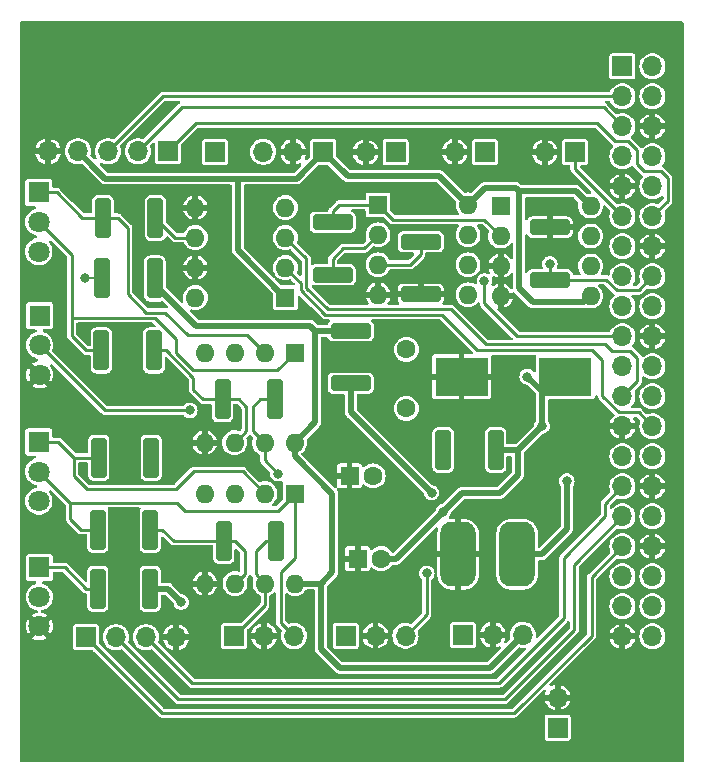
<source format=gbr>
%TF.GenerationSoftware,KiCad,Pcbnew,7.0.10*%
%TF.CreationDate,2024-01-28T16:57:24+01:00*%
%TF.ProjectId,pcb,7063622e-6b69-4636-9164-5f7063625858,rev?*%
%TF.SameCoordinates,Original*%
%TF.FileFunction,Copper,L2,Bot*%
%TF.FilePolarity,Positive*%
%FSLAX46Y46*%
G04 Gerber Fmt 4.6, Leading zero omitted, Abs format (unit mm)*
G04 Created by KiCad (PCBNEW 7.0.10) date 2024-01-28 16:57:24*
%MOMM*%
%LPD*%
G01*
G04 APERTURE LIST*
G04 Aperture macros list*
%AMRoundRect*
0 Rectangle with rounded corners*
0 $1 Rounding radius*
0 $2 $3 $4 $5 $6 $7 $8 $9 X,Y pos of 4 corners*
0 Add a 4 corners polygon primitive as box body*
4,1,4,$2,$3,$4,$5,$6,$7,$8,$9,$2,$3,0*
0 Add four circle primitives for the rounded corners*
1,1,$1+$1,$2,$3*
1,1,$1+$1,$4,$5*
1,1,$1+$1,$6,$7*
1,1,$1+$1,$8,$9*
0 Add four rect primitives between the rounded corners*
20,1,$1+$1,$2,$3,$4,$5,0*
20,1,$1+$1,$4,$5,$6,$7,0*
20,1,$1+$1,$6,$7,$8,$9,0*
20,1,$1+$1,$8,$9,$2,$3,0*%
G04 Aperture macros list end*
%TA.AperFunction,ComponentPad*%
%ADD10C,1.600000*%
%TD*%
%TA.AperFunction,ComponentPad*%
%ADD11R,1.600000X1.600000*%
%TD*%
%TA.AperFunction,ComponentPad*%
%ADD12O,1.600000X1.600000*%
%TD*%
%TA.AperFunction,ComponentPad*%
%ADD13R,1.800000X1.800000*%
%TD*%
%TA.AperFunction,ComponentPad*%
%ADD14C,1.800000*%
%TD*%
%TA.AperFunction,SMDPad,CuDef*%
%ADD15RoundRect,0.999000X0.501000X1.751000X-0.501000X1.751000X-0.501000X-1.751000X0.501000X-1.751000X0*%
%TD*%
%TA.AperFunction,SMDPad,CuDef*%
%ADD16RoundRect,0.250000X0.400000X1.450000X-0.400000X1.450000X-0.400000X-1.450000X0.400000X-1.450000X0*%
%TD*%
%TA.AperFunction,ComponentPad*%
%ADD17R,1.700000X1.700000*%
%TD*%
%TA.AperFunction,ComponentPad*%
%ADD18O,1.700000X1.700000*%
%TD*%
%TA.AperFunction,SMDPad,CuDef*%
%ADD19RoundRect,0.250000X1.450000X-0.400000X1.450000X0.400000X-1.450000X0.400000X-1.450000X-0.400000X0*%
%TD*%
%TA.AperFunction,SMDPad,CuDef*%
%ADD20RoundRect,0.250000X-0.400000X-1.450000X0.400000X-1.450000X0.400000X1.450000X-0.400000X1.450000X0*%
%TD*%
%TA.AperFunction,SMDPad,CuDef*%
%ADD21RoundRect,0.250000X-1.450000X0.400000X-1.450000X-0.400000X1.450000X-0.400000X1.450000X0.400000X0*%
%TD*%
%TA.AperFunction,SMDPad,CuDef*%
%ADD22R,4.500000X3.300000*%
%TD*%
%TA.AperFunction,ViaPad*%
%ADD23C,0.800000*%
%TD*%
%TA.AperFunction,Conductor*%
%ADD24C,0.500000*%
%TD*%
%TA.AperFunction,Conductor*%
%ADD25C,0.250000*%
%TD*%
%TA.AperFunction,Conductor*%
%ADD26C,0.200000*%
%TD*%
G04 APERTURE END LIST*
D10*
%TO.P,C1,1*%
%TO.N,Net-(C1-Pad1)*%
X258572000Y-54366800D03*
%TO.P,C1,2*%
%TO.N,Net-(C1-Pad2)*%
X258572000Y-49366800D03*
%TD*%
D11*
%TO.P,U3,1*%
%TO.N,Net-(R5-Pad2)*%
X249103200Y-49641600D03*
D12*
%TO.P,U3,2,-*%
%TO.N,Net-(R1-Pad1)*%
X246563200Y-49641600D03*
%TO.P,U3,3,+*%
%TO.N,Net-(U3-Pad3)*%
X244023200Y-49641600D03*
%TO.P,U3,4,V-*%
%TO.N,-15V*%
X241483200Y-49641600D03*
%TO.P,U3,5,+*%
%TO.N,GND*%
X241483200Y-57261600D03*
%TO.P,U3,6,-*%
%TO.N,Net-(R5-Pad1)*%
X244023200Y-57261600D03*
%TO.P,U3,7*%
%TO.N,Net-(R6-Pad1)*%
X246563200Y-57261600D03*
%TO.P,U3,8,V+*%
%TO.N,+15V*%
X249103200Y-57261600D03*
%TD*%
D11*
%TO.P,C2,1*%
%TO.N,GND*%
X254441888Y-67081400D03*
D10*
%TO.P,C2,2*%
%TO.N,Net-(C2-Pad2)*%
X256441888Y-67081400D03*
%TD*%
D13*
%TO.P,Xgain1,1,1*%
%TO.N,Net-(R7-Pad1)*%
X227450400Y-57206200D03*
D14*
%TO.P,Xgain1,2,2*%
%TO.N,Net-(R11-Pad2)*%
X227450400Y-59706200D03*
%TO.P,Xgain1,3,3*%
%TO.N,unconnected-(Xgain1-Pad3)*%
X227450400Y-62206200D03*
%TD*%
D11*
%TO.P,U5,1,CS*%
%TO.N,Net-(J1-Pad36)*%
X266547600Y-37221000D03*
D12*
%TO.P,U5,2,Vin+*%
%TO.N,Net-(R10-Pad2)*%
X266547600Y-39761000D03*
%TO.P,U5,3,Vin-*%
%TO.N,GND*%
X266547600Y-42301000D03*
%TO.P,U5,4,GND*%
X266547600Y-44841000D03*
%TO.P,U5,5,Vref*%
%TO.N,+5V*%
X274167600Y-44841000D03*
%TO.P,U5,6,DOUT*%
%TO.N,Net-(J1-Pad35)*%
X274167600Y-42301000D03*
%TO.P,U5,7,CLK*%
%TO.N,Net-(J1-Pad40)*%
X274167600Y-39761000D03*
%TO.P,U5,8,VCC*%
%TO.N,+5V*%
X274167600Y-37221000D03*
%TD*%
D13*
%TO.P,Ygain1,1,1*%
%TO.N,Net-(R1-Pad1)*%
X227450400Y-36078000D03*
D14*
%TO.P,Ygain1,2,2*%
%TO.N,Net-(R5-Pad2)*%
X227450400Y-38578000D03*
%TO.P,Ygain1,3,3*%
%TO.N,unconnected-(Ygain1-Pad3)*%
X227450400Y-41078000D03*
%TD*%
D11*
%TO.P,C3,1*%
%TO.N,GND*%
X253756088Y-60071000D03*
D10*
%TO.P,C3,2*%
%TO.N,-15V*%
X255756088Y-60071000D03*
%TD*%
D13*
%TO.P,Yoffset1,1,1*%
%TO.N,Net-(R4-Pad2)*%
X227525800Y-46512800D03*
D14*
%TO.P,Yoffset1,2,2*%
%TO.N,Net-(U3-Pad3)*%
X227525800Y-49012800D03*
%TO.P,Yoffset1,3,3*%
%TO.N,GND*%
X227525800Y-51512800D03*
%TD*%
D11*
%TO.P,U4,1*%
%TO.N,Net-(R10-Pad2)*%
X256169000Y-37119400D03*
D12*
%TO.P,U4,2,-*%
%TO.N,Net-(R10-Pad1)*%
X256169000Y-39659400D03*
%TO.P,U4,3,+*%
%TO.N,Net-(R3-Pad2)*%
X256169000Y-42199400D03*
%TO.P,U4,4,V-*%
%TO.N,GND*%
X256169000Y-44739400D03*
%TO.P,U4,5,+*%
%TO.N,unconnected-(U4-Pad5)*%
X263789000Y-44739400D03*
%TO.P,U4,6,-*%
%TO.N,unconnected-(U4-Pad6)*%
X263789000Y-42199400D03*
%TO.P,U4,7*%
%TO.N,unconnected-(U4-Pad7)*%
X263789000Y-39659400D03*
%TO.P,U4,8,V+*%
%TO.N,+5V*%
X263789000Y-37119400D03*
%TD*%
D13*
%TO.P,Xoffset1,1,1*%
%TO.N,Net-(R9-Pad2)*%
X227496600Y-67816400D03*
D14*
%TO.P,Xoffset1,2,2*%
%TO.N,Net-(U2-Pad3)*%
X227496600Y-70316400D03*
%TO.P,Xoffset1,3,3*%
%TO.N,GND*%
X227496600Y-72816400D03*
%TD*%
D11*
%TO.P,U1,1,Vdd*%
%TO.N,+5V*%
X248325800Y-44973400D03*
D12*
%TO.P,U1,2,~{CS}*%
%TO.N,Net-(J1-Pad26)*%
X248325800Y-42433400D03*
%TO.P,U1,3,SCK*%
%TO.N,Net-(J1-Pad23)*%
X248325800Y-39893400D03*
%TO.P,U1,4,SDI*%
%TO.N,Net-(J1-Pad19)*%
X248325800Y-37353400D03*
%TO.P,U1,5,~{LDAC}*%
%TO.N,GND*%
X240705800Y-37353400D03*
%TO.P,U1,6,VB*%
%TO.N,Net-(R1-Pad2)*%
X240705800Y-39893400D03*
%TO.P,U1,7,Vss*%
%TO.N,GND*%
X240705800Y-42433400D03*
%TO.P,U1,8,VA*%
%TO.N,Net-(R7-Pad2)*%
X240705800Y-44973400D03*
%TD*%
D11*
%TO.P,U2,1*%
%TO.N,Net-(R11-Pad2)*%
X249138600Y-61569600D03*
D12*
%TO.P,U2,2,-*%
%TO.N,Net-(R7-Pad1)*%
X246598600Y-61569600D03*
%TO.P,U2,3,+*%
%TO.N,Net-(U2-Pad3)*%
X244058600Y-61569600D03*
%TO.P,U2,4,V-*%
%TO.N,-15V*%
X241518600Y-61569600D03*
%TO.P,U2,5,+*%
%TO.N,GND*%
X241518600Y-69189600D03*
%TO.P,U2,6,-*%
%TO.N,Net-(R11-Pad1)*%
X244058600Y-69189600D03*
%TO.P,U2,7*%
%TO.N,Net-(R12-Pad1)*%
X246598600Y-69189600D03*
%TO.P,U2,8,V+*%
%TO.N,+15V*%
X249138600Y-69189600D03*
%TD*%
D15*
%TO.P,L1,1,1*%
%TO.N,Net-(C1-Pad1)*%
X267944600Y-66700400D03*
%TO.P,L1,2,2*%
%TO.N,GND*%
X262944600Y-66700400D03*
%TD*%
D16*
%TO.P,R4,1*%
%TO.N,+15V*%
X237276600Y-43357800D03*
%TO.P,R4,2*%
%TO.N,Net-(R4-Pad2)*%
X232826600Y-43357800D03*
%TD*%
D17*
%TO.P,laser_B1,1,Pin_1*%
%TO.N,Net-(J1-Pad11)*%
X272826400Y-32670600D03*
D18*
%TO.P,laser_B1,2,Pin_2*%
%TO.N,GND*%
X270286400Y-32670600D03*
%TD*%
D16*
%TO.P,R6,1*%
%TO.N,Net-(R6-Pad1)*%
X247452000Y-53594000D03*
%TO.P,R6,2*%
%TO.N,Net-(R5-Pad1)*%
X243002000Y-53594000D03*
%TD*%
D17*
%TO.P,+15supply1,1,Pin_1*%
%TO.N,+15V*%
X271373600Y-81381600D03*
D18*
%TO.P,+15supply1,2,Pin_2*%
%TO.N,GND*%
X271373600Y-78841600D03*
%TD*%
D19*
%TO.P,R15,1*%
%TO.N,Net-(R15-Pad1)*%
X253847600Y-52237600D03*
%TO.P,R15,2*%
%TO.N,+15V*%
X253847600Y-47787600D03*
%TD*%
D16*
%TO.P,R12,1*%
%TO.N,Net-(R12-Pad1)*%
X247565000Y-65557400D03*
%TO.P,R12,2*%
%TO.N,Net-(R11-Pad1)*%
X243115000Y-65557400D03*
%TD*%
D17*
%TO.P,bat_probe1,1,Pin_1*%
%TO.N,Net-(R2-Pad1)*%
X242341400Y-32639000D03*
%TD*%
D20*
%TO.P,R14,1*%
%TO.N,Net-(R13-Pad2)*%
X261681000Y-57886600D03*
%TO.P,R14,2*%
%TO.N,Net-(C2-Pad2)*%
X266131000Y-57886600D03*
%TD*%
D17*
%TO.P,J1,1,3V3*%
%TO.N,unconnected-(J1-Pad1)*%
X276860000Y-25400000D03*
D18*
%TO.P,J1,2,5V*%
%TO.N,+5V*%
X279400000Y-25400000D03*
%TO.P,J1,3,SDA/GPIO2*%
%TO.N,Net-(J1-Pad3)*%
X276860000Y-27940000D03*
%TO.P,J1,4,5V*%
%TO.N,+5V*%
X279400000Y-27940000D03*
%TO.P,J1,5,SCL/GPIO3*%
%TO.N,Net-(J1-Pad5)*%
X276860000Y-30480000D03*
%TO.P,J1,6,GND*%
%TO.N,GND*%
X279400000Y-30480000D03*
%TO.P,J1,7,GCLK0/GPIO4*%
%TO.N,unconnected-(J1-Pad7)*%
X276860000Y-33020000D03*
%TO.P,J1,8,GPIO14/TXD*%
%TO.N,unconnected-(J1-Pad8)*%
X279400000Y-33020000D03*
%TO.P,J1,9,GND*%
%TO.N,GND*%
X276860000Y-35560000D03*
%TO.P,J1,10,GPIO15/RXD*%
%TO.N,unconnected-(J1-Pad10)*%
X279400000Y-35560000D03*
%TO.P,J1,11,GPIO17*%
%TO.N,Net-(J1-Pad11)*%
X276860000Y-38100000D03*
%TO.P,J1,12,GPIO18/PWM0*%
%TO.N,Net-(J1-Pad12)*%
X279400000Y-38100000D03*
%TO.P,J1,13,GPIO27*%
%TO.N,Net-(J1-Pad13)*%
X276860000Y-40640000D03*
%TO.P,J1,14,GND*%
%TO.N,GND*%
X279400000Y-40640000D03*
%TO.P,J1,15,GPIO22*%
%TO.N,Net-(J1-Pad15)*%
X276860000Y-43180000D03*
%TO.P,J1,16,GPIO23*%
%TO.N,Net-(J1-Pad16)*%
X279400000Y-43180000D03*
%TO.P,J1,17,3V3*%
%TO.N,unconnected-(J1-Pad17)*%
X276860000Y-45720000D03*
%TO.P,J1,18,GPIO24*%
%TO.N,unconnected-(J1-Pad18)*%
X279400000Y-45720000D03*
%TO.P,J1,19,MOSI0/GPIO10*%
%TO.N,Net-(J1-Pad19)*%
X276860000Y-48260000D03*
%TO.P,J1,20,GND*%
%TO.N,GND*%
X279400000Y-48260000D03*
%TO.P,J1,21,MISO0/GPIO9*%
%TO.N,unconnected-(J1-Pad21)*%
X276860000Y-50800000D03*
%TO.P,J1,22,GPIO25*%
%TO.N,unconnected-(J1-Pad22)*%
X279400000Y-50800000D03*
%TO.P,J1,23,SCLK0/GPIO11*%
%TO.N,Net-(J1-Pad23)*%
X276860000Y-53340000D03*
%TO.P,J1,24,~{CE0}/GPIO8*%
%TO.N,unconnected-(J1-Pad24)*%
X279400000Y-53340000D03*
%TO.P,J1,25,GND*%
%TO.N,GND*%
X276860000Y-55880000D03*
%TO.P,J1,26,~{CE1}/GPIO7*%
%TO.N,Net-(J1-Pad26)*%
X279400000Y-55880000D03*
%TO.P,J1,27,ID_SD/GPIO0*%
%TO.N,unconnected-(J1-Pad27)*%
X276860000Y-58420000D03*
%TO.P,J1,28,ID_SC/GPIO1*%
%TO.N,unconnected-(J1-Pad28)*%
X279400000Y-58420000D03*
%TO.P,J1,29,GCLK1/GPIO5*%
%TO.N,Net-(J1-Pad29)*%
X276860000Y-60960000D03*
%TO.P,J1,30,GND*%
%TO.N,GND*%
X279400000Y-60960000D03*
%TO.P,J1,31,GCLK2/GPIO6*%
%TO.N,Net-(J1-Pad31)*%
X276860000Y-63500000D03*
%TO.P,J1,32,PWM0/GPIO12*%
%TO.N,unconnected-(J1-Pad32)*%
X279400000Y-63500000D03*
%TO.P,J1,33,PWM1/GPIO13*%
%TO.N,Net-(J1-Pad33)*%
X276860000Y-66040000D03*
%TO.P,J1,34,GND*%
%TO.N,GND*%
X279400000Y-66040000D03*
%TO.P,J1,35,GPIO19/MISO1*%
%TO.N,Net-(J1-Pad35)*%
X276860000Y-68580000D03*
%TO.P,J1,36,GPIO16*%
%TO.N,Net-(J1-Pad36)*%
X279400000Y-68580000D03*
%TO.P,J1,37,GPIO26*%
%TO.N,unconnected-(J1-Pad37)*%
X276860000Y-71120000D03*
%TO.P,J1,38,GPIO20/MOSI1*%
%TO.N,unconnected-(J1-Pad38)*%
X279400000Y-71120000D03*
%TO.P,J1,39,GND*%
%TO.N,GND*%
X276860000Y-73660000D03*
%TO.P,J1,40,GPIO21/SCLK1*%
%TO.N,Net-(J1-Pad40)*%
X279400000Y-73660000D03*
%TD*%
D17*
%TO.P,laser_G1,1,Pin_1*%
%TO.N,Net-(J1-Pad13)*%
X265206400Y-32645200D03*
D18*
%TO.P,laser_G1,2,Pin_2*%
%TO.N,GND*%
X262666400Y-32645200D03*
%TD*%
D16*
%TO.P,R9,1*%
%TO.N,+15V*%
X236895600Y-69621400D03*
%TO.P,R9,2*%
%TO.N,Net-(R9-Pad2)*%
X232445600Y-69621400D03*
%TD*%
%TO.P,R11,1*%
%TO.N,Net-(R11-Pad1)*%
X236895600Y-64617600D03*
%TO.P,R11,2*%
%TO.N,Net-(R11-Pad2)*%
X232445600Y-64617600D03*
%TD*%
D19*
%TO.P,R8,1*%
%TO.N,GND*%
X259791200Y-44693800D03*
%TO.P,R8,2*%
%TO.N,Net-(R3-Pad2)*%
X259791200Y-40243800D03*
%TD*%
D16*
%TO.P,R5,1*%
%TO.N,Net-(R5-Pad1)*%
X237200400Y-49453800D03*
%TO.P,R5,2*%
%TO.N,Net-(R5-Pad2)*%
X232750400Y-49453800D03*
%TD*%
D17*
%TO.P,encoder1,1,Pin_1*%
%TO.N,Net-(J1-Pad33)*%
X231450800Y-73726600D03*
D18*
%TO.P,encoder1,2,Pin_2*%
%TO.N,Net-(J1-Pad31)*%
X233990800Y-73726600D03*
%TO.P,encoder1,3,Pin_3*%
%TO.N,Net-(J1-Pad29)*%
X236530800Y-73726600D03*
%TO.P,encoder1,4,Pin_4*%
%TO.N,GND*%
X239070800Y-73726600D03*
%TD*%
D17*
%TO.P,galPWR1,1,Pin_1*%
%TO.N,-15V*%
X263347200Y-73533000D03*
D18*
%TO.P,galPWR1,2,Pin_2*%
%TO.N,GND*%
X265887200Y-73533000D03*
%TO.P,galPWR1,3,Pin_3*%
%TO.N,+15V*%
X268427200Y-73533000D03*
%TD*%
D21*
%TO.P,pwrSW_PU1,1*%
%TO.N,GND*%
X270713200Y-39009400D03*
%TO.P,pwrSW_PU1,2*%
%TO.N,Net-(J1-Pad16)*%
X270713200Y-43459400D03*
%TD*%
D20*
%TO.P,R1,1*%
%TO.N,Net-(R1-Pad1)*%
X232877400Y-38227000D03*
%TO.P,R1,2*%
%TO.N,Net-(R1-Pad2)*%
X237327400Y-38227000D03*
%TD*%
%TO.P,R7,1*%
%TO.N,Net-(R7-Pad1)*%
X232521800Y-58521600D03*
%TO.P,R7,2*%
%TO.N,Net-(R7-Pad2)*%
X236971800Y-58521600D03*
%TD*%
D17*
%TO.P,pwrSW1,1,Pin_1*%
%TO.N,+5V*%
X251536200Y-32639000D03*
D18*
%TO.P,pwrSW1,2,Pin_2*%
%TO.N,GND*%
X248996200Y-32639000D03*
%TO.P,pwrSW1,3,Pin_3*%
%TO.N,Net-(J1-Pad16)*%
X246456200Y-32639000D03*
%TD*%
D19*
%TO.P,R10,1*%
%TO.N,Net-(R10-Pad1)*%
X252323600Y-43042800D03*
%TO.P,R10,2*%
%TO.N,Net-(R10-Pad2)*%
X252323600Y-38592800D03*
%TD*%
D17*
%TO.P,laser_R1,1,Pin_1*%
%TO.N,Net-(J1-Pad15)*%
X257662600Y-32670600D03*
D18*
%TO.P,laser_R1,2,Pin_2*%
%TO.N,GND*%
X255122600Y-32670600D03*
%TD*%
D17*
%TO.P,galX1,1,Pin_1*%
%TO.N,Net-(R12-Pad1)*%
X243982000Y-73628400D03*
D18*
%TO.P,galX1,2,Pin_2*%
%TO.N,GND*%
X246522000Y-73628400D03*
%TO.P,galX1,3,Pin_3*%
%TO.N,Net-(R11-Pad2)*%
X249062000Y-73628400D03*
%TD*%
D17*
%TO.P,galY1,1,Pin_1*%
%TO.N,Net-(R6-Pad1)*%
X253415800Y-73609200D03*
D18*
%TO.P,galY1,2,Pin_2*%
%TO.N,GND*%
X255955800Y-73609200D03*
%TO.P,galY1,3,Pin_3*%
%TO.N,Net-(R5-Pad2)*%
X258495800Y-73609200D03*
%TD*%
D22*
%TO.P,D2,1,K*%
%TO.N,GND*%
X263239800Y-51663600D03*
%TO.P,D2,2,A*%
%TO.N,Net-(C2-Pad2)*%
X272039800Y-51663600D03*
%TD*%
D17*
%TO.P,LCD1,1,Pin_1*%
%TO.N,Net-(J1-Pad12)*%
X238379000Y-32588200D03*
D18*
%TO.P,LCD1,2,Pin_2*%
%TO.N,Net-(J1-Pad5)*%
X235839000Y-32588200D03*
%TO.P,LCD1,3,Pin_3*%
%TO.N,Net-(J1-Pad3)*%
X233299000Y-32588200D03*
%TO.P,LCD1,4,Pin_4*%
%TO.N,+5V*%
X230759000Y-32588200D03*
%TO.P,LCD1,5,Pin_5*%
%TO.N,GND*%
X228219000Y-32588200D03*
%TD*%
D23*
%TO.N,+15V*%
X239500000Y-70764400D03*
%TO.N,GND*%
X264500000Y-57000000D03*
X259461000Y-37185600D03*
X260700000Y-43000000D03*
X245897400Y-37338000D03*
X272211800Y-37236400D03*
X258900000Y-43000000D03*
X261670800Y-48666400D03*
X260781800Y-47802800D03*
X264500000Y-59000000D03*
%TO.N,Net-(J1-Pad19)*%
X265176000Y-43561000D03*
%TO.N,Net-(R7-Pad2)*%
X237007400Y-58699400D03*
%TO.N,Net-(R6-Pad1)*%
X247700800Y-59893200D03*
%TO.N,Net-(R5-Pad2)*%
X260299200Y-68326000D03*
%TO.N,Net-(R4-Pad2)*%
X231357800Y-43357800D03*
%TO.N,Net-(U3-Pad3)*%
X240233200Y-54533800D03*
%TO.N,Net-(C1-Pad1)*%
X272150000Y-60500000D03*
%TO.N,Net-(C2-Pad2)*%
X268800000Y-51663600D03*
X261696200Y-63093600D03*
X270052800Y-55850000D03*
%TO.N,Net-(J1-Pad16)*%
X270713200Y-42113200D03*
%TO.N,Net-(R13-Pad2)*%
X261670800Y-57835800D03*
%TO.N,Net-(R15-Pad1)*%
X260707254Y-61504700D03*
%TD*%
D24*
%TO.N,+15V*%
X250850400Y-48691800D02*
X250850400Y-47787600D01*
X240741200Y-47345600D02*
X237276600Y-43881000D01*
X265607800Y-76352400D02*
X268427200Y-73533000D01*
X251322600Y-69189600D02*
X251333000Y-69200000D01*
X249138600Y-69189600D02*
X251322600Y-69189600D01*
X237276600Y-43881000D02*
X237276600Y-43357800D01*
X251333000Y-69200000D02*
X251333000Y-74701400D01*
X251333000Y-74701400D02*
X252984000Y-76352400D01*
X250850400Y-47787600D02*
X250408400Y-47345600D01*
X250850400Y-47787600D02*
X253847600Y-47787600D01*
X251333000Y-69200000D02*
X252298200Y-68234800D01*
X249103200Y-58392970D02*
X252298200Y-61587970D01*
X249103200Y-57261600D02*
X249103200Y-58392970D01*
X249103200Y-57261600D02*
X250850400Y-55514400D01*
X239500000Y-70764400D02*
X238357000Y-69621400D01*
X238357000Y-69621400D02*
X236895600Y-69621400D01*
X252298200Y-68234800D02*
X252298200Y-67400000D01*
X250850400Y-55514400D02*
X250850400Y-48691800D01*
X252298200Y-61587970D02*
X252298200Y-67400000D01*
X252984000Y-76352400D02*
X265607800Y-76352400D01*
X250408400Y-47345600D02*
X240741200Y-47345600D01*
%TO.N,GND*%
X247365511Y-35869889D02*
X245897400Y-37338000D01*
X259461000Y-37185600D02*
X258145289Y-35869889D01*
X258145289Y-35869889D02*
X247365511Y-35869889D01*
D25*
%TO.N,Net-(J1-Pad33)*%
X274243800Y-73609200D02*
X274243800Y-68656200D01*
X267690600Y-80162400D02*
X274243800Y-73609200D01*
X274243800Y-68656200D02*
X276860000Y-66040000D01*
X237886600Y-80162400D02*
X267690600Y-80162400D01*
X231450800Y-73726600D02*
X237886600Y-80162400D01*
%TO.N,Net-(J1-Pad29)*%
X271900000Y-72117600D02*
X271900000Y-67000000D01*
X236530800Y-73726600D02*
X240452000Y-77647800D01*
X240452000Y-77647800D02*
X266369800Y-77647800D01*
X266369800Y-77647800D02*
X271900000Y-72117600D01*
X275400000Y-63500000D02*
X275400000Y-62420000D01*
X271900000Y-67000000D02*
X275400000Y-63500000D01*
X275400000Y-62420000D02*
X276860000Y-60960000D01*
%TO.N,Net-(J1-Pad3)*%
X237947200Y-27940000D02*
X233299000Y-32588200D01*
X276860000Y-27940000D02*
X237947200Y-27940000D01*
%TO.N,Net-(J1-Pad5)*%
X276860000Y-30480000D02*
X275259800Y-28879800D01*
X239547400Y-28879800D02*
X235839000Y-32588200D01*
X275259800Y-28879800D02*
X239547400Y-28879800D01*
%TO.N,Net-(J1-Pad11)*%
X272826400Y-34066400D02*
X276860000Y-38100000D01*
X272826400Y-32670600D02*
X272826400Y-34066400D01*
%TO.N,Net-(J1-Pad26)*%
X275158200Y-53299210D02*
X276564479Y-54705489D01*
X275158200Y-50266600D02*
X275158200Y-53299210D01*
X264566400Y-49428400D02*
X274320000Y-49428400D01*
X249638400Y-43746000D02*
X249638400Y-44338400D01*
X251715022Y-46415022D02*
X261553022Y-46415022D01*
X248325800Y-42433400D02*
X249638400Y-43746000D01*
X278225489Y-54705489D02*
X279400000Y-55880000D01*
X276564479Y-54705489D02*
X278225489Y-54705489D01*
X274320000Y-49428400D02*
X275158200Y-50266600D01*
X249638400Y-44338400D02*
X251715022Y-46415022D01*
X261553022Y-46415022D02*
X264566400Y-49428400D01*
%TO.N,Net-(J1-Pad31)*%
X272770600Y-67589400D02*
X276860000Y-63500000D01*
X272770600Y-73152000D02*
X272770600Y-67589400D01*
X233990800Y-73726600D02*
X239258200Y-78994000D01*
X266928600Y-78994000D02*
X272770600Y-73152000D01*
X239258200Y-78994000D02*
X266928600Y-78994000D01*
%TO.N,Net-(J1-Pad23)*%
X265303000Y-48945800D02*
X262322711Y-45965511D01*
X262322711Y-45965511D02*
X251901907Y-45965511D01*
X277544096Y-49502896D02*
X275943896Y-49502896D01*
X275943896Y-49502896D02*
X275386800Y-48945800D01*
X278130000Y-50088800D02*
X277544096Y-49502896D01*
X276860000Y-53340000D02*
X278130000Y-52070000D01*
X275386800Y-48945800D02*
X265303000Y-48945800D01*
X250088400Y-41656000D02*
X248325800Y-39893400D01*
X250088400Y-44152004D02*
X250088400Y-41656000D01*
X278130000Y-52070000D02*
X278130000Y-50088800D01*
X251901907Y-45965511D02*
X250088400Y-44152004D01*
%TO.N,Net-(J1-Pad19)*%
X267970000Y-48260000D02*
X276860000Y-48260000D01*
X265176000Y-43561000D02*
X265176000Y-45466000D01*
X265176000Y-45466000D02*
X267970000Y-48260000D01*
%TO.N,Net-(R1-Pad2)*%
X237327400Y-38227000D02*
X238993800Y-39893400D01*
X238993800Y-39893400D02*
X240705800Y-39893400D01*
%TO.N,Net-(R11-Pad1)*%
X244057400Y-65557400D02*
X244900000Y-66400000D01*
X244900000Y-66400000D02*
X244900000Y-68348200D01*
X238857400Y-65557400D02*
X244057400Y-65557400D01*
X244900000Y-68348200D02*
X244058600Y-69189600D01*
X237917600Y-64617600D02*
X238857400Y-65557400D01*
X236895600Y-64617600D02*
X237917600Y-64617600D01*
%TO.N,Net-(R5-Pad1)*%
X241376200Y-53594000D02*
X240541100Y-52758900D01*
X243002000Y-53594000D02*
X241376200Y-53594000D01*
X245000000Y-54200000D02*
X244394000Y-53594000D01*
X238250604Y-49453800D02*
X237200400Y-49453800D01*
X244394000Y-53594000D02*
X243002000Y-53594000D01*
X240541100Y-51744296D02*
X238250604Y-49453800D01*
X244023200Y-57261600D02*
X245000000Y-56284800D01*
X245000000Y-56284800D02*
X245000000Y-54200000D01*
X240541100Y-52758900D02*
X240541100Y-51744296D01*
%TO.N,Net-(R1-Pad1)*%
X240055400Y-48158400D02*
X245080000Y-48158400D01*
X231127000Y-38227000D02*
X232877400Y-38227000D01*
X228978000Y-36078000D02*
X231127000Y-38227000D01*
X236550200Y-46253400D02*
X238150400Y-46253400D01*
X235000000Y-39100000D02*
X235000000Y-44703200D01*
X234127000Y-38227000D02*
X235000000Y-39100000D01*
X227450400Y-36078000D02*
X228978000Y-36078000D01*
X245080000Y-48158400D02*
X246563200Y-49641600D01*
X238150400Y-46253400D02*
X240055400Y-48158400D01*
X232877400Y-38227000D02*
X234127000Y-38227000D01*
X235000000Y-44703200D02*
X236550200Y-46253400D01*
D24*
%TO.N,+5V*%
X232235400Y-34064600D02*
X230759000Y-32588200D01*
X244300000Y-40947600D02*
X244300000Y-34900000D01*
X253593600Y-34696400D02*
X261366000Y-34696400D01*
X272918089Y-35971489D02*
X268102089Y-35971489D01*
X249275200Y-34900000D02*
X244300000Y-34900000D01*
X233070800Y-34900000D02*
X232235400Y-34064600D01*
X251536200Y-32639000D02*
X253593600Y-34696400D01*
X268102089Y-44201089D02*
X268102089Y-35971489D01*
X274167600Y-37221000D02*
X272918089Y-35971489D01*
X267817600Y-35687000D02*
X265221400Y-35687000D01*
X248325800Y-44973400D02*
X244300000Y-40947600D01*
X269290800Y-45389800D02*
X268102089Y-44201089D01*
X265221400Y-35687000D02*
X263789000Y-37119400D01*
X249275200Y-34900000D02*
X251536200Y-32639000D01*
X261366000Y-34696400D02*
X263789000Y-37119400D01*
X244300000Y-34900000D02*
X233070800Y-34900000D01*
X274167600Y-44841000D02*
X273618800Y-45389800D01*
X273618800Y-45389800D02*
X269290800Y-45389800D01*
X268102089Y-35971489D02*
X267817600Y-35687000D01*
D25*
%TO.N,Net-(R12-Pad1)*%
X245800000Y-68391000D02*
X245800000Y-66400000D01*
X246598600Y-69189600D02*
X246598600Y-71011800D01*
X246642600Y-65557400D02*
X247525000Y-65557400D01*
X245800000Y-66400000D02*
X246642600Y-65557400D01*
X246598600Y-69189600D02*
X245800000Y-68391000D01*
X246598600Y-71011800D02*
X243982000Y-73628400D01*
%TO.N,Net-(R6-Pad1)*%
X245600000Y-56298400D02*
X245600000Y-54200000D01*
X245600000Y-54200000D02*
X246206000Y-53594000D01*
X246563200Y-57261600D02*
X245600000Y-56298400D01*
X246563200Y-57261600D02*
X246563200Y-58755600D01*
X246563200Y-58755600D02*
X247700800Y-59893200D01*
X246206000Y-53594000D02*
X247452000Y-53594000D01*
%TO.N,Net-(R11-Pad2)*%
X249138600Y-61569600D02*
X247690800Y-63017400D01*
X249062000Y-73628400D02*
X247926911Y-72493311D01*
X227450400Y-59706200D02*
X230100000Y-62355800D01*
X247690800Y-63017400D02*
X239817400Y-63017400D01*
X231017600Y-64617600D02*
X232445600Y-64617600D01*
X239817400Y-63017400D02*
X239155800Y-62355800D01*
X249138600Y-67040600D02*
X249138600Y-61569600D01*
X239155800Y-62355800D02*
X230100000Y-62355800D01*
X230100000Y-63700000D02*
X231017600Y-64617600D01*
X247926911Y-68252289D02*
X249138600Y-67040600D01*
X247926911Y-72493311D02*
X247926911Y-68252289D01*
X230100000Y-62355800D02*
X230100000Y-63700000D01*
%TO.N,Net-(R5-Pad2)*%
X227450400Y-38578000D02*
X230225600Y-41353200D01*
X230225600Y-41353200D02*
X230225600Y-46700000D01*
X260299200Y-68326000D02*
X260299200Y-71805800D01*
X249103200Y-49641600D02*
X247640000Y-51104800D01*
X240538000Y-51104800D02*
X239064800Y-49631600D01*
X260299200Y-71805800D02*
X258495800Y-73609200D01*
X247640000Y-51104800D02*
X240538000Y-51104800D01*
X237268200Y-46703400D02*
X230229000Y-46703400D01*
X232750400Y-49453800D02*
X231453800Y-49453800D01*
X239064800Y-48500000D02*
X237268200Y-46703400D01*
X239064800Y-49631600D02*
X239064800Y-48500000D01*
X230229000Y-46703400D02*
X230225600Y-46700000D01*
X231453800Y-49453800D02*
X230225600Y-48225600D01*
X230225600Y-48225600D02*
X230225600Y-46700000D01*
D26*
%TO.N,Net-(R4-Pad2)*%
X231357800Y-43357800D02*
X232826600Y-43357800D01*
D25*
%TO.N,Net-(R7-Pad1)*%
X227450400Y-57206200D02*
X229106200Y-57206200D01*
X239000000Y-61188600D02*
X239064800Y-61188600D01*
X239064800Y-61188600D02*
X240563400Y-59690000D01*
X229106200Y-57206200D02*
X230421600Y-58521600D01*
X230421600Y-58521600D02*
X232521800Y-58521600D01*
X244719000Y-59690000D02*
X246598600Y-61569600D01*
X231488600Y-61188600D02*
X230421600Y-60121600D01*
X240563400Y-59690000D02*
X244719000Y-59690000D01*
X239000000Y-61188600D02*
X231488600Y-61188600D01*
X230421600Y-60121600D02*
X230421600Y-58521600D01*
%TO.N,Net-(R9-Pad2)*%
X227496600Y-67816400D02*
X229628500Y-67816400D01*
X231433500Y-69621400D02*
X232445600Y-69621400D01*
X229628500Y-67816400D02*
X231433500Y-69621400D01*
%TO.N,Net-(U3-Pad3)*%
X233046800Y-54533800D02*
X240233200Y-54533800D01*
X227525800Y-49012800D02*
X233046800Y-54533800D01*
%TO.N,Net-(J1-Pad12)*%
X280136600Y-34290000D02*
X278714200Y-34290000D01*
X278104600Y-33680400D02*
X278104600Y-32512000D01*
X278104600Y-32512000D02*
X277342600Y-31750000D01*
X280720800Y-36779200D02*
X280720800Y-34874200D01*
X276250400Y-31750000D02*
X274726400Y-30226000D01*
X277342600Y-31750000D02*
X276250400Y-31750000D01*
X279400000Y-38100000D02*
X280720800Y-36779200D01*
X240741200Y-30226000D02*
X238379000Y-32588200D01*
X280720800Y-34874200D02*
X280136600Y-34290000D01*
X278714200Y-34290000D02*
X278104600Y-33680400D01*
X274726400Y-30226000D02*
X240741200Y-30226000D01*
%TO.N,Net-(R10-Pad1)*%
X255014200Y-40814200D02*
X256169000Y-39659400D01*
X253185800Y-40814200D02*
X255014200Y-40814200D01*
X252323600Y-43042800D02*
X252323600Y-41676400D01*
X252323600Y-41676400D02*
X253185800Y-40814200D01*
%TO.N,Net-(R3-Pad2)*%
X258882895Y-42199400D02*
X256169000Y-42199400D01*
X259791200Y-40243800D02*
X259791200Y-41308800D01*
X259791200Y-41308800D02*
X259076800Y-42023200D01*
X259076800Y-42023200D02*
X259059095Y-42023200D01*
X259059095Y-42023200D02*
X258882895Y-42199400D01*
%TO.N,Net-(R10-Pad2)*%
X252323600Y-38592800D02*
X252323600Y-37676400D01*
X252880600Y-37119400D02*
X256169000Y-37119400D01*
X252323600Y-37676400D02*
X252880600Y-37119400D01*
X257429000Y-38379400D02*
X265166000Y-38379400D01*
X256169000Y-37119400D02*
X257429000Y-38379400D01*
X265166000Y-38379400D02*
X266547600Y-39761000D01*
D24*
%TO.N,Net-(C1-Pad1)*%
X270022100Y-66700400D02*
X267944600Y-66700400D01*
X272150000Y-64572500D02*
X270022100Y-66700400D01*
X267944600Y-66700400D02*
X267944600Y-64719200D01*
X272150000Y-60500000D02*
X272150000Y-64572500D01*
%TO.N,Net-(C2-Pad2)*%
X270052800Y-55850000D02*
X268020800Y-57882000D01*
X256441888Y-67081400D02*
X257708400Y-67081400D01*
X268020800Y-59979200D02*
X268020800Y-57886600D01*
X263289800Y-61500000D02*
X266500000Y-61500000D01*
X270052800Y-52916400D02*
X268800000Y-51663600D01*
X270052800Y-55850000D02*
X270052800Y-52916400D01*
X268020800Y-57882000D02*
X268020800Y-57886600D01*
X266131000Y-57886600D02*
X268020800Y-57886600D01*
X266500000Y-61500000D02*
X268020800Y-59979200D01*
X257708400Y-67081400D02*
X261696200Y-63093600D01*
X261696200Y-63093600D02*
X263289800Y-61500000D01*
X266131000Y-58658800D02*
X266131000Y-57886600D01*
D25*
%TO.N,Net-(J1-Pad16)*%
X270713200Y-43459400D02*
X275478390Y-43459400D01*
X270713200Y-42113200D02*
X270713200Y-43459400D01*
X276373501Y-44354511D02*
X278225489Y-44354511D01*
X278225489Y-44354511D02*
X279400000Y-43180000D01*
X275478390Y-43459400D02*
X276373501Y-44354511D01*
D24*
%TO.N,Net-(R15-Pad1)*%
X253847600Y-54645046D02*
X253847600Y-52237600D01*
X260707254Y-61504700D02*
X253847600Y-54645046D01*
%TD*%
%TA.AperFunction,Conductor*%
%TO.N,GND*%
G36*
X251944563Y-33759185D02*
G01*
X251965205Y-33775819D01*
X253192214Y-35002828D01*
X253208846Y-35023466D01*
X253211454Y-35027525D01*
X253211457Y-35027528D01*
X253249000Y-35060058D01*
X253255463Y-35066077D01*
X253265007Y-35075621D01*
X253265013Y-35075626D01*
X253265016Y-35075628D01*
X253275807Y-35083706D01*
X253282700Y-35089260D01*
X253320227Y-35121777D01*
X253324610Y-35123779D01*
X253347407Y-35137305D01*
X253351269Y-35140196D01*
X253397812Y-35157555D01*
X253405960Y-35160930D01*
X253433273Y-35173404D01*
X253451140Y-35181564D01*
X253451141Y-35181564D01*
X253451143Y-35181565D01*
X253455912Y-35182250D01*
X253481602Y-35188807D01*
X253486117Y-35190491D01*
X253535649Y-35194033D01*
X253544443Y-35194979D01*
X253557801Y-35196900D01*
X253571292Y-35196900D01*
X253580138Y-35197215D01*
X253629673Y-35200759D01*
X253634385Y-35199734D01*
X253660743Y-35196900D01*
X261107324Y-35196900D01*
X261174363Y-35216585D01*
X261195005Y-35233219D01*
X262729436Y-36767650D01*
X262762921Y-36828973D01*
X262760416Y-36891324D01*
X262753700Y-36913463D01*
X262753699Y-36913466D01*
X262733417Y-37119400D01*
X262753699Y-37325332D01*
X262775232Y-37396316D01*
X262813768Y-37523354D01*
X262911315Y-37705850D01*
X262911317Y-37705852D01*
X262989595Y-37801236D01*
X263016907Y-37865546D01*
X263005116Y-37934413D01*
X262957963Y-37985973D01*
X262893741Y-38003900D01*
X257635899Y-38003900D01*
X257568860Y-37984215D01*
X257548218Y-37967581D01*
X257255819Y-37675181D01*
X257222334Y-37613858D01*
X257219500Y-37587500D01*
X257219500Y-36294723D01*
X257219499Y-36294721D01*
X257204967Y-36221664D01*
X257204966Y-36221660D01*
X257182141Y-36187500D01*
X257149601Y-36138799D01*
X257077788Y-36090816D01*
X257066739Y-36083433D01*
X257066735Y-36083432D01*
X256993677Y-36068900D01*
X256993674Y-36068900D01*
X255344326Y-36068900D01*
X255344323Y-36068900D01*
X255271264Y-36083432D01*
X255271260Y-36083433D01*
X255188399Y-36138799D01*
X255133033Y-36221660D01*
X255133032Y-36221664D01*
X255118500Y-36294721D01*
X255118500Y-36619900D01*
X255098815Y-36686939D01*
X255046011Y-36732694D01*
X254994500Y-36743900D01*
X252932404Y-36743900D01*
X252906959Y-36741261D01*
X252896332Y-36739033D01*
X252864924Y-36742948D01*
X252849586Y-36743900D01*
X252849486Y-36743900D01*
X252829000Y-36747318D01*
X252823938Y-36748056D01*
X252814299Y-36749257D01*
X252771970Y-36754534D01*
X252764457Y-36756771D01*
X252756986Y-36759336D01*
X252710971Y-36784237D01*
X252706420Y-36786580D01*
X252659392Y-36809571D01*
X252652975Y-36814153D01*
X252646774Y-36818979D01*
X252611318Y-36857494D01*
X252607772Y-36861189D01*
X252094708Y-37374252D01*
X252074854Y-37390376D01*
X252065765Y-37396314D01*
X252065764Y-37396315D01*
X252046320Y-37421296D01*
X252036174Y-37432788D01*
X252036083Y-37432879D01*
X252036074Y-37432889D01*
X252024002Y-37449797D01*
X252020941Y-37453903D01*
X251988792Y-37495208D01*
X251985047Y-37502129D01*
X251981588Y-37509204D01*
X251966657Y-37559355D01*
X251965094Y-37564233D01*
X251949876Y-37608562D01*
X251909491Y-37665578D01*
X251844692Y-37691709D01*
X251832595Y-37692300D01*
X250825729Y-37692300D01*
X250825723Y-37692301D01*
X250766116Y-37698708D01*
X250631271Y-37749002D01*
X250631264Y-37749006D01*
X250516055Y-37835252D01*
X250516052Y-37835255D01*
X250429806Y-37950464D01*
X250429802Y-37950471D01*
X250379508Y-38085317D01*
X250373477Y-38141416D01*
X250373101Y-38144923D01*
X250373100Y-38144935D01*
X250373100Y-39040670D01*
X250373101Y-39040676D01*
X250379508Y-39100283D01*
X250429802Y-39235128D01*
X250429806Y-39235135D01*
X250516052Y-39350344D01*
X250516055Y-39350347D01*
X250631264Y-39436593D01*
X250631271Y-39436597D01*
X250766117Y-39486891D01*
X250766116Y-39486891D01*
X250773044Y-39487635D01*
X250825727Y-39493300D01*
X253821472Y-39493299D01*
X253881083Y-39486891D01*
X254015931Y-39436596D01*
X254131146Y-39350346D01*
X254217396Y-39235131D01*
X254267691Y-39100283D01*
X254274100Y-39040673D01*
X254274099Y-38144928D01*
X254267691Y-38085317D01*
X254252501Y-38044591D01*
X254217397Y-37950471D01*
X254217393Y-37950464D01*
X254131147Y-37835255D01*
X254131144Y-37835252D01*
X254015935Y-37749006D01*
X254015928Y-37749002D01*
X253978605Y-37735082D01*
X253922671Y-37693211D01*
X253898254Y-37627747D01*
X253913105Y-37559474D01*
X253962510Y-37510068D01*
X254021938Y-37494900D01*
X254994500Y-37494900D01*
X255061539Y-37514585D01*
X255107294Y-37567389D01*
X255118500Y-37618900D01*
X255118500Y-37944078D01*
X255133032Y-38017135D01*
X255133033Y-38017139D01*
X255133034Y-38017140D01*
X255188399Y-38100001D01*
X255250382Y-38141416D01*
X255271260Y-38155366D01*
X255271264Y-38155367D01*
X255344321Y-38169899D01*
X255344324Y-38169900D01*
X255344326Y-38169900D01*
X256637101Y-38169900D01*
X256704140Y-38189585D01*
X256724782Y-38206219D01*
X257126849Y-38608286D01*
X257142978Y-38628147D01*
X257148915Y-38637235D01*
X257173893Y-38656676D01*
X257185412Y-38666849D01*
X257185482Y-38666919D01*
X257202389Y-38678990D01*
X257206501Y-38682056D01*
X257247810Y-38714209D01*
X257254704Y-38717939D01*
X257261798Y-38721408D01*
X257261801Y-38721410D01*
X257311985Y-38736350D01*
X257316778Y-38737885D01*
X257366340Y-38754900D01*
X257366343Y-38754901D01*
X257374072Y-38756190D01*
X257381910Y-38757167D01*
X257381912Y-38757168D01*
X257381913Y-38757167D01*
X257381914Y-38757168D01*
X257420013Y-38755592D01*
X257434193Y-38755005D01*
X257439316Y-38754900D01*
X262910155Y-38754900D01*
X262977194Y-38774585D01*
X263022949Y-38827389D01*
X263032893Y-38896547D01*
X263006009Y-38957564D01*
X262914648Y-39068889D01*
X262911315Y-39072950D01*
X262885373Y-39121484D01*
X262813769Y-39255443D01*
X262753699Y-39453467D01*
X262733417Y-39659400D01*
X262753699Y-39865332D01*
X262779349Y-39949889D01*
X262813768Y-40063354D01*
X262911315Y-40245850D01*
X262915600Y-40251071D01*
X263042589Y-40405810D01*
X263132811Y-40479852D01*
X263202550Y-40537085D01*
X263385046Y-40634632D01*
X263583066Y-40694700D01*
X263583065Y-40694700D01*
X263601529Y-40696518D01*
X263789000Y-40714983D01*
X263994934Y-40694700D01*
X264192954Y-40634632D01*
X264375450Y-40537085D01*
X264535410Y-40405810D01*
X264666685Y-40245850D01*
X264764232Y-40063354D01*
X264824300Y-39865334D01*
X264844583Y-39659400D01*
X264824300Y-39453466D01*
X264764232Y-39255446D01*
X264666685Y-39072950D01*
X264599738Y-38991374D01*
X264571991Y-38957564D01*
X264544679Y-38893254D01*
X264556470Y-38824387D01*
X264603623Y-38772827D01*
X264667845Y-38754900D01*
X264959101Y-38754900D01*
X265026140Y-38774585D01*
X265046782Y-38791219D01*
X265529180Y-39273617D01*
X265562665Y-39334940D01*
X265560160Y-39397290D01*
X265541979Y-39457227D01*
X265512299Y-39555067D01*
X265492017Y-39761000D01*
X265512299Y-39966932D01*
X265512300Y-39966934D01*
X265572368Y-40164954D01*
X265669915Y-40347450D01*
X265669917Y-40347452D01*
X265801189Y-40507410D01*
X265860384Y-40555989D01*
X265961150Y-40638685D01*
X266143646Y-40736232D01*
X266341666Y-40796300D01*
X266341665Y-40796300D01*
X266360129Y-40798118D01*
X266547600Y-40816583D01*
X266753534Y-40796300D01*
X266951554Y-40736232D01*
X267134050Y-40638685D01*
X267294010Y-40507410D01*
X267381735Y-40400515D01*
X267439481Y-40361181D01*
X267509325Y-40359310D01*
X267569094Y-40395497D01*
X267599810Y-40458253D01*
X267601589Y-40479180D01*
X267601589Y-41583606D01*
X267581904Y-41650645D01*
X267529100Y-41696400D01*
X267459942Y-41706344D01*
X267396386Y-41677319D01*
X267381736Y-41662271D01*
X267293655Y-41554944D01*
X267133773Y-41423732D01*
X267133766Y-41423728D01*
X266951363Y-41326232D01*
X266797600Y-41279587D01*
X266797600Y-41985314D01*
X266785645Y-41973359D01*
X266672748Y-41915835D01*
X266579081Y-41901000D01*
X266516119Y-41901000D01*
X266422452Y-41915835D01*
X266309555Y-41973359D01*
X266297600Y-41985314D01*
X266297600Y-41279587D01*
X266143836Y-41326232D01*
X265961433Y-41423728D01*
X265961426Y-41423732D01*
X265801544Y-41554944D01*
X265670332Y-41714826D01*
X265670328Y-41714833D01*
X265572833Y-41897233D01*
X265526190Y-42051000D01*
X266231914Y-42051000D01*
X266219959Y-42062955D01*
X266162435Y-42175852D01*
X266142614Y-42301000D01*
X266162435Y-42426148D01*
X266219959Y-42539045D01*
X266231914Y-42551000D01*
X265526190Y-42551000D01*
X265572833Y-42704766D01*
X265627786Y-42807576D01*
X265642028Y-42875979D01*
X265617028Y-42941223D01*
X265560722Y-42982593D01*
X265490989Y-42986955D01*
X265460802Y-42975825D01*
X265408365Y-42948303D01*
X265254986Y-42910500D01*
X265254985Y-42910500D01*
X265097015Y-42910500D01*
X265097014Y-42910500D01*
X264943634Y-42948303D01*
X264803762Y-43021714D01*
X264760400Y-43060130D01*
X264697166Y-43089850D01*
X264688820Y-43088743D01*
X264668830Y-43150640D01*
X264668397Y-43151272D01*
X264595781Y-43256475D01*
X264595780Y-43256476D01*
X264539762Y-43404181D01*
X264520722Y-43560999D01*
X264520722Y-43561000D01*
X264540667Y-43725264D01*
X264538450Y-43725533D01*
X264535870Y-43784269D01*
X264495552Y-43841332D01*
X264430783Y-43867539D01*
X264362128Y-43854569D01*
X264360087Y-43853503D01*
X264192956Y-43764169D01*
X264192955Y-43764168D01*
X264192954Y-43764168D01*
X263994934Y-43704100D01*
X263994932Y-43704099D01*
X263994934Y-43704099D01*
X263789000Y-43683817D01*
X263583067Y-43704099D01*
X263385043Y-43764169D01*
X263283758Y-43818308D01*
X263202550Y-43861715D01*
X263202548Y-43861716D01*
X263202547Y-43861717D01*
X263042589Y-43992989D01*
X262911317Y-44152947D01*
X262911315Y-44152950D01*
X262884952Y-44202271D01*
X262813769Y-44335443D01*
X262813768Y-44335445D01*
X262813768Y-44335446D01*
X262806898Y-44358092D01*
X262753699Y-44533467D01*
X262733417Y-44739400D01*
X262753699Y-44945332D01*
X262767067Y-44989400D01*
X262813768Y-45143354D01*
X262911315Y-45325850D01*
X262919554Y-45335889D01*
X263042589Y-45485810D01*
X263132811Y-45559852D01*
X263202550Y-45617085D01*
X263385046Y-45714632D01*
X263583066Y-45774700D01*
X263583065Y-45774700D01*
X263601529Y-45776518D01*
X263789000Y-45794983D01*
X263994934Y-45774700D01*
X264192954Y-45714632D01*
X264375450Y-45617085D01*
X264535410Y-45485810D01*
X264581182Y-45430036D01*
X264638926Y-45390702D01*
X264708771Y-45388831D01*
X264768539Y-45425018D01*
X264799256Y-45487773D01*
X264800254Y-45495647D01*
X264803918Y-45517603D01*
X264804657Y-45522669D01*
X264811134Y-45574627D01*
X264813373Y-45582147D01*
X264815935Y-45589611D01*
X264840827Y-45635608D01*
X264843171Y-45640161D01*
X264866172Y-45687208D01*
X264870742Y-45693609D01*
X264875581Y-45699826D01*
X264914108Y-45735293D01*
X264917780Y-45738817D01*
X267537582Y-48358619D01*
X267571067Y-48419942D01*
X267566083Y-48489634D01*
X267524211Y-48545567D01*
X267458747Y-48569984D01*
X267449901Y-48570300D01*
X265509899Y-48570300D01*
X265442860Y-48550615D01*
X265422218Y-48533981D01*
X264033508Y-47145271D01*
X262624860Y-45736622D01*
X262608733Y-45716763D01*
X262602797Y-45707678D01*
X262602796Y-45707677D01*
X262602795Y-45707675D01*
X262577820Y-45688236D01*
X262566302Y-45678064D01*
X262566226Y-45677988D01*
X262549306Y-45665909D01*
X262545190Y-45662840D01*
X262503900Y-45630701D01*
X262496985Y-45626959D01*
X262489908Y-45623499D01*
X262439754Y-45608567D01*
X262434878Y-45607005D01*
X262385373Y-45590011D01*
X262377634Y-45588719D01*
X262369796Y-45587742D01*
X262318912Y-45589847D01*
X262317517Y-45589905D01*
X262312395Y-45590011D01*
X261742039Y-45590011D01*
X261675000Y-45570326D01*
X261629245Y-45517522D01*
X261619301Y-45448364D01*
X261642773Y-45391699D01*
X261684552Y-45335889D01*
X261684554Y-45335886D01*
X261734796Y-45201179D01*
X261734798Y-45201172D01*
X261741199Y-45141644D01*
X261741200Y-45141627D01*
X261741200Y-44943800D01*
X257841200Y-44943800D01*
X257841200Y-45141644D01*
X257847601Y-45201172D01*
X257847603Y-45201179D01*
X257897845Y-45335886D01*
X257897847Y-45335889D01*
X257939627Y-45391699D01*
X257964045Y-45457163D01*
X257949194Y-45525436D01*
X257899789Y-45574842D01*
X257840361Y-45590011D01*
X257091425Y-45590011D01*
X257024386Y-45570326D01*
X256978631Y-45517522D01*
X256968687Y-45448364D01*
X256995572Y-45387346D01*
X257046266Y-45325573D01*
X257046271Y-45325566D01*
X257143766Y-45143166D01*
X257190410Y-44989400D01*
X256484686Y-44989400D01*
X256496641Y-44977445D01*
X256554165Y-44864548D01*
X256573986Y-44739400D01*
X256554165Y-44614252D01*
X256496641Y-44501355D01*
X256484686Y-44489400D01*
X257190410Y-44489400D01*
X257176578Y-44443800D01*
X257841200Y-44443800D01*
X259541200Y-44443800D01*
X259541200Y-43793800D01*
X260041200Y-43793800D01*
X260041200Y-44443800D01*
X261741200Y-44443800D01*
X261741200Y-44245972D01*
X261741199Y-44245955D01*
X261734798Y-44186427D01*
X261734796Y-44186420D01*
X261684554Y-44051713D01*
X261684550Y-44051706D01*
X261598390Y-43936612D01*
X261598387Y-43936609D01*
X261483293Y-43850449D01*
X261483286Y-43850445D01*
X261348579Y-43800203D01*
X261348572Y-43800201D01*
X261289044Y-43793800D01*
X260041200Y-43793800D01*
X259541200Y-43793800D01*
X258293355Y-43793800D01*
X258233827Y-43800201D01*
X258233820Y-43800203D01*
X258099113Y-43850445D01*
X258099106Y-43850449D01*
X257984012Y-43936609D01*
X257984009Y-43936612D01*
X257897849Y-44051706D01*
X257897845Y-44051713D01*
X257847603Y-44186420D01*
X257847601Y-44186427D01*
X257841200Y-44245955D01*
X257841200Y-44443800D01*
X257176578Y-44443800D01*
X257143766Y-44335633D01*
X257046271Y-44153233D01*
X257046267Y-44153226D01*
X256915055Y-43993344D01*
X256755173Y-43862132D01*
X256755166Y-43862128D01*
X256572763Y-43764632D01*
X256419000Y-43717987D01*
X256419000Y-44423714D01*
X256407045Y-44411759D01*
X256294148Y-44354235D01*
X256200481Y-44339400D01*
X256137519Y-44339400D01*
X256043852Y-44354235D01*
X255930955Y-44411759D01*
X255919000Y-44423714D01*
X255919000Y-43717987D01*
X255765236Y-43764632D01*
X255582833Y-43862128D01*
X255582826Y-43862132D01*
X255422944Y-43993344D01*
X255291732Y-44153226D01*
X255291728Y-44153233D01*
X255194233Y-44335633D01*
X255147590Y-44489400D01*
X255853314Y-44489400D01*
X255841359Y-44501355D01*
X255783835Y-44614252D01*
X255764014Y-44739400D01*
X255783835Y-44864548D01*
X255841359Y-44977445D01*
X255853314Y-44989400D01*
X255147590Y-44989400D01*
X255194233Y-45143166D01*
X255291728Y-45325566D01*
X255291733Y-45325573D01*
X255342428Y-45387346D01*
X255369741Y-45451656D01*
X255357950Y-45520524D01*
X255310798Y-45572084D01*
X255246575Y-45590011D01*
X252108806Y-45590011D01*
X252041767Y-45570326D01*
X252021125Y-45553692D01*
X250592178Y-44124744D01*
X250558693Y-44063421D01*
X250563677Y-43993729D01*
X250605549Y-43937796D01*
X250671013Y-43913379D01*
X250723191Y-43920880D01*
X250766117Y-43936891D01*
X250825727Y-43943300D01*
X253821472Y-43943299D01*
X253881083Y-43936891D01*
X254015931Y-43886596D01*
X254131146Y-43800346D01*
X254217396Y-43685131D01*
X254267691Y-43550283D01*
X254274100Y-43490673D01*
X254274099Y-42594928D01*
X254267691Y-42535317D01*
X254254450Y-42499817D01*
X254217397Y-42400471D01*
X254217393Y-42400464D01*
X254131147Y-42285255D01*
X254131144Y-42285252D01*
X254016461Y-42199400D01*
X255113417Y-42199400D01*
X255133699Y-42405332D01*
X255149559Y-42457616D01*
X255193768Y-42603354D01*
X255291315Y-42785850D01*
X255320712Y-42821671D01*
X255422589Y-42945810D01*
X255512811Y-43019852D01*
X255582550Y-43077085D01*
X255765046Y-43174632D01*
X255963066Y-43234700D01*
X255963065Y-43234700D01*
X255981529Y-43236518D01*
X256169000Y-43254983D01*
X256374934Y-43234700D01*
X256572954Y-43174632D01*
X256755450Y-43077085D01*
X256915410Y-42945810D01*
X257046685Y-42785850D01*
X257124406Y-42640446D01*
X257173369Y-42590602D01*
X257233764Y-42574900D01*
X258831091Y-42574900D01*
X258856536Y-42577539D01*
X258859619Y-42578185D01*
X258867163Y-42579767D01*
X258898571Y-42575851D01*
X258913909Y-42574900D01*
X258914007Y-42574900D01*
X258914009Y-42574900D01*
X258934538Y-42571473D01*
X258939568Y-42570741D01*
X258991521Y-42564266D01*
X258991523Y-42564264D01*
X258999036Y-42562028D01*
X259006501Y-42559466D01*
X259006501Y-42559465D01*
X259006505Y-42559465D01*
X259045165Y-42538543D01*
X259052531Y-42534557D01*
X259057088Y-42532212D01*
X259077776Y-42522098D01*
X259104106Y-42509226D01*
X259104108Y-42509223D01*
X259110489Y-42504668D01*
X259116715Y-42499821D01*
X259116721Y-42499819D01*
X259152188Y-42461290D01*
X259155690Y-42457640D01*
X259248741Y-42364589D01*
X259281959Y-42340873D01*
X259298011Y-42333026D01*
X259298012Y-42333024D01*
X259298014Y-42333024D01*
X259304389Y-42328472D01*
X259310620Y-42323621D01*
X259310626Y-42323619D01*
X259346093Y-42285090D01*
X259349595Y-42281440D01*
X259431635Y-42199400D01*
X262733417Y-42199400D01*
X262753699Y-42405332D01*
X262769559Y-42457616D01*
X262813768Y-42603354D01*
X262911315Y-42785850D01*
X262940712Y-42821671D01*
X263042589Y-42945810D01*
X263132811Y-43019852D01*
X263202550Y-43077085D01*
X263385046Y-43174632D01*
X263583066Y-43234700D01*
X263583065Y-43234700D01*
X263601529Y-43236518D01*
X263789000Y-43254983D01*
X263994934Y-43234700D01*
X264192954Y-43174632D01*
X264375450Y-43077085D01*
X264487682Y-42984978D01*
X264551992Y-42957666D01*
X264557038Y-42958530D01*
X264573129Y-42901422D01*
X264582321Y-42888648D01*
X264583302Y-42887453D01*
X264666685Y-42785850D01*
X264764232Y-42603354D01*
X264824300Y-42405334D01*
X264844583Y-42199400D01*
X264824300Y-41993466D01*
X264764232Y-41795446D01*
X264666685Y-41612950D01*
X264612870Y-41547376D01*
X264535410Y-41452989D01*
X264408679Y-41348985D01*
X264375450Y-41321715D01*
X264192954Y-41224168D01*
X263994934Y-41164100D01*
X263994932Y-41164099D01*
X263994934Y-41164099D01*
X263789000Y-41143817D01*
X263583067Y-41164099D01*
X263460564Y-41201260D01*
X263395599Y-41220967D01*
X263385043Y-41224169D01*
X263302483Y-41268299D01*
X263202550Y-41321715D01*
X263202548Y-41321716D01*
X263202547Y-41321717D01*
X263042589Y-41452989D01*
X262911317Y-41612947D01*
X262911315Y-41612950D01*
X262883243Y-41665469D01*
X262813769Y-41795443D01*
X262813768Y-41795445D01*
X262813768Y-41795446D01*
X262808887Y-41811537D01*
X262753699Y-41993467D01*
X262733417Y-42199400D01*
X259431635Y-42199400D01*
X260020089Y-41610946D01*
X260039946Y-41594822D01*
X260049036Y-41588884D01*
X260068471Y-41563912D01*
X260078656Y-41552381D01*
X260078656Y-41552380D01*
X260078719Y-41552318D01*
X260090830Y-41535353D01*
X260093827Y-41531334D01*
X260126009Y-41489989D01*
X260126011Y-41489981D01*
X260129747Y-41483080D01*
X260133203Y-41476007D01*
X260133210Y-41475999D01*
X260148155Y-41425795D01*
X260149683Y-41421024D01*
X260166700Y-41371460D01*
X260166700Y-41371456D01*
X260167990Y-41363724D01*
X260168968Y-41355885D01*
X260166806Y-41303607D01*
X260166700Y-41298483D01*
X260166700Y-41268299D01*
X260186385Y-41201260D01*
X260239189Y-41155505D01*
X260290700Y-41144299D01*
X261289071Y-41144299D01*
X261289072Y-41144299D01*
X261348683Y-41137891D01*
X261483531Y-41087596D01*
X261598746Y-41001346D01*
X261684996Y-40886131D01*
X261735291Y-40751283D01*
X261741700Y-40691673D01*
X261741699Y-39795928D01*
X261735291Y-39736317D01*
X261732375Y-39728500D01*
X261684997Y-39601471D01*
X261684993Y-39601464D01*
X261598747Y-39486255D01*
X261598744Y-39486252D01*
X261483535Y-39400006D01*
X261483528Y-39400002D01*
X261348682Y-39349708D01*
X261348683Y-39349708D01*
X261289083Y-39343301D01*
X261289081Y-39343300D01*
X261289073Y-39343300D01*
X261289064Y-39343300D01*
X258293329Y-39343300D01*
X258293323Y-39343301D01*
X258233716Y-39349708D01*
X258098871Y-39400002D01*
X258098864Y-39400006D01*
X257983655Y-39486252D01*
X257983652Y-39486255D01*
X257897406Y-39601464D01*
X257897402Y-39601471D01*
X257847108Y-39736317D01*
X257841497Y-39788515D01*
X257840701Y-39795923D01*
X257840700Y-39795935D01*
X257840700Y-40691670D01*
X257840701Y-40691676D01*
X257847108Y-40751283D01*
X257897402Y-40886128D01*
X257897406Y-40886135D01*
X257983652Y-41001344D01*
X257983655Y-41001347D01*
X258098864Y-41087593D01*
X258098871Y-41087597D01*
X258233717Y-41137891D01*
X258233716Y-41137891D01*
X258240644Y-41138635D01*
X258293327Y-41144300D01*
X259125300Y-41144299D01*
X259192339Y-41163983D01*
X259238094Y-41216787D01*
X259248038Y-41285946D01*
X259219013Y-41349502D01*
X259212981Y-41355980D01*
X258887152Y-41681808D01*
X258853936Y-41705525D01*
X258837885Y-41713372D01*
X258831500Y-41717930D01*
X258825268Y-41722780D01*
X258789835Y-41761270D01*
X258786291Y-41764963D01*
X258763676Y-41787579D01*
X258702354Y-41821066D01*
X258675993Y-41823900D01*
X257233764Y-41823900D01*
X257166725Y-41804215D01*
X257124406Y-41758354D01*
X257097385Y-41707803D01*
X257046685Y-41612950D01*
X256992870Y-41547376D01*
X256915410Y-41452989D01*
X256788679Y-41348985D01*
X256755450Y-41321715D01*
X256572954Y-41224168D01*
X256374934Y-41164100D01*
X256374932Y-41164099D01*
X256374934Y-41164099D01*
X256169000Y-41143817D01*
X255963067Y-41164099D01*
X255840564Y-41201260D01*
X255775599Y-41220967D01*
X255765043Y-41224169D01*
X255682483Y-41268299D01*
X255582550Y-41321715D01*
X255582548Y-41321716D01*
X255582547Y-41321717D01*
X255422589Y-41452989D01*
X255291317Y-41612947D01*
X255291315Y-41612950D01*
X255263243Y-41665469D01*
X255193769Y-41795443D01*
X255193768Y-41795445D01*
X255193768Y-41795446D01*
X255188887Y-41811537D01*
X255133699Y-41993467D01*
X255113417Y-42199400D01*
X254016461Y-42199400D01*
X254015935Y-42199006D01*
X254015928Y-42199002D01*
X253881082Y-42148708D01*
X253881083Y-42148708D01*
X253821483Y-42142301D01*
X253821481Y-42142300D01*
X253821473Y-42142300D01*
X253821465Y-42142300D01*
X252823100Y-42142300D01*
X252756061Y-42122615D01*
X252710306Y-42069811D01*
X252699100Y-42018300D01*
X252699100Y-41883299D01*
X252718785Y-41816260D01*
X252735419Y-41795618D01*
X253305019Y-41226019D01*
X253366342Y-41192534D01*
X253392700Y-41189700D01*
X254962396Y-41189700D01*
X254987841Y-41192339D01*
X254990924Y-41192985D01*
X254998468Y-41194567D01*
X255029876Y-41190651D01*
X255045214Y-41189700D01*
X255045312Y-41189700D01*
X255045314Y-41189700D01*
X255065843Y-41186273D01*
X255070873Y-41185541D01*
X255122826Y-41179066D01*
X255122828Y-41179064D01*
X255130341Y-41176828D01*
X255137806Y-41174266D01*
X255137806Y-41174265D01*
X255137810Y-41174265D01*
X255183836Y-41149357D01*
X255188393Y-41147012D01*
X255207050Y-41137891D01*
X255235411Y-41124026D01*
X255235413Y-41124023D01*
X255241794Y-41119468D01*
X255248020Y-41114622D01*
X255248026Y-41114619D01*
X255283516Y-41076065D01*
X255286994Y-41072441D01*
X255681620Y-40677816D01*
X255742939Y-40644334D01*
X255805290Y-40646839D01*
X255963063Y-40694699D01*
X255963065Y-40694700D01*
X255981529Y-40696518D01*
X256169000Y-40714983D01*
X256374934Y-40694700D01*
X256572954Y-40634632D01*
X256755450Y-40537085D01*
X256915410Y-40405810D01*
X257046685Y-40245850D01*
X257144232Y-40063354D01*
X257204300Y-39865334D01*
X257224583Y-39659400D01*
X257204300Y-39453466D01*
X257144232Y-39255446D01*
X257046685Y-39072950D01*
X256983033Y-38995389D01*
X256915410Y-38912989D01*
X256777467Y-38799784D01*
X256755450Y-38781715D01*
X256572954Y-38684168D01*
X256374934Y-38624100D01*
X256374932Y-38624099D01*
X256374934Y-38624099D01*
X256169000Y-38603817D01*
X255963067Y-38624099D01*
X255821909Y-38666919D01*
X255772009Y-38682056D01*
X255765043Y-38684169D01*
X255666074Y-38737070D01*
X255582550Y-38781715D01*
X255582548Y-38781716D01*
X255582547Y-38781717D01*
X255422589Y-38912989D01*
X255294568Y-39068986D01*
X255291315Y-39072950D01*
X255265373Y-39121484D01*
X255193769Y-39255443D01*
X255133699Y-39453467D01*
X255113417Y-39659400D01*
X255133699Y-39865334D01*
X255181558Y-40023107D01*
X255182181Y-40092974D01*
X255150578Y-40146782D01*
X254894979Y-40402382D01*
X254833659Y-40435866D01*
X254807300Y-40438700D01*
X253237604Y-40438700D01*
X253212159Y-40436061D01*
X253201532Y-40433833D01*
X253176791Y-40436917D01*
X253170124Y-40437748D01*
X253154786Y-40438700D01*
X253154686Y-40438700D01*
X253134200Y-40442118D01*
X253129138Y-40442856D01*
X253119499Y-40444057D01*
X253077170Y-40449334D01*
X253069657Y-40451571D01*
X253062186Y-40454136D01*
X253016171Y-40479037D01*
X253011620Y-40481380D01*
X252964592Y-40504371D01*
X252958175Y-40508953D01*
X252951974Y-40513779D01*
X252916518Y-40552294D01*
X252912972Y-40555989D01*
X252094708Y-41374252D01*
X252074854Y-41390376D01*
X252065765Y-41396314D01*
X252065764Y-41396315D01*
X252046320Y-41421296D01*
X252036174Y-41432788D01*
X252036083Y-41432879D01*
X252036074Y-41432889D01*
X252024002Y-41449797D01*
X252020941Y-41453903D01*
X251988792Y-41495208D01*
X251985047Y-41502129D01*
X251981588Y-41509204D01*
X251966657Y-41559355D01*
X251965095Y-41564231D01*
X251948100Y-41613738D01*
X251946806Y-41621492D01*
X251945831Y-41629311D01*
X251947994Y-41681591D01*
X251948100Y-41686716D01*
X251948100Y-42018300D01*
X251928415Y-42085339D01*
X251875611Y-42131094D01*
X251824100Y-42142300D01*
X250825729Y-42142300D01*
X250825723Y-42142301D01*
X250766116Y-42148708D01*
X250631233Y-42199017D01*
X250561541Y-42204001D01*
X250500218Y-42170516D01*
X250466734Y-42109192D01*
X250463900Y-42082835D01*
X250463900Y-41707803D01*
X250466539Y-41682358D01*
X250467312Y-41678670D01*
X250468767Y-41671732D01*
X250464852Y-41640323D01*
X250463900Y-41624985D01*
X250463900Y-41624889D01*
X250463900Y-41624886D01*
X250460475Y-41604369D01*
X250459741Y-41599325D01*
X250453266Y-41547374D01*
X250453264Y-41547370D01*
X250451022Y-41539840D01*
X250448465Y-41532395D01*
X250448465Y-41532390D01*
X250423548Y-41486348D01*
X250421228Y-41481840D01*
X250398226Y-41434789D01*
X250398225Y-41434788D01*
X250398225Y-41434787D01*
X250393676Y-41428416D01*
X250388820Y-41422176D01*
X250388819Y-41422174D01*
X250350292Y-41386707D01*
X250346618Y-41383181D01*
X249344220Y-40380782D01*
X249310735Y-40319459D01*
X249313239Y-40257109D01*
X249361100Y-40099334D01*
X249381383Y-39893400D01*
X249361100Y-39687466D01*
X249301032Y-39489446D01*
X249203485Y-39306950D01*
X249131486Y-39219218D01*
X249072210Y-39146989D01*
X248945881Y-39043315D01*
X248912250Y-39015715D01*
X248729754Y-38918168D01*
X248531734Y-38858100D01*
X248531732Y-38858099D01*
X248531734Y-38858099D01*
X248325800Y-38837817D01*
X248119867Y-38858099D01*
X247921843Y-38918169D01*
X247848142Y-38957564D01*
X247739350Y-39015715D01*
X247739348Y-39015716D01*
X247739347Y-39015717D01*
X247579389Y-39146989D01*
X247448117Y-39306947D01*
X247448115Y-39306950D01*
X247421338Y-39357046D01*
X247350569Y-39489443D01*
X247290499Y-39687467D01*
X247270217Y-39893400D01*
X247290499Y-40099332D01*
X247314211Y-40177499D01*
X247350568Y-40297354D01*
X247448115Y-40479850D01*
X247449371Y-40481380D01*
X247579389Y-40639810D01*
X247646273Y-40694699D01*
X247739350Y-40771085D01*
X247921846Y-40868632D01*
X248119866Y-40928700D01*
X248119865Y-40928700D01*
X248138329Y-40930518D01*
X248325800Y-40948983D01*
X248531734Y-40928700D01*
X248689509Y-40880839D01*
X248759372Y-40880217D01*
X248813182Y-40911820D01*
X249676581Y-41775218D01*
X249710066Y-41836541D01*
X249712900Y-41862899D01*
X249712900Y-42990100D01*
X249693215Y-43057139D01*
X249640411Y-43102894D01*
X249571253Y-43112838D01*
X249507697Y-43083813D01*
X249501219Y-43077781D01*
X249344220Y-42920782D01*
X249310735Y-42859459D01*
X249313239Y-42797109D01*
X249361100Y-42639334D01*
X249381383Y-42433400D01*
X249361100Y-42227466D01*
X249301032Y-42029446D01*
X249203485Y-41846950D01*
X249144616Y-41775218D01*
X249072210Y-41686989D01*
X248922627Y-41564231D01*
X248912250Y-41555715D01*
X248729754Y-41458168D01*
X248531734Y-41398100D01*
X248531732Y-41398099D01*
X248531734Y-41398099D01*
X248325800Y-41377817D01*
X248119867Y-41398099D01*
X247921843Y-41458169D01*
X247839601Y-41502129D01*
X247739350Y-41555715D01*
X247739348Y-41555716D01*
X247739347Y-41555717D01*
X247579389Y-41686989D01*
X247456657Y-41836541D01*
X247448115Y-41846950D01*
X247411295Y-41915835D01*
X247350569Y-42029443D01*
X247350568Y-42029445D01*
X247350568Y-42029446D01*
X247344030Y-42051000D01*
X247290499Y-42227467D01*
X247270217Y-42433400D01*
X247290499Y-42639332D01*
X247303867Y-42683400D01*
X247350568Y-42837354D01*
X247448115Y-43019850D01*
X247470733Y-43047410D01*
X247531271Y-43121177D01*
X247558583Y-43185487D01*
X247555881Y-43201266D01*
X247618785Y-43214950D01*
X247638022Y-43227928D01*
X247739350Y-43311085D01*
X247921846Y-43408632D01*
X248119866Y-43468700D01*
X248119865Y-43468700D01*
X248138329Y-43470518D01*
X248325800Y-43488983D01*
X248531734Y-43468700D01*
X248689509Y-43420839D01*
X248759374Y-43420217D01*
X248813183Y-43451820D01*
X249072582Y-43711219D01*
X249106067Y-43772542D01*
X249101083Y-43842234D01*
X249059211Y-43898167D01*
X248993747Y-43922584D01*
X248984901Y-43922900D01*
X248034476Y-43922900D01*
X247967437Y-43903215D01*
X247946795Y-43886581D01*
X247471677Y-43411463D01*
X247438192Y-43350140D01*
X247440229Y-43321643D01*
X247432097Y-43323797D01*
X247365608Y-43302324D01*
X247347736Y-43287522D01*
X244836819Y-40776605D01*
X244803334Y-40715282D01*
X244800500Y-40688924D01*
X244800500Y-37353400D01*
X247270217Y-37353400D01*
X247290499Y-37559332D01*
X247311727Y-37629312D01*
X247350568Y-37757354D01*
X247448115Y-37939850D01*
X247472172Y-37969164D01*
X247579389Y-38099810D01*
X247660098Y-38166045D01*
X247739350Y-38231085D01*
X247921846Y-38328632D01*
X248119866Y-38388700D01*
X248119865Y-38388700D01*
X248138329Y-38390518D01*
X248325800Y-38408983D01*
X248531734Y-38388700D01*
X248729754Y-38328632D01*
X248912250Y-38231085D01*
X249072210Y-38099810D01*
X249203485Y-37939850D01*
X249301032Y-37757354D01*
X249361100Y-37559334D01*
X249381383Y-37353400D01*
X249361100Y-37147466D01*
X249301032Y-36949446D01*
X249203485Y-36766950D01*
X249137822Y-36686939D01*
X249072210Y-36606989D01*
X248912252Y-36475717D01*
X248912253Y-36475717D01*
X248912250Y-36475715D01*
X248729754Y-36378168D01*
X248531734Y-36318100D01*
X248531732Y-36318099D01*
X248531734Y-36318099D01*
X248325800Y-36297817D01*
X248119867Y-36318099D01*
X247944492Y-36371298D01*
X247927019Y-36376599D01*
X247921843Y-36378169D01*
X247844606Y-36419454D01*
X247739350Y-36475715D01*
X247739348Y-36475716D01*
X247739347Y-36475717D01*
X247579389Y-36606989D01*
X247448117Y-36766947D01*
X247448115Y-36766950D01*
X247425332Y-36809574D01*
X247350569Y-36949443D01*
X247350568Y-36949445D01*
X247350568Y-36949446D01*
X247343698Y-36972092D01*
X247290499Y-37147467D01*
X247270217Y-37353400D01*
X244800500Y-37353400D01*
X244800500Y-35524500D01*
X244820185Y-35457461D01*
X244872989Y-35411706D01*
X244924500Y-35400500D01*
X249208057Y-35400500D01*
X249234415Y-35403334D01*
X249239127Y-35404359D01*
X249288661Y-35400815D01*
X249297508Y-35400500D01*
X249310999Y-35400500D01*
X249324356Y-35398579D01*
X249333151Y-35397633D01*
X249382683Y-35394091D01*
X249387192Y-35392408D01*
X249412885Y-35385850D01*
X249417657Y-35385165D01*
X249462837Y-35364530D01*
X249471001Y-35361149D01*
X249517531Y-35343796D01*
X249521389Y-35340907D01*
X249544195Y-35327375D01*
X249548573Y-35325377D01*
X249586099Y-35292859D01*
X249592978Y-35287316D01*
X249603793Y-35279221D01*
X249613355Y-35269658D01*
X249619817Y-35263643D01*
X249657343Y-35231128D01*
X249659951Y-35227068D01*
X249676581Y-35206431D01*
X251107195Y-33775819D01*
X251168518Y-33742334D01*
X251194876Y-33739500D01*
X251877524Y-33739500D01*
X251944563Y-33759185D01*
G37*
%TD.AperFunction*%
%TA.AperFunction,Conductor*%
G36*
X266797600Y-43322410D02*
G01*
X266951366Y-43275766D01*
X267133766Y-43178271D01*
X267133773Y-43178267D01*
X267293654Y-43047055D01*
X267381735Y-42939729D01*
X267439481Y-42900394D01*
X267509326Y-42898523D01*
X267569094Y-42934710D01*
X267599810Y-42997466D01*
X267601589Y-43018393D01*
X267601589Y-44123606D01*
X267581904Y-44190645D01*
X267529100Y-44236400D01*
X267459942Y-44246344D01*
X267396386Y-44217319D01*
X267381736Y-44202271D01*
X267293655Y-44094944D01*
X267133773Y-43963732D01*
X267133766Y-43963728D01*
X266951363Y-43866232D01*
X266797600Y-43819587D01*
X266797600Y-44525314D01*
X266785645Y-44513359D01*
X266672748Y-44455835D01*
X266579081Y-44441000D01*
X266516119Y-44441000D01*
X266422452Y-44455835D01*
X266309555Y-44513359D01*
X266297600Y-44525314D01*
X266297600Y-43819587D01*
X266143836Y-43866232D01*
X265961431Y-43963728D01*
X265958958Y-43965382D01*
X265957464Y-43965849D01*
X265956055Y-43966603D01*
X265955912Y-43966335D01*
X265892281Y-43986259D01*
X265824901Y-43967774D01*
X265778211Y-43915795D01*
X265767035Y-43846825D01*
X265774126Y-43818308D01*
X265780993Y-43800203D01*
X265812237Y-43717818D01*
X265831278Y-43561000D01*
X265812237Y-43404182D01*
X265784117Y-43330037D01*
X265778751Y-43260378D01*
X265811898Y-43198872D01*
X265873036Y-43165050D01*
X265942754Y-43169651D01*
X265958513Y-43176711D01*
X266143833Y-43275766D01*
X266297600Y-43322410D01*
X266297600Y-42616686D01*
X266309555Y-42628641D01*
X266422452Y-42686165D01*
X266516119Y-42701000D01*
X266579081Y-42701000D01*
X266672748Y-42686165D01*
X266785645Y-42628641D01*
X266797600Y-42616686D01*
X266797600Y-43322410D01*
G37*
%TD.AperFunction*%
%TA.AperFunction,Conductor*%
G36*
X281984539Y-21609785D02*
G01*
X282030294Y-21662589D01*
X282041500Y-21714100D01*
X282041500Y-84203900D01*
X282021815Y-84270939D01*
X281969011Y-84316694D01*
X281917500Y-84327900D01*
X225955500Y-84327900D01*
X225888461Y-84308215D01*
X225842706Y-84255411D01*
X225831500Y-84203900D01*
X225831500Y-82256278D01*
X270273100Y-82256278D01*
X270287632Y-82329335D01*
X270287633Y-82329339D01*
X270287634Y-82329340D01*
X270342999Y-82412201D01*
X270425860Y-82467566D01*
X270425864Y-82467567D01*
X270498921Y-82482099D01*
X270498924Y-82482100D01*
X270498926Y-82482100D01*
X272248276Y-82482100D01*
X272248277Y-82482099D01*
X272321340Y-82467566D01*
X272404201Y-82412201D01*
X272459566Y-82329340D01*
X272474100Y-82256274D01*
X272474100Y-80506926D01*
X272474100Y-80506923D01*
X272474099Y-80506921D01*
X272459567Y-80433864D01*
X272459566Y-80433860D01*
X272453189Y-80424316D01*
X272404201Y-80350999D01*
X272321340Y-80295634D01*
X272321339Y-80295633D01*
X272321335Y-80295632D01*
X272248277Y-80281100D01*
X272248274Y-80281100D01*
X270498926Y-80281100D01*
X270498923Y-80281100D01*
X270425864Y-80295632D01*
X270425860Y-80295633D01*
X270342999Y-80350999D01*
X270287633Y-80433860D01*
X270287632Y-80433864D01*
X270273100Y-80506921D01*
X270273100Y-82256278D01*
X225831500Y-82256278D01*
X225831500Y-74601278D01*
X230350300Y-74601278D01*
X230364832Y-74674335D01*
X230364833Y-74674339D01*
X230375925Y-74690939D01*
X230420199Y-74757201D01*
X230482637Y-74798920D01*
X230503060Y-74812566D01*
X230503064Y-74812567D01*
X230576121Y-74827099D01*
X230576124Y-74827100D01*
X230576126Y-74827100D01*
X231968901Y-74827100D01*
X232035940Y-74846785D01*
X232056582Y-74863419D01*
X237584449Y-80391286D01*
X237600578Y-80411147D01*
X237606516Y-80420236D01*
X237631490Y-80439674D01*
X237643022Y-80449859D01*
X237643084Y-80449921D01*
X237659998Y-80461998D01*
X237664104Y-80465060D01*
X237705406Y-80497206D01*
X237705409Y-80497208D01*
X237705411Y-80497209D01*
X237705412Y-80497209D01*
X237712335Y-80500955D01*
X237719402Y-80504411D01*
X237769560Y-80519343D01*
X237774433Y-80520904D01*
X237778980Y-80522465D01*
X237823937Y-80537900D01*
X237831701Y-80539195D01*
X237839511Y-80540168D01*
X237839512Y-80540169D01*
X237839512Y-80540168D01*
X237839513Y-80540169D01*
X237891807Y-80538006D01*
X237896932Y-80537900D01*
X267638796Y-80537900D01*
X267664241Y-80540539D01*
X267667324Y-80541185D01*
X267674868Y-80542767D01*
X267706276Y-80538851D01*
X267721614Y-80537900D01*
X267721712Y-80537900D01*
X267721714Y-80537900D01*
X267742243Y-80534473D01*
X267747273Y-80533741D01*
X267799226Y-80527266D01*
X267799228Y-80527264D01*
X267806741Y-80525028D01*
X267814206Y-80522466D01*
X267814206Y-80522465D01*
X267814210Y-80522465D01*
X267853957Y-80500955D01*
X267860236Y-80497557D01*
X267864793Y-80495212D01*
X267879702Y-80487922D01*
X267911811Y-80472226D01*
X267911813Y-80472223D01*
X267918194Y-80467668D01*
X267924420Y-80462821D01*
X267924426Y-80462819D01*
X267959893Y-80424290D01*
X267963395Y-80420640D01*
X270204659Y-78179376D01*
X270265980Y-78145893D01*
X270335672Y-78150877D01*
X270391605Y-78192749D01*
X270416022Y-78258213D01*
X270403338Y-78322330D01*
X270343492Y-78442516D01*
X270343485Y-78442534D01*
X270301071Y-78591599D01*
X270301072Y-78591600D01*
X270939914Y-78591600D01*
X270914107Y-78631756D01*
X270873600Y-78769711D01*
X270873600Y-78913489D01*
X270914107Y-79051444D01*
X270939914Y-79091600D01*
X270301072Y-79091600D01*
X270343485Y-79240665D01*
X270343490Y-79240678D01*
X270434354Y-79423156D01*
X270557208Y-79585842D01*
X270707860Y-79723178D01*
X270881184Y-79830497D01*
X271071278Y-79904139D01*
X271123600Y-79913920D01*
X271123600Y-79277101D01*
X271231285Y-79326280D01*
X271337837Y-79341600D01*
X271409363Y-79341600D01*
X271515915Y-79326280D01*
X271623600Y-79277101D01*
X271623600Y-79913920D01*
X271675921Y-79904139D01*
X271866015Y-79830497D01*
X272039339Y-79723178D01*
X272189991Y-79585842D01*
X272312845Y-79423156D01*
X272403709Y-79240678D01*
X272403714Y-79240665D01*
X272446128Y-79091600D01*
X271807286Y-79091600D01*
X271833093Y-79051444D01*
X271873600Y-78913489D01*
X271873600Y-78769711D01*
X271833093Y-78631756D01*
X271807286Y-78591600D01*
X272446128Y-78591600D01*
X272446128Y-78591599D01*
X272403714Y-78442534D01*
X272403709Y-78442521D01*
X272312845Y-78260043D01*
X272189991Y-78097357D01*
X272039339Y-77960021D01*
X271866013Y-77852701D01*
X271675915Y-77779058D01*
X271675909Y-77779056D01*
X271623601Y-77769277D01*
X271623600Y-77769279D01*
X271623600Y-78406098D01*
X271515915Y-78356920D01*
X271409363Y-78341600D01*
X271337837Y-78341600D01*
X271231285Y-78356920D01*
X271123600Y-78406098D01*
X271123600Y-77769279D01*
X271123598Y-77769277D01*
X271071290Y-77779056D01*
X271071284Y-77779058D01*
X270881184Y-77852701D01*
X270871243Y-77858857D01*
X270803882Y-77877409D01*
X270737183Y-77856599D01*
X270692324Y-77803032D01*
X270683547Y-77733716D01*
X270713638Y-77670658D01*
X270718271Y-77665764D01*
X274472689Y-73911346D01*
X274492546Y-73895222D01*
X274501636Y-73889284D01*
X274521071Y-73864312D01*
X274531256Y-73852781D01*
X274531256Y-73852780D01*
X274531319Y-73852718D01*
X274543430Y-73835753D01*
X274546427Y-73831734D01*
X274578609Y-73790389D01*
X274578611Y-73790381D01*
X274582347Y-73783478D01*
X274585806Y-73776403D01*
X274585810Y-73776399D01*
X274600742Y-73726241D01*
X274602286Y-73721418D01*
X274619300Y-73671860D01*
X274619300Y-73671858D01*
X274619301Y-73671856D01*
X274620591Y-73664124D01*
X274621568Y-73656286D01*
X274619406Y-73604007D01*
X274619300Y-73598883D01*
X274619300Y-73409999D01*
X275787471Y-73409999D01*
X275787472Y-73410000D01*
X276426314Y-73410000D01*
X276400507Y-73450156D01*
X276360000Y-73588111D01*
X276360000Y-73731889D01*
X276400507Y-73869844D01*
X276426314Y-73910000D01*
X275787472Y-73910000D01*
X275829885Y-74059065D01*
X275829890Y-74059078D01*
X275920754Y-74241556D01*
X276043608Y-74404242D01*
X276194260Y-74541578D01*
X276367584Y-74648897D01*
X276557678Y-74722539D01*
X276610000Y-74732320D01*
X276610000Y-74095501D01*
X276717685Y-74144680D01*
X276824237Y-74160000D01*
X276895763Y-74160000D01*
X277002315Y-74144680D01*
X277110000Y-74095501D01*
X277110000Y-74732320D01*
X277162321Y-74722539D01*
X277352415Y-74648897D01*
X277525739Y-74541578D01*
X277676391Y-74404242D01*
X277799245Y-74241556D01*
X277890109Y-74059078D01*
X277890114Y-74059065D01*
X277932528Y-73910000D01*
X277293686Y-73910000D01*
X277319493Y-73869844D01*
X277360000Y-73731889D01*
X277360000Y-73660000D01*
X278294785Y-73660000D01*
X278313602Y-73863082D01*
X278369417Y-74059247D01*
X278369422Y-74059260D01*
X278460327Y-74241821D01*
X278583237Y-74404581D01*
X278733958Y-74541980D01*
X278733960Y-74541982D01*
X278789126Y-74576139D01*
X278907363Y-74649348D01*
X279097544Y-74723024D01*
X279298024Y-74760500D01*
X279298026Y-74760500D01*
X279501974Y-74760500D01*
X279501976Y-74760500D01*
X279702456Y-74723024D01*
X279892637Y-74649348D01*
X280066041Y-74541981D01*
X280216764Y-74404579D01*
X280339673Y-74241821D01*
X280430582Y-74059250D01*
X280486397Y-73863083D01*
X280505215Y-73660000D01*
X280486397Y-73456917D01*
X280430582Y-73260750D01*
X280417068Y-73233611D01*
X280374040Y-73147198D01*
X280339673Y-73078179D01*
X280243767Y-72951179D01*
X280216762Y-72915418D01*
X280066041Y-72778019D01*
X280066039Y-72778017D01*
X279892642Y-72670655D01*
X279892635Y-72670651D01*
X279797546Y-72633814D01*
X279702456Y-72596976D01*
X279501976Y-72559500D01*
X279298024Y-72559500D01*
X279097544Y-72596976D01*
X279097541Y-72596976D01*
X279097541Y-72596977D01*
X278907364Y-72670651D01*
X278907357Y-72670655D01*
X278733960Y-72778017D01*
X278733958Y-72778019D01*
X278583237Y-72915418D01*
X278460327Y-73078178D01*
X278369422Y-73260739D01*
X278369417Y-73260752D01*
X278313602Y-73456917D01*
X278294785Y-73659999D01*
X278294785Y-73660000D01*
X277360000Y-73660000D01*
X277360000Y-73588111D01*
X277319493Y-73450156D01*
X277293686Y-73410000D01*
X277932528Y-73410000D01*
X277932528Y-73409999D01*
X277890114Y-73260934D01*
X277890109Y-73260921D01*
X277799245Y-73078443D01*
X277676391Y-72915757D01*
X277525739Y-72778421D01*
X277352413Y-72671101D01*
X277162315Y-72597458D01*
X277162309Y-72597456D01*
X277110001Y-72587677D01*
X277110000Y-72587679D01*
X277110000Y-73224498D01*
X277002315Y-73175320D01*
X276895763Y-73160000D01*
X276824237Y-73160000D01*
X276717685Y-73175320D01*
X276610000Y-73224498D01*
X276610000Y-72587679D01*
X276609998Y-72587677D01*
X276557690Y-72597456D01*
X276557684Y-72597458D01*
X276367586Y-72671101D01*
X276194260Y-72778421D01*
X276043608Y-72915757D01*
X275920754Y-73078443D01*
X275829890Y-73260921D01*
X275829885Y-73260934D01*
X275787471Y-73409999D01*
X274619300Y-73409999D01*
X274619300Y-71120000D01*
X275754785Y-71120000D01*
X275773602Y-71323082D01*
X275829417Y-71519247D01*
X275829422Y-71519260D01*
X275920327Y-71701821D01*
X276043237Y-71864581D01*
X276193958Y-72001980D01*
X276193960Y-72001982D01*
X276236448Y-72028289D01*
X276367363Y-72109348D01*
X276557544Y-72183024D01*
X276758024Y-72220500D01*
X276758026Y-72220500D01*
X276961974Y-72220500D01*
X276961976Y-72220500D01*
X277162456Y-72183024D01*
X277352637Y-72109348D01*
X277526041Y-72001981D01*
X277676764Y-71864579D01*
X277799673Y-71701821D01*
X277890582Y-71519250D01*
X277946397Y-71323083D01*
X277965215Y-71120000D01*
X278294785Y-71120000D01*
X278313602Y-71323082D01*
X278369417Y-71519247D01*
X278369422Y-71519260D01*
X278460327Y-71701821D01*
X278583237Y-71864581D01*
X278733958Y-72001980D01*
X278733960Y-72001982D01*
X278776448Y-72028289D01*
X278907363Y-72109348D01*
X279097544Y-72183024D01*
X279298024Y-72220500D01*
X279298026Y-72220500D01*
X279501974Y-72220500D01*
X279501976Y-72220500D01*
X279702456Y-72183024D01*
X279892637Y-72109348D01*
X280066041Y-72001981D01*
X280216764Y-71864579D01*
X280339673Y-71701821D01*
X280430582Y-71519250D01*
X280486397Y-71323083D01*
X280505215Y-71120000D01*
X280502880Y-71094806D01*
X280486397Y-70916917D01*
X280479473Y-70892581D01*
X280430582Y-70720750D01*
X280339673Y-70538179D01*
X280216764Y-70375421D01*
X280216762Y-70375418D01*
X280066041Y-70238019D01*
X280066039Y-70238017D01*
X279892642Y-70130655D01*
X279892635Y-70130651D01*
X279767998Y-70082367D01*
X279702456Y-70056976D01*
X279501976Y-70019500D01*
X279298024Y-70019500D01*
X279097544Y-70056976D01*
X279097541Y-70056976D01*
X279097541Y-70056977D01*
X278907364Y-70130651D01*
X278907357Y-70130655D01*
X278733960Y-70238017D01*
X278733958Y-70238019D01*
X278583237Y-70375418D01*
X278460327Y-70538178D01*
X278369422Y-70720739D01*
X278369417Y-70720752D01*
X278313602Y-70916917D01*
X278294785Y-71119999D01*
X278294785Y-71120000D01*
X277965215Y-71120000D01*
X277962880Y-71094806D01*
X277946397Y-70916917D01*
X277939473Y-70892581D01*
X277890582Y-70720750D01*
X277799673Y-70538179D01*
X277676764Y-70375421D01*
X277676762Y-70375418D01*
X277526041Y-70238019D01*
X277526039Y-70238017D01*
X277352642Y-70130655D01*
X277352635Y-70130651D01*
X277227998Y-70082367D01*
X277162456Y-70056976D01*
X276961976Y-70019500D01*
X276758024Y-70019500D01*
X276557544Y-70056976D01*
X276557541Y-70056976D01*
X276557541Y-70056977D01*
X276367364Y-70130651D01*
X276367357Y-70130655D01*
X276193960Y-70238017D01*
X276193958Y-70238019D01*
X276043237Y-70375418D01*
X275920327Y-70538178D01*
X275829422Y-70720739D01*
X275829417Y-70720752D01*
X275773602Y-70916917D01*
X275754785Y-71119999D01*
X275754785Y-71120000D01*
X274619300Y-71120000D01*
X274619300Y-68863098D01*
X274638985Y-68796059D01*
X274655614Y-68775422D01*
X274851036Y-68580000D01*
X275754785Y-68580000D01*
X275773602Y-68783082D01*
X275829417Y-68979247D01*
X275829422Y-68979260D01*
X275920327Y-69161821D01*
X276043237Y-69324581D01*
X276141825Y-69414455D01*
X276190332Y-69458675D01*
X276193958Y-69461980D01*
X276193960Y-69461982D01*
X276283207Y-69517241D01*
X276367363Y-69569348D01*
X276557544Y-69643024D01*
X276758024Y-69680500D01*
X276758026Y-69680500D01*
X276961974Y-69680500D01*
X276961976Y-69680500D01*
X277162456Y-69643024D01*
X277352637Y-69569348D01*
X277526041Y-69461981D01*
X277676764Y-69324579D01*
X277799673Y-69161821D01*
X277890582Y-68979250D01*
X277946397Y-68783083D01*
X277965215Y-68580000D01*
X278294785Y-68580000D01*
X278313602Y-68783082D01*
X278369417Y-68979247D01*
X278369422Y-68979260D01*
X278460327Y-69161821D01*
X278583237Y-69324581D01*
X278681825Y-69414455D01*
X278730332Y-69458675D01*
X278733958Y-69461980D01*
X278733960Y-69461982D01*
X278823207Y-69517241D01*
X278907363Y-69569348D01*
X279097544Y-69643024D01*
X279298024Y-69680500D01*
X279298026Y-69680500D01*
X279501974Y-69680500D01*
X279501976Y-69680500D01*
X279702456Y-69643024D01*
X279892637Y-69569348D01*
X280066041Y-69461981D01*
X280216764Y-69324579D01*
X280339673Y-69161821D01*
X280430582Y-68979250D01*
X280486397Y-68783083D01*
X280505215Y-68580000D01*
X280486397Y-68376917D01*
X280430582Y-68180750D01*
X280429590Y-68178758D01*
X280354266Y-68027486D01*
X280339673Y-67998179D01*
X280216764Y-67835421D01*
X280216762Y-67835418D01*
X280066041Y-67698019D01*
X280066039Y-67698017D01*
X279892642Y-67590655D01*
X279892635Y-67590651D01*
X279772464Y-67544097D01*
X279702456Y-67516976D01*
X279501976Y-67479500D01*
X279298024Y-67479500D01*
X279097544Y-67516976D01*
X279097541Y-67516976D01*
X279097541Y-67516977D01*
X278907364Y-67590651D01*
X278907357Y-67590655D01*
X278733960Y-67698017D01*
X278733958Y-67698019D01*
X278583237Y-67835418D01*
X278460327Y-67998178D01*
X278369422Y-68180739D01*
X278369417Y-68180752D01*
X278313602Y-68376917D01*
X278294785Y-68579999D01*
X278294785Y-68580000D01*
X277965215Y-68580000D01*
X277946397Y-68376917D01*
X277890582Y-68180750D01*
X277889590Y-68178758D01*
X277814266Y-68027486D01*
X277799673Y-67998179D01*
X277676764Y-67835421D01*
X277676762Y-67835418D01*
X277526041Y-67698019D01*
X277526039Y-67698017D01*
X277352642Y-67590655D01*
X277352635Y-67590651D01*
X277232464Y-67544097D01*
X277162456Y-67516976D01*
X276961976Y-67479500D01*
X276758024Y-67479500D01*
X276557544Y-67516976D01*
X276557541Y-67516976D01*
X276557541Y-67516977D01*
X276367364Y-67590651D01*
X276367357Y-67590655D01*
X276193960Y-67698017D01*
X276193958Y-67698019D01*
X276043237Y-67835418D01*
X275920327Y-67998178D01*
X275829422Y-68180739D01*
X275829417Y-68180752D01*
X275773602Y-68376917D01*
X275754785Y-68579999D01*
X275754785Y-68580000D01*
X274851036Y-68580000D01*
X276334972Y-67096063D01*
X276396293Y-67062580D01*
X276465985Y-67067564D01*
X276467444Y-67068119D01*
X276557544Y-67103024D01*
X276758024Y-67140500D01*
X276758026Y-67140500D01*
X276961974Y-67140500D01*
X276961976Y-67140500D01*
X277162456Y-67103024D01*
X277352637Y-67029348D01*
X277526041Y-66921981D01*
X277676764Y-66784579D01*
X277799673Y-66621821D01*
X277890582Y-66439250D01*
X277946397Y-66243083D01*
X277965215Y-66040000D01*
X277955410Y-65934190D01*
X277946397Y-65836917D01*
X277933048Y-65790000D01*
X277933048Y-65789999D01*
X278327471Y-65789999D01*
X278327472Y-65790000D01*
X278966314Y-65790000D01*
X278940507Y-65830156D01*
X278900000Y-65968111D01*
X278900000Y-66111889D01*
X278940507Y-66249844D01*
X278966314Y-66290000D01*
X278327472Y-66290000D01*
X278369885Y-66439065D01*
X278369890Y-66439078D01*
X278460754Y-66621556D01*
X278583608Y-66784242D01*
X278734260Y-66921578D01*
X278907584Y-67028897D01*
X279097678Y-67102539D01*
X279150000Y-67112320D01*
X279150000Y-66475501D01*
X279257685Y-66524680D01*
X279364237Y-66540000D01*
X279435763Y-66540000D01*
X279542315Y-66524680D01*
X279650000Y-66475501D01*
X279650000Y-67112320D01*
X279702321Y-67102539D01*
X279892415Y-67028897D01*
X280065739Y-66921578D01*
X280216391Y-66784242D01*
X280339245Y-66621556D01*
X280430109Y-66439078D01*
X280430114Y-66439065D01*
X280472528Y-66290000D01*
X279833686Y-66290000D01*
X279859493Y-66249844D01*
X279900000Y-66111889D01*
X279900000Y-65968111D01*
X279859493Y-65830156D01*
X279833686Y-65790000D01*
X280472528Y-65790000D01*
X280472528Y-65789999D01*
X280430114Y-65640934D01*
X280430109Y-65640921D01*
X280339245Y-65458443D01*
X280216391Y-65295757D01*
X280065739Y-65158421D01*
X279892413Y-65051101D01*
X279702315Y-64977458D01*
X279702309Y-64977456D01*
X279650001Y-64967677D01*
X279650000Y-64967679D01*
X279650000Y-65604498D01*
X279542315Y-65555320D01*
X279435763Y-65540000D01*
X279364237Y-65540000D01*
X279257685Y-65555320D01*
X279150000Y-65604498D01*
X279150000Y-64967679D01*
X279149998Y-64967677D01*
X279097690Y-64977456D01*
X279097684Y-64977458D01*
X278907586Y-65051101D01*
X278734260Y-65158421D01*
X278583608Y-65295757D01*
X278460754Y-65458443D01*
X278369890Y-65640921D01*
X278369885Y-65640934D01*
X278327471Y-65789999D01*
X277933048Y-65789999D01*
X277890582Y-65640750D01*
X277799673Y-65458179D01*
X277740704Y-65380091D01*
X277676762Y-65295418D01*
X277526041Y-65158019D01*
X277526039Y-65158017D01*
X277352642Y-65050655D01*
X277352635Y-65050651D01*
X277254890Y-65012785D01*
X277162456Y-64976976D01*
X276961976Y-64939500D01*
X276758024Y-64939500D01*
X276557544Y-64976976D01*
X276557541Y-64976976D01*
X276557541Y-64976977D01*
X276367364Y-65050651D01*
X276367357Y-65050655D01*
X276193960Y-65158017D01*
X276193958Y-65158019D01*
X276043237Y-65295418D01*
X275920327Y-65458178D01*
X275829422Y-65640739D01*
X275829417Y-65640752D01*
X275773602Y-65836917D01*
X275754785Y-66039999D01*
X275754785Y-66040000D01*
X275773602Y-66243082D01*
X275802842Y-66345847D01*
X275829417Y-66439247D01*
X275830987Y-66444763D01*
X275829003Y-66445327D01*
X275834098Y-66505816D01*
X275801390Y-66567557D01*
X275800290Y-66568671D01*
X274014908Y-68354052D01*
X273995054Y-68370176D01*
X273985965Y-68376114D01*
X273985964Y-68376115D01*
X273966520Y-68401096D01*
X273956374Y-68412588D01*
X273956283Y-68412679D01*
X273956274Y-68412689D01*
X273944202Y-68429597D01*
X273941141Y-68433703D01*
X273908992Y-68475008D01*
X273905247Y-68481929D01*
X273901788Y-68489004D01*
X273886857Y-68539155D01*
X273885295Y-68544031D01*
X273868300Y-68593538D01*
X273867006Y-68601292D01*
X273866031Y-68609111D01*
X273868194Y-68661391D01*
X273868300Y-68666516D01*
X273868300Y-73402300D01*
X273848615Y-73469339D01*
X273831981Y-73489981D01*
X267571381Y-79750581D01*
X267510058Y-79784066D01*
X267483700Y-79786900D01*
X238093499Y-79786900D01*
X238026460Y-79767215D01*
X238005818Y-79750581D01*
X232587619Y-74332381D01*
X232554134Y-74271058D01*
X232551300Y-74244700D01*
X232551300Y-72851923D01*
X232551299Y-72851921D01*
X232536767Y-72778864D01*
X232536766Y-72778860D01*
X232527050Y-72764319D01*
X232481401Y-72695999D01*
X232398540Y-72640634D01*
X232398539Y-72640633D01*
X232398535Y-72640632D01*
X232325477Y-72626100D01*
X232325474Y-72626100D01*
X230576126Y-72626100D01*
X230576123Y-72626100D01*
X230503064Y-72640632D01*
X230503060Y-72640633D01*
X230420199Y-72695999D01*
X230364833Y-72778860D01*
X230364832Y-72778864D01*
X230350300Y-72851921D01*
X230350300Y-74601278D01*
X225831500Y-74601278D01*
X225831500Y-70316400D01*
X226341171Y-70316400D01*
X226360844Y-70528710D01*
X226419196Y-70733792D01*
X226419196Y-70733794D01*
X226514232Y-70924653D01*
X226642727Y-71094806D01*
X226642728Y-71094807D01*
X226800298Y-71238452D01*
X226981581Y-71350698D01*
X227180402Y-71427721D01*
X227271585Y-71444766D01*
X227333864Y-71476433D01*
X227369137Y-71536745D01*
X227366203Y-71606554D01*
X227325994Y-71663694D01*
X227271584Y-71688543D01*
X227180539Y-71705562D01*
X227180536Y-71705563D01*
X226981810Y-71782549D01*
X226981801Y-71782554D01*
X226879592Y-71845838D01*
X226879591Y-71845839D01*
X227364066Y-72330313D01*
X227354285Y-72331720D01*
X227223500Y-72391448D01*
X227114839Y-72485602D01*
X227037107Y-72606556D01*
X227013523Y-72686875D01*
X226523436Y-72196788D01*
X226514659Y-72208410D01*
X226419666Y-72399183D01*
X226419658Y-72399203D01*
X226361338Y-72604180D01*
X226361337Y-72604183D01*
X226341673Y-72816399D01*
X226341673Y-72816400D01*
X226361337Y-73028616D01*
X226361338Y-73028619D01*
X226419658Y-73233596D01*
X226419664Y-73233611D01*
X226514661Y-73424391D01*
X226514664Y-73424396D01*
X226523436Y-73436010D01*
X227013523Y-72945923D01*
X227037107Y-73026244D01*
X227114839Y-73147198D01*
X227223500Y-73241352D01*
X227354285Y-73301080D01*
X227364066Y-73302486D01*
X226879591Y-73786959D01*
X226981804Y-73850247D01*
X226981808Y-73850249D01*
X227180536Y-73927236D01*
X227180541Y-73927237D01*
X227390039Y-73966400D01*
X227603161Y-73966400D01*
X227812658Y-73927237D01*
X227812663Y-73927236D01*
X228011391Y-73850249D01*
X228011398Y-73850246D01*
X228113606Y-73786960D01*
X228113606Y-73786959D01*
X227629134Y-73302486D01*
X227638915Y-73301080D01*
X227769700Y-73241352D01*
X227878361Y-73147198D01*
X227956093Y-73026244D01*
X227979676Y-72945923D01*
X228469762Y-73436009D01*
X228469763Y-73436009D01*
X228478540Y-73424388D01*
X228478542Y-73424385D01*
X228573533Y-73233616D01*
X228573541Y-73233596D01*
X228631861Y-73028619D01*
X228631862Y-73028616D01*
X228651527Y-72816400D01*
X228651527Y-72816399D01*
X228631862Y-72604183D01*
X228631861Y-72604180D01*
X228573541Y-72399203D01*
X228573533Y-72399183D01*
X228478542Y-72208414D01*
X228478537Y-72208406D01*
X228469763Y-72196789D01*
X227979676Y-72686875D01*
X227956093Y-72606556D01*
X227878361Y-72485602D01*
X227769700Y-72391448D01*
X227638915Y-72331720D01*
X227629133Y-72330313D01*
X228113607Y-71845839D01*
X228011393Y-71782551D01*
X228011389Y-71782549D01*
X227812663Y-71705563D01*
X227812658Y-71705562D01*
X227721616Y-71688543D01*
X227659335Y-71656874D01*
X227624062Y-71596562D01*
X227626996Y-71526754D01*
X227667205Y-71469614D01*
X227721612Y-71444766D01*
X227812798Y-71427721D01*
X228011619Y-71350698D01*
X228192902Y-71238452D01*
X228350472Y-71094807D01*
X228478966Y-70924655D01*
X228528988Y-70824196D01*
X228574003Y-70733794D01*
X228574003Y-70733793D01*
X228574005Y-70733789D01*
X228632356Y-70528710D01*
X228652029Y-70316400D01*
X228632356Y-70104090D01*
X228574005Y-69899011D01*
X228574003Y-69899006D01*
X228574003Y-69899005D01*
X228478967Y-69708146D01*
X228350472Y-69537993D01*
X228267090Y-69461980D01*
X228192902Y-69394348D01*
X228011619Y-69282102D01*
X228011617Y-69282101D01*
X227816536Y-69206527D01*
X227761135Y-69163954D01*
X227737544Y-69098187D01*
X227753255Y-69030107D01*
X227803279Y-68981328D01*
X227861330Y-68966900D01*
X228421276Y-68966900D01*
X228421277Y-68966899D01*
X228494340Y-68952366D01*
X228577201Y-68897001D01*
X228632566Y-68814140D01*
X228647100Y-68741074D01*
X228647100Y-68315900D01*
X228666785Y-68248861D01*
X228719589Y-68203106D01*
X228771100Y-68191900D01*
X229421601Y-68191900D01*
X229488640Y-68211585D01*
X229509282Y-68228219D01*
X231131349Y-69850286D01*
X231147478Y-69870147D01*
X231153415Y-69879235D01*
X231178393Y-69898676D01*
X231189912Y-69908849D01*
X231189982Y-69908919D01*
X231206889Y-69920990D01*
X231211001Y-69924056D01*
X231252310Y-69956209D01*
X231259222Y-69959949D01*
X231266301Y-69963410D01*
X231316440Y-69978337D01*
X231321322Y-69979901D01*
X231370838Y-69996900D01*
X231378579Y-69998191D01*
X231386410Y-69999167D01*
X231386411Y-69999168D01*
X231386411Y-69999167D01*
X231386412Y-69999168D01*
X231389059Y-69999058D01*
X231415976Y-69997945D01*
X231483771Y-70014841D01*
X231531670Y-70065709D01*
X231545101Y-70121839D01*
X231545101Y-71119276D01*
X231551508Y-71178883D01*
X231601802Y-71313728D01*
X231601806Y-71313735D01*
X231688052Y-71428944D01*
X231688055Y-71428947D01*
X231803264Y-71515193D01*
X231803271Y-71515197D01*
X231938117Y-71565491D01*
X231938116Y-71565491D01*
X231945044Y-71566235D01*
X231997727Y-71571900D01*
X232893472Y-71571899D01*
X232953083Y-71565491D01*
X233087931Y-71515196D01*
X233203146Y-71428946D01*
X233289396Y-71313731D01*
X233339691Y-71178883D01*
X233346100Y-71119273D01*
X233346100Y-71119270D01*
X235995100Y-71119270D01*
X235995101Y-71119276D01*
X236001508Y-71178883D01*
X236051802Y-71313728D01*
X236051806Y-71313735D01*
X236138052Y-71428944D01*
X236138055Y-71428947D01*
X236253264Y-71515193D01*
X236253271Y-71515197D01*
X236388117Y-71565491D01*
X236388116Y-71565491D01*
X236395044Y-71566235D01*
X236447727Y-71571900D01*
X237343472Y-71571899D01*
X237403083Y-71565491D01*
X237537931Y-71515196D01*
X237653146Y-71428946D01*
X237739396Y-71313731D01*
X237789691Y-71178883D01*
X237796100Y-71119273D01*
X237796100Y-70245900D01*
X237815785Y-70178861D01*
X237868589Y-70133106D01*
X237920100Y-70121900D01*
X238098324Y-70121900D01*
X238165363Y-70141585D01*
X238186005Y-70158219D01*
X238821724Y-70793938D01*
X238855209Y-70855261D01*
X238857139Y-70866671D01*
X238863762Y-70921216D01*
X238863763Y-70921221D01*
X238915973Y-71058886D01*
X238919780Y-71068923D01*
X239009517Y-71198930D01*
X239127760Y-71303683D01*
X239127762Y-71303684D01*
X239267634Y-71377096D01*
X239421014Y-71414900D01*
X239421015Y-71414900D01*
X239578985Y-71414900D01*
X239732365Y-71377096D01*
X239872240Y-71303683D01*
X239990483Y-71198930D01*
X240080220Y-71068923D01*
X240136237Y-70921218D01*
X240155278Y-70764400D01*
X240136237Y-70607582D01*
X240080220Y-70459877D01*
X239990483Y-70329870D01*
X239872240Y-70225117D01*
X239872238Y-70225116D01*
X239872237Y-70225115D01*
X239732366Y-70151704D01*
X239583787Y-70115083D01*
X239525781Y-70082367D01*
X238883014Y-69439600D01*
X240497190Y-69439600D01*
X240543833Y-69593366D01*
X240641328Y-69775766D01*
X240641332Y-69775773D01*
X240772544Y-69935655D01*
X240932426Y-70066867D01*
X240932433Y-70066871D01*
X241114833Y-70164366D01*
X241268600Y-70211010D01*
X241268600Y-69505286D01*
X241280555Y-69517241D01*
X241393452Y-69574765D01*
X241487119Y-69589600D01*
X241550081Y-69589600D01*
X241643748Y-69574765D01*
X241756645Y-69517241D01*
X241768600Y-69505286D01*
X241768600Y-70211010D01*
X241922366Y-70164366D01*
X242104766Y-70066871D01*
X242104773Y-70066867D01*
X242264655Y-69935655D01*
X242395867Y-69775773D01*
X242395871Y-69775766D01*
X242493366Y-69593366D01*
X242540010Y-69439600D01*
X241834286Y-69439600D01*
X241846241Y-69427645D01*
X241903765Y-69314748D01*
X241923586Y-69189600D01*
X241903765Y-69064452D01*
X241846241Y-68951555D01*
X241834286Y-68939600D01*
X242540010Y-68939600D01*
X242493366Y-68785833D01*
X242395871Y-68603433D01*
X242395867Y-68603426D01*
X242264655Y-68443544D01*
X242104773Y-68312332D01*
X242104766Y-68312328D01*
X241922363Y-68214832D01*
X241768600Y-68168187D01*
X241768600Y-68873914D01*
X241756645Y-68861959D01*
X241643748Y-68804435D01*
X241550081Y-68789600D01*
X241487119Y-68789600D01*
X241393452Y-68804435D01*
X241280555Y-68861959D01*
X241268600Y-68873914D01*
X241268600Y-68168187D01*
X241114836Y-68214832D01*
X240932433Y-68312328D01*
X240932426Y-68312332D01*
X240772544Y-68443544D01*
X240641332Y-68603426D01*
X240641328Y-68603433D01*
X240543833Y-68785833D01*
X240497190Y-68939600D01*
X241202914Y-68939600D01*
X241190959Y-68951555D01*
X241133435Y-69064452D01*
X241113614Y-69189600D01*
X241133435Y-69314748D01*
X241190959Y-69427645D01*
X241202914Y-69439600D01*
X240497190Y-69439600D01*
X238883014Y-69439600D01*
X238758385Y-69314971D01*
X238741750Y-69294328D01*
X238739145Y-69290274D01*
X238739143Y-69290272D01*
X238701614Y-69257753D01*
X238695147Y-69251733D01*
X238685593Y-69242179D01*
X238674785Y-69234088D01*
X238667904Y-69228544D01*
X238630373Y-69196023D01*
X238630372Y-69196022D01*
X238630367Y-69196019D01*
X238625983Y-69194017D01*
X238603194Y-69180496D01*
X238599331Y-69177604D01*
X238599329Y-69177603D01*
X238552790Y-69160245D01*
X238544622Y-69156861D01*
X238499457Y-69136235D01*
X238499455Y-69136234D01*
X238494682Y-69135548D01*
X238469000Y-69128993D01*
X238464486Y-69127309D01*
X238414946Y-69123765D01*
X238406159Y-69122820D01*
X238392799Y-69120900D01*
X238392797Y-69120900D01*
X238379308Y-69120900D01*
X238370461Y-69120584D01*
X238320929Y-69117041D01*
X238320925Y-69117041D01*
X238316215Y-69118066D01*
X238289857Y-69120900D01*
X237920099Y-69120900D01*
X237853060Y-69101215D01*
X237807305Y-69048411D01*
X237796099Y-68996900D01*
X237796099Y-68123529D01*
X237796098Y-68123523D01*
X237796097Y-68123516D01*
X237789691Y-68063917D01*
X237789649Y-68063805D01*
X237739397Y-67929071D01*
X237739393Y-67929064D01*
X237653147Y-67813855D01*
X237653144Y-67813852D01*
X237537935Y-67727606D01*
X237537928Y-67727602D01*
X237403082Y-67677308D01*
X237403083Y-67677308D01*
X237343483Y-67670901D01*
X237343481Y-67670900D01*
X237343473Y-67670900D01*
X237343464Y-67670900D01*
X236447729Y-67670900D01*
X236447723Y-67670901D01*
X236388116Y-67677308D01*
X236253271Y-67727602D01*
X236253264Y-67727606D01*
X236138055Y-67813852D01*
X236138052Y-67813855D01*
X236051806Y-67929064D01*
X236051802Y-67929071D01*
X236001508Y-68063917D01*
X235999232Y-68085093D01*
X235995101Y-68123523D01*
X235995100Y-68123535D01*
X235995100Y-71119270D01*
X233346100Y-71119270D01*
X233346099Y-68123528D01*
X233339691Y-68063917D01*
X233339649Y-68063805D01*
X233289397Y-67929071D01*
X233289393Y-67929064D01*
X233203147Y-67813855D01*
X233203144Y-67813852D01*
X233087935Y-67727606D01*
X233087928Y-67727602D01*
X232953082Y-67677308D01*
X232953083Y-67677308D01*
X232893483Y-67670901D01*
X232893481Y-67670900D01*
X232893473Y-67670900D01*
X232893464Y-67670900D01*
X231997729Y-67670900D01*
X231997723Y-67670901D01*
X231938116Y-67677308D01*
X231803271Y-67727602D01*
X231803264Y-67727606D01*
X231688055Y-67813852D01*
X231688052Y-67813855D01*
X231601806Y-67929064D01*
X231601802Y-67929071D01*
X231551508Y-68063917D01*
X231549232Y-68085093D01*
X231545101Y-68123523D01*
X231545100Y-68123535D01*
X231545100Y-68902600D01*
X231525415Y-68969639D01*
X231472611Y-69015394D01*
X231403453Y-69025338D01*
X231339897Y-68996313D01*
X231333419Y-68990281D01*
X229930649Y-67587511D01*
X229914522Y-67567652D01*
X229908586Y-67558567D01*
X229908585Y-67558566D01*
X229908584Y-67558564D01*
X229883609Y-67539125D01*
X229872091Y-67528953D01*
X229872015Y-67528877D01*
X229855346Y-67516977D01*
X229855090Y-67516794D01*
X229850979Y-67513729D01*
X229809689Y-67481590D01*
X229802774Y-67477848D01*
X229795697Y-67474388D01*
X229745543Y-67459456D01*
X229740667Y-67457894D01*
X229691162Y-67440900D01*
X229683423Y-67439608D01*
X229675585Y-67438631D01*
X229624701Y-67440736D01*
X229623306Y-67440794D01*
X229618184Y-67440900D01*
X228771100Y-67440900D01*
X228704061Y-67421215D01*
X228658306Y-67368411D01*
X228647100Y-67316900D01*
X228647100Y-66891723D01*
X228647099Y-66891721D01*
X228632567Y-66818664D01*
X228632566Y-66818660D01*
X228577201Y-66735799D01*
X228494340Y-66680434D01*
X228494339Y-66680433D01*
X228494335Y-66680432D01*
X228421277Y-66665900D01*
X228421274Y-66665900D01*
X226571926Y-66665900D01*
X226571923Y-66665900D01*
X226498864Y-66680432D01*
X226498860Y-66680433D01*
X226415999Y-66735799D01*
X226360633Y-66818660D01*
X226360632Y-66818664D01*
X226346100Y-66891721D01*
X226346100Y-68741078D01*
X226360632Y-68814135D01*
X226360633Y-68814139D01*
X226360634Y-68814140D01*
X226415999Y-68897001D01*
X226479754Y-68939600D01*
X226498860Y-68952366D01*
X226498864Y-68952367D01*
X226571921Y-68966899D01*
X226571924Y-68966900D01*
X227131870Y-68966900D01*
X227198909Y-68986585D01*
X227244664Y-69039389D01*
X227254608Y-69108547D01*
X227225583Y-69172103D01*
X227176664Y-69206527D01*
X226981582Y-69282101D01*
X226981580Y-69282102D01*
X226800299Y-69394347D01*
X226642727Y-69537993D01*
X226514232Y-69708146D01*
X226419196Y-69899005D01*
X226419196Y-69899007D01*
X226360844Y-70104089D01*
X226341171Y-70316399D01*
X226341171Y-70316400D01*
X225831500Y-70316400D01*
X225831500Y-62206200D01*
X226294971Y-62206200D01*
X226314644Y-62418510D01*
X226367677Y-62604900D01*
X226372996Y-62623592D01*
X226372996Y-62623594D01*
X226468032Y-62814453D01*
X226551719Y-62925271D01*
X226596528Y-62984607D01*
X226754098Y-63128252D01*
X226935381Y-63240498D01*
X227134202Y-63317521D01*
X227343790Y-63356700D01*
X227343792Y-63356700D01*
X227557008Y-63356700D01*
X227557010Y-63356700D01*
X227766598Y-63317521D01*
X227965419Y-63240498D01*
X228146702Y-63128252D01*
X228304272Y-62984607D01*
X228432766Y-62814455D01*
X228495824Y-62687817D01*
X228527803Y-62623594D01*
X228527803Y-62623593D01*
X228527805Y-62623589D01*
X228586156Y-62418510D01*
X228605829Y-62206200D01*
X228586156Y-61993890D01*
X228527805Y-61788811D01*
X228527803Y-61788806D01*
X228527803Y-61788805D01*
X228432767Y-61597946D01*
X228342393Y-61478273D01*
X228317701Y-61412912D01*
X228332266Y-61344577D01*
X228381463Y-61294965D01*
X228449673Y-61279826D01*
X228515239Y-61303967D01*
X228529028Y-61315865D01*
X229688181Y-62475018D01*
X229721666Y-62536341D01*
X229724500Y-62562699D01*
X229724500Y-63648196D01*
X229721862Y-63673634D01*
X229721856Y-63673668D01*
X229719633Y-63684270D01*
X229723548Y-63715675D01*
X229724500Y-63731013D01*
X229724500Y-63731116D01*
X229727918Y-63751603D01*
X229728657Y-63756669D01*
X229735134Y-63808627D01*
X229737373Y-63816147D01*
X229739935Y-63823611D01*
X229764827Y-63869608D01*
X229767171Y-63874161D01*
X229790172Y-63921208D01*
X229794742Y-63927609D01*
X229799581Y-63933826D01*
X229838108Y-63969293D01*
X229841780Y-63972817D01*
X230715449Y-64846486D01*
X230731577Y-64866345D01*
X230737516Y-64875436D01*
X230750126Y-64885251D01*
X230762493Y-64894876D01*
X230774012Y-64905049D01*
X230774082Y-64905119D01*
X230790989Y-64917190D01*
X230795101Y-64920256D01*
X230836410Y-64952409D01*
X230843322Y-64956149D01*
X230850401Y-64959610D01*
X230877497Y-64967677D01*
X230900540Y-64974537D01*
X230905422Y-64976101D01*
X230954938Y-64993100D01*
X230962679Y-64994391D01*
X230970509Y-64995367D01*
X230970511Y-64995368D01*
X230970512Y-64995367D01*
X230970513Y-64995368D01*
X231008612Y-64993792D01*
X231022792Y-64993205D01*
X231027915Y-64993100D01*
X231421101Y-64993100D01*
X231488140Y-65012785D01*
X231533895Y-65065589D01*
X231545101Y-65117100D01*
X231545101Y-66115476D01*
X231551508Y-66175083D01*
X231601802Y-66309928D01*
X231601806Y-66309935D01*
X231688052Y-66425144D01*
X231688055Y-66425147D01*
X231803264Y-66511393D01*
X231803271Y-66511397D01*
X231938117Y-66561691D01*
X231938116Y-66561691D01*
X231945044Y-66562435D01*
X231997727Y-66568100D01*
X232893472Y-66568099D01*
X232953083Y-66561691D01*
X233087931Y-66511396D01*
X233203146Y-66425146D01*
X233289396Y-66309931D01*
X233339691Y-66175083D01*
X233346100Y-66115473D01*
X233346099Y-63119728D01*
X233339691Y-63060117D01*
X233314034Y-62991328D01*
X233289397Y-62925271D01*
X233285146Y-62917486D01*
X233287621Y-62916134D01*
X233268230Y-62864157D01*
X233283075Y-62795883D01*
X233332476Y-62746473D01*
X233391913Y-62731300D01*
X235949287Y-62731300D01*
X236016326Y-62750985D01*
X236062081Y-62803789D01*
X236072025Y-62872947D01*
X236054031Y-62916381D01*
X236056054Y-62917486D01*
X236051802Y-62925271D01*
X236001508Y-63060117D01*
X235997140Y-63100750D01*
X235995101Y-63119723D01*
X235995100Y-63119735D01*
X235995100Y-66115470D01*
X235995101Y-66115476D01*
X236001508Y-66175083D01*
X236051802Y-66309928D01*
X236051806Y-66309935D01*
X236138052Y-66425144D01*
X236138055Y-66425147D01*
X236253264Y-66511393D01*
X236253271Y-66511397D01*
X236388117Y-66561691D01*
X236388116Y-66561691D01*
X236395044Y-66562435D01*
X236447727Y-66568100D01*
X237343472Y-66568099D01*
X237403083Y-66561691D01*
X237537931Y-66511396D01*
X237653146Y-66425146D01*
X237739396Y-66309931D01*
X237789691Y-66175083D01*
X237796100Y-66115473D01*
X237796099Y-65326497D01*
X237815783Y-65259459D01*
X237868587Y-65213704D01*
X237937746Y-65203760D01*
X238001302Y-65232785D01*
X238007775Y-65238813D01*
X238308962Y-65540000D01*
X238555250Y-65786288D01*
X238571375Y-65806144D01*
X238577313Y-65815232D01*
X238577316Y-65815236D01*
X238602293Y-65834676D01*
X238613818Y-65844856D01*
X238613884Y-65844922D01*
X238630797Y-65856997D01*
X238634909Y-65860062D01*
X238661566Y-65880810D01*
X238676211Y-65892209D01*
X238676213Y-65892209D01*
X238683120Y-65895947D01*
X238690198Y-65899408D01*
X238690201Y-65899410D01*
X238740385Y-65914350D01*
X238745178Y-65915885D01*
X238794740Y-65932900D01*
X238794743Y-65932901D01*
X238802472Y-65934190D01*
X238810310Y-65935167D01*
X238810312Y-65935168D01*
X238810313Y-65935167D01*
X238810314Y-65935168D01*
X238848413Y-65933592D01*
X238862593Y-65933005D01*
X238867716Y-65932900D01*
X242090501Y-65932900D01*
X242157540Y-65952585D01*
X242203295Y-66005389D01*
X242214501Y-66056900D01*
X242214501Y-67055276D01*
X242220908Y-67114883D01*
X242271202Y-67249728D01*
X242271206Y-67249735D01*
X242357452Y-67364944D01*
X242357455Y-67364947D01*
X242472664Y-67451193D01*
X242472671Y-67451197D01*
X242607517Y-67501491D01*
X242607516Y-67501491D01*
X242614444Y-67502235D01*
X242667127Y-67507900D01*
X243562872Y-67507899D01*
X243622483Y-67501491D01*
X243757331Y-67451196D01*
X243872546Y-67364946D01*
X243958796Y-67249731D01*
X244009091Y-67114883D01*
X244015500Y-67055273D01*
X244015499Y-66345896D01*
X244035183Y-66278859D01*
X244087987Y-66233104D01*
X244157146Y-66223160D01*
X244220702Y-66252185D01*
X244227180Y-66258217D01*
X244488181Y-66519218D01*
X244521666Y-66580541D01*
X244524500Y-66606899D01*
X244524500Y-68065964D01*
X244504815Y-68133003D01*
X244452011Y-68178758D01*
X244382853Y-68188702D01*
X244364506Y-68184625D01*
X244264533Y-68154299D01*
X244264534Y-68154299D01*
X244058600Y-68134017D01*
X243852667Y-68154299D01*
X243706208Y-68198727D01*
X243663821Y-68211585D01*
X243654643Y-68214369D01*
X243573990Y-68257480D01*
X243472150Y-68311915D01*
X243472148Y-68311916D01*
X243472147Y-68311917D01*
X243312189Y-68443189D01*
X243180917Y-68603147D01*
X243180916Y-68603148D01*
X243180915Y-68603150D01*
X243150385Y-68660267D01*
X243083369Y-68785643D01*
X243083368Y-68785645D01*
X243083368Y-68785646D01*
X243076498Y-68808292D01*
X243023299Y-68983667D01*
X243003017Y-69189600D01*
X243023299Y-69395532D01*
X243053334Y-69494544D01*
X243083368Y-69593554D01*
X243180915Y-69776050D01*
X243180916Y-69776051D01*
X243180917Y-69776052D01*
X243312189Y-69936010D01*
X243392317Y-70001768D01*
X243472150Y-70067285D01*
X243654646Y-70164832D01*
X243852666Y-70224900D01*
X243852665Y-70224900D01*
X243871129Y-70226718D01*
X244058600Y-70245183D01*
X244264534Y-70224900D01*
X244462554Y-70164832D01*
X244645050Y-70067285D01*
X244805010Y-69936010D01*
X244936285Y-69776050D01*
X245033832Y-69593554D01*
X245093900Y-69395534D01*
X245114183Y-69189600D01*
X245093900Y-68983666D01*
X245046039Y-68825890D01*
X245045416Y-68756026D01*
X245077017Y-68702218D01*
X245128889Y-68650346D01*
X245148746Y-68634222D01*
X245157836Y-68628284D01*
X245177271Y-68603312D01*
X245187456Y-68591781D01*
X245187456Y-68591780D01*
X245187519Y-68591718D01*
X245199630Y-68574753D01*
X245202627Y-68570734D01*
X245234809Y-68529389D01*
X245234809Y-68529388D01*
X245241124Y-68521276D01*
X245243279Y-68522953D01*
X245281519Y-68484414D01*
X245349734Y-68469295D01*
X245415293Y-68493456D01*
X245450425Y-68533995D01*
X245460486Y-68552587D01*
X245464827Y-68560607D01*
X245467171Y-68565161D01*
X245490172Y-68612208D01*
X245494742Y-68618609D01*
X245499581Y-68624826D01*
X245538107Y-68660292D01*
X245541779Y-68663816D01*
X245580180Y-68702217D01*
X245613665Y-68763540D01*
X245611160Y-68825890D01*
X245599068Y-68865754D01*
X245563299Y-68983667D01*
X245543017Y-69189600D01*
X245563299Y-69395532D01*
X245593334Y-69494544D01*
X245623368Y-69593554D01*
X245720915Y-69776050D01*
X245720916Y-69776051D01*
X245720917Y-69776052D01*
X245852189Y-69936010D01*
X245932317Y-70001768D01*
X246012150Y-70067285D01*
X246157555Y-70145006D01*
X246207398Y-70193967D01*
X246223100Y-70254363D01*
X246223100Y-70804900D01*
X246203415Y-70871939D01*
X246186781Y-70892581D01*
X244587781Y-72491581D01*
X244526458Y-72525066D01*
X244500100Y-72527900D01*
X243107323Y-72527900D01*
X243034264Y-72542432D01*
X243034260Y-72542433D01*
X242951399Y-72597799D01*
X242896033Y-72680660D01*
X242896032Y-72680664D01*
X242881500Y-72753721D01*
X242881500Y-74503078D01*
X242896032Y-74576135D01*
X242896033Y-74576139D01*
X242896034Y-74576140D01*
X242951399Y-74659001D01*
X243013837Y-74700720D01*
X243034260Y-74714366D01*
X243034264Y-74714367D01*
X243107321Y-74728899D01*
X243107324Y-74728900D01*
X243107326Y-74728900D01*
X244856676Y-74728900D01*
X244856677Y-74728899D01*
X244929740Y-74714366D01*
X245012601Y-74659001D01*
X245067966Y-74576140D01*
X245082500Y-74503074D01*
X245082500Y-73378399D01*
X245449471Y-73378399D01*
X245449472Y-73378400D01*
X246088314Y-73378400D01*
X246062507Y-73418556D01*
X246022000Y-73556511D01*
X246022000Y-73700289D01*
X246062507Y-73838244D01*
X246088314Y-73878400D01*
X245449472Y-73878400D01*
X245491885Y-74027465D01*
X245491890Y-74027478D01*
X245582754Y-74209956D01*
X245705608Y-74372642D01*
X245856260Y-74509978D01*
X246029584Y-74617297D01*
X246219678Y-74690939D01*
X246272000Y-74700720D01*
X246272000Y-74063901D01*
X246379685Y-74113080D01*
X246486237Y-74128400D01*
X246557763Y-74128400D01*
X246664315Y-74113080D01*
X246772000Y-74063901D01*
X246772000Y-74700720D01*
X246824321Y-74690939D01*
X247014415Y-74617297D01*
X247187739Y-74509978D01*
X247338391Y-74372642D01*
X247461245Y-74209956D01*
X247552109Y-74027478D01*
X247552114Y-74027465D01*
X247594528Y-73878400D01*
X246955686Y-73878400D01*
X246981493Y-73838244D01*
X247022000Y-73700289D01*
X247022000Y-73556511D01*
X246981493Y-73418556D01*
X246955686Y-73378400D01*
X247594528Y-73378400D01*
X247594528Y-73378399D01*
X247552114Y-73229334D01*
X247552109Y-73229321D01*
X247461245Y-73046843D01*
X247338391Y-72884157D01*
X247187739Y-72746821D01*
X247014413Y-72639501D01*
X246824315Y-72565858D01*
X246824309Y-72565856D01*
X246772001Y-72556077D01*
X246772000Y-72556079D01*
X246772000Y-73192898D01*
X246664315Y-73143720D01*
X246557763Y-73128400D01*
X246486237Y-73128400D01*
X246379685Y-73143720D01*
X246272000Y-73192898D01*
X246272000Y-72556079D01*
X246271998Y-72556077D01*
X246219690Y-72565856D01*
X246219684Y-72565858D01*
X246029586Y-72639501D01*
X245856260Y-72746821D01*
X245705608Y-72884157D01*
X245582754Y-73046843D01*
X245491890Y-73229321D01*
X245491885Y-73229334D01*
X245449471Y-73378399D01*
X245082500Y-73378399D01*
X245082500Y-73110298D01*
X245102185Y-73043259D01*
X245118814Y-73022622D01*
X246827489Y-71313946D01*
X246847346Y-71297822D01*
X246856436Y-71291884D01*
X246875871Y-71266912D01*
X246886056Y-71255381D01*
X246886056Y-71255380D01*
X246886119Y-71255318D01*
X246898230Y-71238353D01*
X246901227Y-71234334D01*
X246933409Y-71192989D01*
X246933411Y-71192981D01*
X246937147Y-71186078D01*
X246940606Y-71179003D01*
X246940610Y-71178999D01*
X246955542Y-71128841D01*
X246957086Y-71124018D01*
X246974100Y-71074460D01*
X246974100Y-71074458D01*
X246974101Y-71074456D01*
X246975391Y-71066724D01*
X246976368Y-71058886D01*
X246974206Y-71006607D01*
X246974100Y-71001483D01*
X246974100Y-70254363D01*
X246993785Y-70187324D01*
X247039644Y-70145006D01*
X247185050Y-70067285D01*
X247345010Y-69936010D01*
X247345009Y-69936010D01*
X247348746Y-69932944D01*
X247413056Y-69905631D01*
X247481924Y-69917422D01*
X247533484Y-69964574D01*
X247551411Y-70028797D01*
X247551411Y-72441507D01*
X247548773Y-72466945D01*
X247546544Y-72477579D01*
X247546544Y-72477581D01*
X247550459Y-72508986D01*
X247551411Y-72524324D01*
X247551411Y-72524427D01*
X247554829Y-72544914D01*
X247555568Y-72549980D01*
X247562045Y-72601938D01*
X247564284Y-72609458D01*
X247566846Y-72616922D01*
X247591738Y-72662919D01*
X247594082Y-72667472D01*
X247617083Y-72714519D01*
X247621653Y-72720920D01*
X247626492Y-72727137D01*
X247665019Y-72762604D01*
X247668691Y-72766128D01*
X248002289Y-73099726D01*
X248035774Y-73161049D01*
X248031331Y-73223165D01*
X248032986Y-73223636D01*
X247975603Y-73425315D01*
X247975602Y-73425317D01*
X247956785Y-73628399D01*
X247956785Y-73628400D01*
X247975602Y-73831482D01*
X248031417Y-74027647D01*
X248031422Y-74027660D01*
X248122327Y-74210221D01*
X248245237Y-74372981D01*
X248395958Y-74510380D01*
X248395960Y-74510382D01*
X248481911Y-74563600D01*
X248569363Y-74617748D01*
X248759544Y-74691424D01*
X248960024Y-74728900D01*
X248960026Y-74728900D01*
X249163974Y-74728900D01*
X249163976Y-74728900D01*
X249364456Y-74691424D01*
X249554637Y-74617748D01*
X249728041Y-74510381D01*
X249878764Y-74372979D01*
X250001673Y-74210221D01*
X250092582Y-74027650D01*
X250148397Y-73831483D01*
X250167215Y-73628400D01*
X250165036Y-73604889D01*
X250148397Y-73425317D01*
X250141848Y-73402300D01*
X250092582Y-73229150D01*
X250091312Y-73226600D01*
X250028137Y-73099726D01*
X250001673Y-73046579D01*
X249878764Y-72883821D01*
X249878762Y-72883818D01*
X249728041Y-72746419D01*
X249728039Y-72746417D01*
X249554642Y-72639055D01*
X249554635Y-72639051D01*
X249446028Y-72596977D01*
X249364456Y-72565376D01*
X249163976Y-72527900D01*
X248960024Y-72527900D01*
X248855435Y-72547451D01*
X248759538Y-72565377D01*
X248669445Y-72600279D01*
X248599821Y-72606140D01*
X248538081Y-72573430D01*
X248536971Y-72572333D01*
X248338730Y-72374092D01*
X248305245Y-72312769D01*
X248302411Y-72286411D01*
X248302411Y-70124506D01*
X248322096Y-70057467D01*
X248374900Y-70011712D01*
X248444058Y-70001768D01*
X248505076Y-70028653D01*
X248552146Y-70067282D01*
X248552150Y-70067285D01*
X248734646Y-70164832D01*
X248932666Y-70224900D01*
X248932665Y-70224900D01*
X248951129Y-70226718D01*
X249138600Y-70245183D01*
X249344534Y-70224900D01*
X249542554Y-70164832D01*
X249725050Y-70067285D01*
X249885010Y-69936010D01*
X250016285Y-69776050D01*
X250027192Y-69755645D01*
X250076155Y-69705802D01*
X250136549Y-69690100D01*
X250708500Y-69690100D01*
X250775539Y-69709785D01*
X250821294Y-69762589D01*
X250832500Y-69814100D01*
X250832500Y-74634258D01*
X250829667Y-74660606D01*
X250828641Y-74665327D01*
X250828641Y-74665329D01*
X250828641Y-74665330D01*
X250832184Y-74714861D01*
X250832500Y-74723708D01*
X250832500Y-74737197D01*
X250834420Y-74750554D01*
X250835365Y-74759346D01*
X250838909Y-74808886D01*
X250840593Y-74813400D01*
X250847148Y-74839082D01*
X250847834Y-74843855D01*
X250868457Y-74889012D01*
X250871845Y-74897190D01*
X250889203Y-74943729D01*
X250892096Y-74947594D01*
X250905617Y-74970383D01*
X250907619Y-74974767D01*
X250907622Y-74974772D01*
X250907623Y-74974773D01*
X250940144Y-75012304D01*
X250945688Y-75019185D01*
X250953779Y-75029993D01*
X250963333Y-75039547D01*
X250969353Y-75046014D01*
X251001872Y-75083543D01*
X251001874Y-75083545D01*
X251005928Y-75086150D01*
X251026571Y-75102785D01*
X252582614Y-76658828D01*
X252599246Y-76679466D01*
X252601854Y-76683525D01*
X252601857Y-76683528D01*
X252639400Y-76716058D01*
X252645861Y-76722075D01*
X252655407Y-76731621D01*
X252655413Y-76731626D01*
X252655416Y-76731628D01*
X252666207Y-76739706D01*
X252673100Y-76745260D01*
X252710627Y-76777777D01*
X252715010Y-76779779D01*
X252737807Y-76793305D01*
X252741669Y-76796196D01*
X252788212Y-76813555D01*
X252796360Y-76816930D01*
X252823673Y-76829404D01*
X252841540Y-76837564D01*
X252841541Y-76837564D01*
X252841543Y-76837565D01*
X252846312Y-76838250D01*
X252872002Y-76844807D01*
X252876517Y-76846491D01*
X252926049Y-76850033D01*
X252934843Y-76850979D01*
X252948201Y-76852900D01*
X252961692Y-76852900D01*
X252970538Y-76853215D01*
X253020073Y-76856759D01*
X253024785Y-76855734D01*
X253051143Y-76852900D01*
X265540657Y-76852900D01*
X265567015Y-76855734D01*
X265571727Y-76856759D01*
X265621261Y-76853215D01*
X265630108Y-76852900D01*
X265643599Y-76852900D01*
X265656956Y-76850979D01*
X265665751Y-76850033D01*
X265715283Y-76846491D01*
X265719792Y-76844808D01*
X265745485Y-76838250D01*
X265750257Y-76837565D01*
X265795437Y-76816930D01*
X265803601Y-76813549D01*
X265850131Y-76796196D01*
X265853989Y-76793307D01*
X265876795Y-76779775D01*
X265881173Y-76777777D01*
X265918699Y-76745259D01*
X265925578Y-76739716D01*
X265936393Y-76731621D01*
X265945955Y-76722058D01*
X265952417Y-76716043D01*
X265989943Y-76683528D01*
X265992551Y-76679468D01*
X266009181Y-76658831D01*
X268034081Y-74633931D01*
X268095402Y-74600448D01*
X268144542Y-74599725D01*
X268325224Y-74633500D01*
X268325226Y-74633500D01*
X268529172Y-74633500D01*
X268529176Y-74633500D01*
X268533908Y-74632615D01*
X268603421Y-74639643D01*
X268658101Y-74683138D01*
X268680586Y-74749291D01*
X268663737Y-74817098D01*
X268644377Y-74842184D01*
X266250581Y-77235981D01*
X266189258Y-77269466D01*
X266162900Y-77272300D01*
X240658899Y-77272300D01*
X240591860Y-77252615D01*
X240571218Y-77235981D01*
X237590510Y-74255272D01*
X237557025Y-74193949D01*
X237561467Y-74131834D01*
X237559813Y-74131364D01*
X237570478Y-74093880D01*
X237617197Y-73929683D01*
X237636015Y-73726600D01*
X237617197Y-73523517D01*
X237603848Y-73476599D01*
X237998271Y-73476599D01*
X237998272Y-73476600D01*
X238637114Y-73476600D01*
X238611307Y-73516756D01*
X238570800Y-73654711D01*
X238570800Y-73798489D01*
X238611307Y-73936444D01*
X238637114Y-73976600D01*
X237998272Y-73976600D01*
X238040685Y-74125665D01*
X238040690Y-74125678D01*
X238131554Y-74308156D01*
X238254408Y-74470842D01*
X238405060Y-74608178D01*
X238578384Y-74715497D01*
X238768478Y-74789139D01*
X238820800Y-74798920D01*
X238820800Y-74162101D01*
X238928485Y-74211280D01*
X239035037Y-74226600D01*
X239106563Y-74226600D01*
X239213115Y-74211280D01*
X239320800Y-74162101D01*
X239320800Y-74798920D01*
X239373121Y-74789139D01*
X239563215Y-74715497D01*
X239736539Y-74608178D01*
X239887191Y-74470842D01*
X240010045Y-74308156D01*
X240100909Y-74125678D01*
X240100914Y-74125665D01*
X240143328Y-73976600D01*
X239504486Y-73976600D01*
X239530293Y-73936444D01*
X239570800Y-73798489D01*
X239570800Y-73654711D01*
X239530293Y-73516756D01*
X239504486Y-73476600D01*
X240143328Y-73476600D01*
X240143328Y-73476599D01*
X240100914Y-73327534D01*
X240100909Y-73327521D01*
X240010045Y-73145043D01*
X239887191Y-72982357D01*
X239736539Y-72845021D01*
X239563213Y-72737701D01*
X239373115Y-72664058D01*
X239373109Y-72664056D01*
X239320801Y-72654277D01*
X239320800Y-72654279D01*
X239320800Y-73291098D01*
X239213115Y-73241920D01*
X239106563Y-73226600D01*
X239035037Y-73226600D01*
X238928485Y-73241920D01*
X238820800Y-73291098D01*
X238820800Y-72654279D01*
X238820798Y-72654277D01*
X238768490Y-72664056D01*
X238768484Y-72664058D01*
X238578386Y-72737701D01*
X238405060Y-72845021D01*
X238254408Y-72982357D01*
X238131554Y-73145043D01*
X238040690Y-73327521D01*
X238040685Y-73327534D01*
X237998271Y-73476599D01*
X237603848Y-73476599D01*
X237561382Y-73327350D01*
X237560544Y-73325668D01*
X237512570Y-73229321D01*
X237470473Y-73144779D01*
X237370308Y-73012139D01*
X237347562Y-72982018D01*
X237196841Y-72844619D01*
X237196839Y-72844617D01*
X237023442Y-72737255D01*
X237023435Y-72737251D01*
X236916950Y-72695999D01*
X236833256Y-72663576D01*
X236632776Y-72626100D01*
X236428824Y-72626100D01*
X236228344Y-72663576D01*
X236228341Y-72663576D01*
X236228341Y-72663577D01*
X236038164Y-72737251D01*
X236038157Y-72737255D01*
X235864760Y-72844617D01*
X235864758Y-72844619D01*
X235714037Y-72982018D01*
X235591127Y-73144778D01*
X235500222Y-73327339D01*
X235500217Y-73327352D01*
X235444402Y-73523517D01*
X235425585Y-73726599D01*
X235425585Y-73726600D01*
X235444402Y-73929682D01*
X235500217Y-74125847D01*
X235500222Y-74125860D01*
X235591127Y-74308421D01*
X235714037Y-74471181D01*
X235864758Y-74608580D01*
X235864760Y-74608582D01*
X235930600Y-74649348D01*
X236038163Y-74715948D01*
X236228344Y-74789624D01*
X236428824Y-74827100D01*
X236428826Y-74827100D01*
X236632774Y-74827100D01*
X236632776Y-74827100D01*
X236833256Y-74789624D01*
X236923356Y-74754718D01*
X236992974Y-74748856D01*
X237054714Y-74781565D01*
X237055827Y-74782664D01*
X240149849Y-77876686D01*
X240165977Y-77896545D01*
X240171916Y-77905636D01*
X240174732Y-77907828D01*
X240196893Y-77925076D01*
X240208412Y-77935249D01*
X240208482Y-77935319D01*
X240225389Y-77947390D01*
X240229501Y-77950456D01*
X240270810Y-77982609D01*
X240277722Y-77986349D01*
X240284801Y-77989810D01*
X240334940Y-78004737D01*
X240339822Y-78006301D01*
X240389338Y-78023300D01*
X240397079Y-78024591D01*
X240404909Y-78025567D01*
X240404911Y-78025568D01*
X240404912Y-78025567D01*
X240404913Y-78025568D01*
X240443012Y-78023992D01*
X240457192Y-78023405D01*
X240462315Y-78023300D01*
X266317996Y-78023300D01*
X266343441Y-78025939D01*
X266346524Y-78026585D01*
X266354068Y-78028167D01*
X266385476Y-78024251D01*
X266400814Y-78023300D01*
X266400912Y-78023300D01*
X266400914Y-78023300D01*
X266421443Y-78019873D01*
X266426473Y-78019141D01*
X266478426Y-78012666D01*
X266478428Y-78012664D01*
X266485941Y-78010428D01*
X266493406Y-78007866D01*
X266493406Y-78007865D01*
X266493410Y-78007865D01*
X266533168Y-77986349D01*
X266539436Y-77982957D01*
X266543993Y-77980612D01*
X266558902Y-77973322D01*
X266591011Y-77957626D01*
X266591013Y-77957623D01*
X266597394Y-77953068D01*
X266603620Y-77948221D01*
X266603626Y-77948219D01*
X266639093Y-77909690D01*
X266642595Y-77906040D01*
X272128892Y-72419744D01*
X272148741Y-72403625D01*
X272157836Y-72397684D01*
X272173246Y-72377883D01*
X272229955Y-72337071D01*
X272299728Y-72333396D01*
X272360412Y-72368026D01*
X272392740Y-72429967D01*
X272395100Y-72454046D01*
X272395100Y-72945100D01*
X272375415Y-73012139D01*
X272358781Y-73032781D01*
X266809381Y-78582181D01*
X266748058Y-78615666D01*
X266721700Y-78618500D01*
X239465099Y-78618500D01*
X239398060Y-78598815D01*
X239377418Y-78582181D01*
X235050510Y-74255272D01*
X235017025Y-74193949D01*
X235021467Y-74131834D01*
X235019813Y-74131364D01*
X235030478Y-74093880D01*
X235077197Y-73929683D01*
X235096015Y-73726600D01*
X235077197Y-73523517D01*
X235021382Y-73327350D01*
X235020544Y-73325668D01*
X234972570Y-73229321D01*
X234930473Y-73144779D01*
X234830308Y-73012139D01*
X234807562Y-72982018D01*
X234656841Y-72844619D01*
X234656839Y-72844617D01*
X234483442Y-72737255D01*
X234483435Y-72737251D01*
X234376950Y-72695999D01*
X234293256Y-72663576D01*
X234092776Y-72626100D01*
X233888824Y-72626100D01*
X233688344Y-72663576D01*
X233688341Y-72663576D01*
X233688341Y-72663577D01*
X233498164Y-72737251D01*
X233498157Y-72737255D01*
X233324760Y-72844617D01*
X233324758Y-72844619D01*
X233174037Y-72982018D01*
X233051127Y-73144778D01*
X232960222Y-73327339D01*
X232960217Y-73327352D01*
X232904402Y-73523517D01*
X232885585Y-73726599D01*
X232885585Y-73726600D01*
X232904402Y-73929682D01*
X232960217Y-74125847D01*
X232960222Y-74125860D01*
X233051127Y-74308421D01*
X233174037Y-74471181D01*
X233324758Y-74608580D01*
X233324760Y-74608582D01*
X233390600Y-74649348D01*
X233498163Y-74715948D01*
X233688344Y-74789624D01*
X233888824Y-74827100D01*
X233888826Y-74827100D01*
X234092774Y-74827100D01*
X234092776Y-74827100D01*
X234293256Y-74789624D01*
X234383356Y-74754718D01*
X234452974Y-74748856D01*
X234514714Y-74781565D01*
X234515827Y-74782664D01*
X238956049Y-79222886D01*
X238972178Y-79242747D01*
X238978116Y-79251836D01*
X239003090Y-79271274D01*
X239014622Y-79281459D01*
X239014684Y-79281521D01*
X239031598Y-79293598D01*
X239035704Y-79296660D01*
X239077006Y-79328806D01*
X239077009Y-79328808D01*
X239077011Y-79328809D01*
X239077012Y-79328809D01*
X239083935Y-79332555D01*
X239091002Y-79336011D01*
X239141160Y-79350943D01*
X239146033Y-79352504D01*
X239150580Y-79354065D01*
X239195537Y-79369500D01*
X239203301Y-79370795D01*
X239211111Y-79371768D01*
X239211112Y-79371769D01*
X239211112Y-79371768D01*
X239211113Y-79371769D01*
X239263407Y-79369606D01*
X239268532Y-79369500D01*
X266876796Y-79369500D01*
X266902241Y-79372139D01*
X266905324Y-79372785D01*
X266912868Y-79374367D01*
X266944276Y-79370451D01*
X266959614Y-79369500D01*
X266959712Y-79369500D01*
X266959714Y-79369500D01*
X266980243Y-79366073D01*
X266985273Y-79365341D01*
X267037226Y-79358866D01*
X267037228Y-79358864D01*
X267044741Y-79356628D01*
X267052206Y-79354066D01*
X267052206Y-79354065D01*
X267052210Y-79354065D01*
X267091957Y-79332555D01*
X267098236Y-79329157D01*
X267102793Y-79326812D01*
X267117702Y-79319522D01*
X267149811Y-79303826D01*
X267149813Y-79303823D01*
X267156194Y-79299268D01*
X267162420Y-79294421D01*
X267162426Y-79294419D01*
X267197893Y-79255890D01*
X267201395Y-79252240D01*
X272999489Y-73454146D01*
X273019346Y-73438022D01*
X273028436Y-73432084D01*
X273047882Y-73407098D01*
X273058060Y-73395576D01*
X273058120Y-73395517D01*
X273070197Y-73378600D01*
X273073263Y-73374489D01*
X273085164Y-73359199D01*
X273105409Y-73333189D01*
X273105410Y-73333183D01*
X273109143Y-73326287D01*
X273112605Y-73319205D01*
X273112610Y-73319199D01*
X273127558Y-73268987D01*
X273129091Y-73264202D01*
X273146100Y-73214660D01*
X273146100Y-73214656D01*
X273147395Y-73206895D01*
X273148369Y-73199086D01*
X273146206Y-73146793D01*
X273146100Y-73141668D01*
X273146100Y-67796298D01*
X273165785Y-67729259D01*
X273182414Y-67708622D01*
X276334972Y-64556063D01*
X276396293Y-64522580D01*
X276465985Y-64527564D01*
X276467444Y-64528119D01*
X276557544Y-64563024D01*
X276758024Y-64600500D01*
X276758026Y-64600500D01*
X276961974Y-64600500D01*
X276961976Y-64600500D01*
X277162456Y-64563024D01*
X277352637Y-64489348D01*
X277526041Y-64381981D01*
X277676764Y-64244579D01*
X277799673Y-64081821D01*
X277890582Y-63899250D01*
X277946397Y-63703083D01*
X277965215Y-63500000D01*
X278294785Y-63500000D01*
X278313602Y-63703082D01*
X278369417Y-63899247D01*
X278369422Y-63899260D01*
X278460327Y-64081821D01*
X278583237Y-64244581D01*
X278733958Y-64381980D01*
X278733960Y-64381982D01*
X278744828Y-64388711D01*
X278907363Y-64489348D01*
X279097544Y-64563024D01*
X279298024Y-64600500D01*
X279298026Y-64600500D01*
X279501974Y-64600500D01*
X279501976Y-64600500D01*
X279702456Y-64563024D01*
X279892637Y-64489348D01*
X280066041Y-64381981D01*
X280216764Y-64244579D01*
X280339673Y-64081821D01*
X280430582Y-63899250D01*
X280486397Y-63703083D01*
X280505215Y-63500000D01*
X280501274Y-63457474D01*
X280486397Y-63296917D01*
X280470344Y-63240497D01*
X280430582Y-63100750D01*
X280410349Y-63060117D01*
X280372750Y-62984607D01*
X280339673Y-62918179D01*
X280253290Y-62803789D01*
X280216762Y-62755418D01*
X280066041Y-62618019D01*
X280066039Y-62618017D01*
X279892642Y-62510655D01*
X279892635Y-62510651D01*
X279780822Y-62467335D01*
X279702456Y-62436976D01*
X279501976Y-62399500D01*
X279298024Y-62399500D01*
X279097544Y-62436976D01*
X279097541Y-62436976D01*
X279097541Y-62436977D01*
X278907364Y-62510651D01*
X278907357Y-62510655D01*
X278733960Y-62618017D01*
X278733958Y-62618019D01*
X278583237Y-62755418D01*
X278460327Y-62918178D01*
X278369422Y-63100739D01*
X278369417Y-63100752D01*
X278313602Y-63296917D01*
X278294785Y-63499999D01*
X278294785Y-63500000D01*
X277965215Y-63500000D01*
X277961274Y-63457474D01*
X277946397Y-63296917D01*
X277930344Y-63240497D01*
X277890582Y-63100750D01*
X277870349Y-63060117D01*
X277832750Y-62984607D01*
X277799673Y-62918179D01*
X277713290Y-62803789D01*
X277676762Y-62755418D01*
X277526041Y-62618019D01*
X277526039Y-62618017D01*
X277352642Y-62510655D01*
X277352635Y-62510651D01*
X277240822Y-62467335D01*
X277162456Y-62436976D01*
X276961976Y-62399500D01*
X276758024Y-62399500D01*
X276557544Y-62436976D01*
X276557541Y-62436976D01*
X276557541Y-62436977D01*
X276367364Y-62510651D01*
X276367357Y-62510655D01*
X276193960Y-62618017D01*
X276193958Y-62618019D01*
X276043237Y-62755418D01*
X275998454Y-62814722D01*
X275942345Y-62856358D01*
X275872633Y-62861049D01*
X275811451Y-62827307D01*
X275778224Y-62765844D01*
X275775500Y-62739995D01*
X275775500Y-62626898D01*
X275795185Y-62559859D01*
X275811815Y-62539221D01*
X276334972Y-62016063D01*
X276396293Y-61982580D01*
X276465984Y-61987564D01*
X276467444Y-61988119D01*
X276557544Y-62023024D01*
X276758024Y-62060500D01*
X276758026Y-62060500D01*
X276961974Y-62060500D01*
X276961976Y-62060500D01*
X277162456Y-62023024D01*
X277352637Y-61949348D01*
X277526041Y-61841981D01*
X277676764Y-61704579D01*
X277799673Y-61541821D01*
X277890582Y-61359250D01*
X277946397Y-61163083D01*
X277965215Y-60960000D01*
X277958737Y-60890095D01*
X277946397Y-60756917D01*
X277933048Y-60710000D01*
X277933048Y-60709999D01*
X278327471Y-60709999D01*
X278327472Y-60710000D01*
X278966314Y-60710000D01*
X278940507Y-60750156D01*
X278900000Y-60888111D01*
X278900000Y-61031889D01*
X278940507Y-61169844D01*
X278966314Y-61210000D01*
X278327472Y-61210000D01*
X278369885Y-61359065D01*
X278369890Y-61359078D01*
X278460754Y-61541556D01*
X278583608Y-61704242D01*
X278734260Y-61841578D01*
X278907584Y-61948897D01*
X279097678Y-62022539D01*
X279150000Y-62032320D01*
X279150000Y-61395501D01*
X279257685Y-61444680D01*
X279364237Y-61460000D01*
X279435763Y-61460000D01*
X279542315Y-61444680D01*
X279650000Y-61395501D01*
X279650000Y-62032320D01*
X279702321Y-62022539D01*
X279892415Y-61948897D01*
X280065739Y-61841578D01*
X280216391Y-61704242D01*
X280339245Y-61541556D01*
X280430109Y-61359078D01*
X280430114Y-61359065D01*
X280472528Y-61210000D01*
X279833686Y-61210000D01*
X279859493Y-61169844D01*
X279900000Y-61031889D01*
X279900000Y-60888111D01*
X279859493Y-60750156D01*
X279833686Y-60710000D01*
X280472528Y-60710000D01*
X280472528Y-60709999D01*
X280430114Y-60560934D01*
X280430109Y-60560921D01*
X280339245Y-60378443D01*
X280216391Y-60215757D01*
X280065739Y-60078421D01*
X279892413Y-59971101D01*
X279702315Y-59897458D01*
X279702309Y-59897456D01*
X279650001Y-59887677D01*
X279650000Y-59887679D01*
X279650000Y-60524498D01*
X279542315Y-60475320D01*
X279435763Y-60460000D01*
X279364237Y-60460000D01*
X279257685Y-60475320D01*
X279150000Y-60524498D01*
X279150000Y-59887679D01*
X279149998Y-59887677D01*
X279097690Y-59897456D01*
X279097684Y-59897458D01*
X278907586Y-59971101D01*
X278734260Y-60078421D01*
X278583608Y-60215757D01*
X278460754Y-60378443D01*
X278369890Y-60560921D01*
X278369885Y-60560934D01*
X278327471Y-60709999D01*
X277933048Y-60709999D01*
X277890582Y-60560750D01*
X277885816Y-60551179D01*
X277844914Y-60469036D01*
X277799673Y-60378179D01*
X277723215Y-60276932D01*
X277676762Y-60215418D01*
X277526041Y-60078019D01*
X277526039Y-60078017D01*
X277352642Y-59970655D01*
X277352635Y-59970651D01*
X277163700Y-59897458D01*
X277162456Y-59896976D01*
X276961976Y-59859500D01*
X276758024Y-59859500D01*
X276557544Y-59896976D01*
X276557541Y-59896976D01*
X276557541Y-59896977D01*
X276367364Y-59970651D01*
X276367357Y-59970655D01*
X276193960Y-60078017D01*
X276193958Y-60078019D01*
X276043237Y-60215418D01*
X275920327Y-60378178D01*
X275829422Y-60560739D01*
X275829417Y-60560752D01*
X275773602Y-60756917D01*
X275754785Y-60959999D01*
X275754785Y-60960000D01*
X275773602Y-61163082D01*
X275797397Y-61246710D01*
X275829417Y-61359247D01*
X275830987Y-61364763D01*
X275829003Y-61365327D01*
X275834098Y-61425816D01*
X275801390Y-61487557D01*
X275800290Y-61488671D01*
X275171108Y-62117852D01*
X275151254Y-62133976D01*
X275142165Y-62139914D01*
X275142164Y-62139915D01*
X275122720Y-62164896D01*
X275112574Y-62176388D01*
X275112483Y-62176479D01*
X275112474Y-62176489D01*
X275100402Y-62193397D01*
X275097341Y-62197503D01*
X275065192Y-62238808D01*
X275061447Y-62245729D01*
X275057988Y-62252804D01*
X275043057Y-62302955D01*
X275041495Y-62307831D01*
X275024500Y-62357338D01*
X275023206Y-62365092D01*
X275022231Y-62372911D01*
X275024394Y-62425191D01*
X275024500Y-62430316D01*
X275024500Y-63293099D01*
X275004815Y-63360138D01*
X274988181Y-63380780D01*
X271671108Y-66697852D01*
X271651254Y-66713976D01*
X271642165Y-66719914D01*
X271642164Y-66719915D01*
X271622720Y-66744896D01*
X271612574Y-66756388D01*
X271612483Y-66756479D01*
X271612474Y-66756489D01*
X271600402Y-66773397D01*
X271597341Y-66777503D01*
X271565192Y-66818808D01*
X271561447Y-66825729D01*
X271557988Y-66832804D01*
X271543057Y-66882955D01*
X271541495Y-66887831D01*
X271524500Y-66937338D01*
X271523206Y-66945092D01*
X271522231Y-66952911D01*
X271524394Y-67005191D01*
X271524500Y-67010316D01*
X271524500Y-71910699D01*
X271504815Y-71977738D01*
X271488181Y-71998380D01*
X269732244Y-73754316D01*
X269670921Y-73787801D01*
X269601229Y-73782817D01*
X269545296Y-73740945D01*
X269520879Y-73675481D01*
X269521092Y-73655194D01*
X269525754Y-73604889D01*
X269532415Y-73533000D01*
X269519679Y-73395559D01*
X269513597Y-73329917D01*
X269500248Y-73283000D01*
X269457782Y-73133750D01*
X269446104Y-73110298D01*
X269389421Y-72996462D01*
X269366873Y-72951179D01*
X269243964Y-72788421D01*
X269243962Y-72788418D01*
X269093241Y-72651019D01*
X269093239Y-72651017D01*
X268919842Y-72543655D01*
X268919835Y-72543651D01*
X268785425Y-72491581D01*
X268729656Y-72469976D01*
X268529176Y-72432500D01*
X268325224Y-72432500D01*
X268124744Y-72469976D01*
X268124741Y-72469976D01*
X268124741Y-72469977D01*
X267934564Y-72543651D01*
X267934557Y-72543655D01*
X267761160Y-72651017D01*
X267761158Y-72651019D01*
X267610437Y-72788418D01*
X267487527Y-72951178D01*
X267396622Y-73133739D01*
X267396617Y-73133752D01*
X267340802Y-73329917D01*
X267321985Y-73532999D01*
X267321985Y-73533000D01*
X267340802Y-73736079D01*
X267340802Y-73736082D01*
X267340803Y-73736083D01*
X267359734Y-73802622D01*
X267359147Y-73872487D01*
X267328149Y-73924235D01*
X267055129Y-74197255D01*
X266993806Y-74230740D01*
X266924114Y-74225756D01*
X266868181Y-74183884D01*
X266843764Y-74118420D01*
X266856448Y-74054302D01*
X266917309Y-73932078D01*
X266917314Y-73932065D01*
X266959728Y-73783000D01*
X266320886Y-73783000D01*
X266346693Y-73742844D01*
X266387200Y-73604889D01*
X266387200Y-73461111D01*
X266346693Y-73323156D01*
X266320886Y-73283000D01*
X266959728Y-73283000D01*
X266959728Y-73282999D01*
X266917314Y-73133934D01*
X266917309Y-73133921D01*
X266826445Y-72951443D01*
X266703591Y-72788757D01*
X266552939Y-72651421D01*
X266379613Y-72544101D01*
X266189515Y-72470458D01*
X266189509Y-72470456D01*
X266137201Y-72460677D01*
X266137200Y-72460679D01*
X266137200Y-73097498D01*
X266029515Y-73048320D01*
X265922963Y-73033000D01*
X265851437Y-73033000D01*
X265744885Y-73048320D01*
X265637200Y-73097498D01*
X265637200Y-72460679D01*
X265637198Y-72460677D01*
X265584890Y-72470456D01*
X265584884Y-72470458D01*
X265394786Y-72544101D01*
X265221460Y-72651421D01*
X265070808Y-72788757D01*
X264947954Y-72951443D01*
X264857090Y-73133921D01*
X264857085Y-73133934D01*
X264814671Y-73282999D01*
X264814672Y-73283000D01*
X265453514Y-73283000D01*
X265427707Y-73323156D01*
X265387200Y-73461111D01*
X265387200Y-73604889D01*
X265427707Y-73742844D01*
X265453514Y-73783000D01*
X264814672Y-73783000D01*
X264857085Y-73932065D01*
X264857090Y-73932078D01*
X264947954Y-74114556D01*
X265070808Y-74277242D01*
X265221460Y-74414578D01*
X265394784Y-74521897D01*
X265584878Y-74595539D01*
X265637200Y-74605320D01*
X265637200Y-73968501D01*
X265744885Y-74017680D01*
X265851437Y-74033000D01*
X265922963Y-74033000D01*
X266029515Y-74017680D01*
X266137200Y-73968501D01*
X266137200Y-74605320D01*
X266189521Y-74595539D01*
X266379613Y-74521898D01*
X266392228Y-74514087D01*
X266459588Y-74495528D01*
X266526288Y-74516333D01*
X266571152Y-74569896D01*
X266579936Y-74639212D01*
X266549851Y-74702272D01*
X266545192Y-74707192D01*
X265436805Y-75815581D01*
X265375482Y-75849066D01*
X265349124Y-75851900D01*
X253242676Y-75851900D01*
X253175637Y-75832215D01*
X253154995Y-75815581D01*
X251869819Y-74530405D01*
X251844413Y-74483878D01*
X252315300Y-74483878D01*
X252329832Y-74556935D01*
X252329833Y-74556939D01*
X252338491Y-74569896D01*
X252385199Y-74639801D01*
X252447637Y-74681520D01*
X252468060Y-74695166D01*
X252468064Y-74695167D01*
X252541121Y-74709699D01*
X252541124Y-74709700D01*
X252541126Y-74709700D01*
X254290476Y-74709700D01*
X254290477Y-74709699D01*
X254363540Y-74695166D01*
X254446401Y-74639801D01*
X254501766Y-74556940D01*
X254516300Y-74483874D01*
X254516300Y-73359199D01*
X254883271Y-73359199D01*
X254883272Y-73359200D01*
X255522114Y-73359200D01*
X255496307Y-73399356D01*
X255455800Y-73537311D01*
X255455800Y-73681089D01*
X255496307Y-73819044D01*
X255522114Y-73859200D01*
X254883272Y-73859200D01*
X254925685Y-74008265D01*
X254925690Y-74008278D01*
X255016554Y-74190756D01*
X255139408Y-74353442D01*
X255290060Y-74490778D01*
X255463384Y-74598097D01*
X255653478Y-74671739D01*
X255705800Y-74681520D01*
X255705800Y-74044701D01*
X255813485Y-74093880D01*
X255920037Y-74109200D01*
X255991563Y-74109200D01*
X256098115Y-74093880D01*
X256205800Y-74044701D01*
X256205800Y-74681520D01*
X256258121Y-74671739D01*
X256448215Y-74598097D01*
X256621539Y-74490778D01*
X256772191Y-74353442D01*
X256895045Y-74190756D01*
X256985909Y-74008278D01*
X256985914Y-74008265D01*
X257028328Y-73859200D01*
X256389486Y-73859200D01*
X256415293Y-73819044D01*
X256455800Y-73681089D01*
X256455800Y-73609200D01*
X257390585Y-73609200D01*
X257409402Y-73812282D01*
X257465217Y-74008447D01*
X257465222Y-74008460D01*
X257556127Y-74191021D01*
X257679037Y-74353781D01*
X257829758Y-74491180D01*
X257829760Y-74491182D01*
X257928941Y-74552592D01*
X258003163Y-74598548D01*
X258193344Y-74672224D01*
X258393824Y-74709700D01*
X258393826Y-74709700D01*
X258597774Y-74709700D01*
X258597776Y-74709700D01*
X258798256Y-74672224D01*
X258988437Y-74598548D01*
X259161841Y-74491181D01*
X259253440Y-74407678D01*
X262246700Y-74407678D01*
X262261232Y-74480735D01*
X262261233Y-74480739D01*
X262279605Y-74508235D01*
X262316599Y-74563601D01*
X262383919Y-74608582D01*
X262399460Y-74618966D01*
X262399464Y-74618967D01*
X262472521Y-74633499D01*
X262472524Y-74633500D01*
X262472526Y-74633500D01*
X264221876Y-74633500D01*
X264221877Y-74633499D01*
X264294940Y-74618966D01*
X264377801Y-74563601D01*
X264433166Y-74480740D01*
X264447700Y-74407674D01*
X264447700Y-72658326D01*
X264447700Y-72658323D01*
X264447699Y-72658321D01*
X264433167Y-72585264D01*
X264433166Y-72585260D01*
X264428715Y-72578599D01*
X264377801Y-72502399D01*
X264305915Y-72454367D01*
X264294939Y-72447033D01*
X264294935Y-72447032D01*
X264221877Y-72432500D01*
X264221874Y-72432500D01*
X262472526Y-72432500D01*
X262472523Y-72432500D01*
X262399464Y-72447032D01*
X262399460Y-72447033D01*
X262316599Y-72502399D01*
X262261233Y-72585260D01*
X262261232Y-72585264D01*
X262246700Y-72658321D01*
X262246700Y-74407678D01*
X259253440Y-74407678D01*
X259312564Y-74353779D01*
X259435473Y-74191021D01*
X259526382Y-74008450D01*
X259582197Y-73812283D01*
X259601015Y-73609200D01*
X259593075Y-73523517D01*
X259582197Y-73406117D01*
X259568848Y-73359200D01*
X259526382Y-73209950D01*
X259526381Y-73209948D01*
X259524813Y-73204437D01*
X259526794Y-73203873D01*
X259521702Y-73143374D01*
X259554414Y-73081635D01*
X259555430Y-73080605D01*
X260528089Y-72107946D01*
X260547946Y-72091822D01*
X260557036Y-72085884D01*
X260576482Y-72060898D01*
X260586660Y-72049376D01*
X260586720Y-72049317D01*
X260598797Y-72032400D01*
X260601863Y-72028289D01*
X260622339Y-72001982D01*
X260634009Y-71986989D01*
X260634010Y-71986983D01*
X260637742Y-71980089D01*
X260641203Y-71973007D01*
X260641210Y-71972999D01*
X260656155Y-71922795D01*
X260657683Y-71918024D01*
X260674700Y-71868460D01*
X260674700Y-71868456D01*
X260675992Y-71860717D01*
X260676968Y-71852885D01*
X260674806Y-71800607D01*
X260674700Y-71795483D01*
X260674700Y-68918202D01*
X260694385Y-68851163D01*
X260716474Y-68825386D01*
X260729169Y-68814140D01*
X260789683Y-68760530D01*
X260879420Y-68630523D01*
X260935437Y-68482818D01*
X260947505Y-68383427D01*
X260971959Y-68326608D01*
X261168056Y-68326608D01*
X261192922Y-68378035D01*
X261194601Y-68398374D01*
X261194601Y-68515549D01*
X261204991Y-68647581D01*
X261259923Y-68865581D01*
X261259924Y-68865584D01*
X261352901Y-69070280D01*
X261352907Y-69070290D01*
X261480930Y-69255080D01*
X261480940Y-69255092D01*
X261639907Y-69414059D01*
X261639919Y-69414069D01*
X261824709Y-69542092D01*
X261824719Y-69542098D01*
X262029415Y-69635075D01*
X262029418Y-69635076D01*
X262247415Y-69690007D01*
X262247421Y-69690008D01*
X262379458Y-69700399D01*
X262694599Y-69700399D01*
X262694600Y-69700398D01*
X262694600Y-66950400D01*
X263194600Y-66950400D01*
X263194600Y-69700399D01*
X263509733Y-69700399D01*
X263509749Y-69700398D01*
X263641781Y-69690008D01*
X263859781Y-69635076D01*
X263859784Y-69635075D01*
X264064480Y-69542098D01*
X264064490Y-69542092D01*
X264249280Y-69414069D01*
X264249292Y-69414059D01*
X264408259Y-69255092D01*
X264408269Y-69255080D01*
X264536292Y-69070290D01*
X264536298Y-69070280D01*
X264629275Y-68865584D01*
X264629276Y-68865581D01*
X264684207Y-68647584D01*
X264684208Y-68647578D01*
X264694598Y-68515556D01*
X266194100Y-68515556D01*
X266194101Y-68515569D01*
X266201015Y-68603426D01*
X266204496Y-68647655D01*
X266208568Y-68663816D01*
X266259451Y-68865754D01*
X266352464Y-69070527D01*
X266352467Y-69070533D01*
X266480544Y-69255402D01*
X266480548Y-69255407D01*
X266480551Y-69255411D01*
X266639589Y-69414449D01*
X266639593Y-69414452D01*
X266639597Y-69414455D01*
X266817914Y-69537993D01*
X266824469Y-69542534D01*
X266883493Y-69569344D01*
X267029245Y-69635548D01*
X267029246Y-69635548D01*
X267029248Y-69635549D01*
X267247345Y-69690504D01*
X267379435Y-69700900D01*
X268509764Y-69700899D01*
X268641855Y-69690504D01*
X268859952Y-69635549D01*
X269064731Y-69542534D01*
X269249611Y-69414449D01*
X269408649Y-69255411D01*
X269536734Y-69070531D01*
X269629749Y-68865752D01*
X269684704Y-68647655D01*
X269695100Y-68515565D01*
X269695100Y-67324900D01*
X269714785Y-67257861D01*
X269767589Y-67212106D01*
X269819100Y-67200900D01*
X269954957Y-67200900D01*
X269981315Y-67203734D01*
X269986027Y-67204759D01*
X270035561Y-67201215D01*
X270044408Y-67200900D01*
X270057899Y-67200900D01*
X270071256Y-67198979D01*
X270080051Y-67198033D01*
X270129583Y-67194491D01*
X270134092Y-67192808D01*
X270159785Y-67186250D01*
X270164557Y-67185565D01*
X270209737Y-67164930D01*
X270217901Y-67161549D01*
X270264431Y-67144196D01*
X270268289Y-67141307D01*
X270291095Y-67127775D01*
X270295473Y-67125777D01*
X270332999Y-67093259D01*
X270339878Y-67087716D01*
X270350693Y-67079621D01*
X270360255Y-67070058D01*
X270366705Y-67064053D01*
X270404243Y-67031528D01*
X270406851Y-67027468D01*
X270423481Y-67006831D01*
X272456431Y-64973881D01*
X272477068Y-64957251D01*
X272481128Y-64954643D01*
X272513653Y-64917105D01*
X272519658Y-64910655D01*
X272529221Y-64901093D01*
X272537316Y-64890278D01*
X272542859Y-64883399D01*
X272575377Y-64845873D01*
X272577375Y-64841495D01*
X272590907Y-64818689D01*
X272593796Y-64814831D01*
X272611149Y-64768301D01*
X272614534Y-64760130D01*
X272617724Y-64753145D01*
X272635165Y-64714957D01*
X272635850Y-64710185D01*
X272642409Y-64684492D01*
X272644091Y-64679983D01*
X272647633Y-64630451D01*
X272648580Y-64621648D01*
X272650500Y-64608299D01*
X272650500Y-64594808D01*
X272650816Y-64585961D01*
X272651732Y-64573149D01*
X272654359Y-64536427D01*
X272653332Y-64531706D01*
X272650500Y-64505358D01*
X272650500Y-60958657D01*
X272670185Y-60891618D01*
X272672450Y-60888217D01*
X272721249Y-60817519D01*
X272730220Y-60804523D01*
X272786237Y-60656818D01*
X272805278Y-60500000D01*
X272795006Y-60415397D01*
X272786237Y-60343181D01*
X272764992Y-60287164D01*
X272730220Y-60195477D01*
X272640483Y-60065470D01*
X272522240Y-59960717D01*
X272522238Y-59960716D01*
X272522237Y-59960715D01*
X272382365Y-59887303D01*
X272228986Y-59849500D01*
X272228985Y-59849500D01*
X272071015Y-59849500D01*
X272071014Y-59849500D01*
X271917634Y-59887303D01*
X271777762Y-59960715D01*
X271659516Y-60065471D01*
X271569781Y-60195475D01*
X271569780Y-60195476D01*
X271513762Y-60343181D01*
X271494722Y-60499999D01*
X271494722Y-60500000D01*
X271513762Y-60656818D01*
X271569780Y-60804523D01*
X271569780Y-60804524D01*
X271627550Y-60888217D01*
X271649433Y-60954571D01*
X271649500Y-60958657D01*
X271649500Y-64313824D01*
X271629815Y-64380863D01*
X271613181Y-64401505D01*
X269906780Y-66107906D01*
X269845457Y-66141391D01*
X269775765Y-66136407D01*
X269719832Y-66094535D01*
X269695415Y-66029071D01*
X269695099Y-66020225D01*
X269695099Y-64885243D01*
X269695099Y-64885236D01*
X269684704Y-64753145D01*
X269629749Y-64535048D01*
X269629275Y-64534005D01*
X269569091Y-64401505D01*
X269536734Y-64330269D01*
X269527198Y-64316505D01*
X269408655Y-64145397D01*
X269408652Y-64145393D01*
X269408649Y-64145389D01*
X269249611Y-63986351D01*
X269249607Y-63986348D01*
X269249602Y-63986344D01*
X269064733Y-63858267D01*
X269064727Y-63858264D01*
X268859954Y-63765251D01*
X268663202Y-63715675D01*
X268641855Y-63710296D01*
X268509765Y-63699900D01*
X268509763Y-63699900D01*
X267379443Y-63699900D01*
X267379430Y-63699901D01*
X267247345Y-63710296D01*
X267029245Y-63765251D01*
X266824472Y-63858264D01*
X266824466Y-63858267D01*
X266639597Y-63986344D01*
X266639585Y-63986354D01*
X266480554Y-64145385D01*
X266480544Y-64145397D01*
X266352467Y-64330266D01*
X266352464Y-64330272D01*
X266259451Y-64535045D01*
X266204496Y-64753145D01*
X266194100Y-64885231D01*
X266194100Y-68515556D01*
X264694598Y-68515556D01*
X264694599Y-68515548D01*
X264694600Y-68515535D01*
X264694600Y-66950400D01*
X263194600Y-66950400D01*
X262694600Y-66950400D01*
X261194601Y-66950400D01*
X261194601Y-68253625D01*
X261174916Y-68320664D01*
X261168056Y-68326608D01*
X260971959Y-68326608D01*
X260973610Y-68322772D01*
X260951624Y-68288560D01*
X260947505Y-68268571D01*
X260935437Y-68169181D01*
X260900863Y-68078018D01*
X260879420Y-68021477D01*
X260789683Y-67891470D01*
X260671440Y-67786717D01*
X260671438Y-67786716D01*
X260671437Y-67786715D01*
X260531565Y-67713303D01*
X260378186Y-67675500D01*
X260378185Y-67675500D01*
X260220215Y-67675500D01*
X260220214Y-67675500D01*
X260066834Y-67713303D01*
X259926962Y-67786715D01*
X259808716Y-67891471D01*
X259718981Y-68021475D01*
X259718980Y-68021476D01*
X259662962Y-68169181D01*
X259643922Y-68325999D01*
X259643922Y-68326000D01*
X259662962Y-68482818D01*
X259718980Y-68630523D01*
X259718981Y-68630524D01*
X259808717Y-68760531D01*
X259881926Y-68825386D01*
X259919053Y-68884574D01*
X259923700Y-68918202D01*
X259923700Y-71598900D01*
X259904015Y-71665939D01*
X259887381Y-71686581D01*
X259020828Y-72553133D01*
X258959505Y-72586618D01*
X258889813Y-72581634D01*
X258888354Y-72581079D01*
X258798261Y-72546177D01*
X258798256Y-72546176D01*
X258597776Y-72508700D01*
X258393824Y-72508700D01*
X258193344Y-72546176D01*
X258193341Y-72546176D01*
X258193341Y-72546177D01*
X258003164Y-72619851D01*
X258003157Y-72619855D01*
X257829760Y-72727217D01*
X257829758Y-72727219D01*
X257679037Y-72864618D01*
X257556127Y-73027378D01*
X257465222Y-73209939D01*
X257465217Y-73209952D01*
X257409402Y-73406117D01*
X257390585Y-73609199D01*
X257390585Y-73609200D01*
X256455800Y-73609200D01*
X256455800Y-73537311D01*
X256415293Y-73399356D01*
X256389486Y-73359200D01*
X257028328Y-73359200D01*
X257028328Y-73359199D01*
X256985914Y-73210134D01*
X256985909Y-73210121D01*
X256895045Y-73027643D01*
X256772191Y-72864957D01*
X256621539Y-72727621D01*
X256448213Y-72620301D01*
X256258115Y-72546658D01*
X256258109Y-72546656D01*
X256205801Y-72536877D01*
X256205800Y-72536879D01*
X256205800Y-73173698D01*
X256098115Y-73124520D01*
X255991563Y-73109200D01*
X255920037Y-73109200D01*
X255813485Y-73124520D01*
X255705800Y-73173698D01*
X255705800Y-72536879D01*
X255705798Y-72536877D01*
X255653490Y-72546656D01*
X255653484Y-72546658D01*
X255463386Y-72620301D01*
X255290060Y-72727621D01*
X255139408Y-72864957D01*
X255016554Y-73027643D01*
X254925690Y-73210121D01*
X254925685Y-73210134D01*
X254883271Y-73359199D01*
X254516300Y-73359199D01*
X254516300Y-72734526D01*
X254516300Y-72734523D01*
X254516299Y-72734521D01*
X254501767Y-72661464D01*
X254501766Y-72661460D01*
X254496968Y-72654279D01*
X254446401Y-72578599D01*
X254383959Y-72536877D01*
X254363539Y-72523233D01*
X254363535Y-72523232D01*
X254290477Y-72508700D01*
X254290474Y-72508700D01*
X252541126Y-72508700D01*
X252541123Y-72508700D01*
X252468064Y-72523232D01*
X252468060Y-72523233D01*
X252385199Y-72578599D01*
X252329833Y-72661460D01*
X252329832Y-72661464D01*
X252315300Y-72734521D01*
X252315300Y-74483878D01*
X251844413Y-74483878D01*
X251836334Y-74469082D01*
X251833500Y-74442724D01*
X251833500Y-69458675D01*
X251853185Y-69391636D01*
X251869815Y-69370998D01*
X252604631Y-68636181D01*
X252625268Y-68619551D01*
X252629328Y-68616943D01*
X252661853Y-68579405D01*
X252667858Y-68572955D01*
X252677421Y-68563393D01*
X252685516Y-68552578D01*
X252691059Y-68545699D01*
X252723577Y-68508173D01*
X252725575Y-68503795D01*
X252739107Y-68480989D01*
X252741996Y-68477131D01*
X252759349Y-68430601D01*
X252762734Y-68422430D01*
X252783365Y-68377257D01*
X252784050Y-68372485D01*
X252790609Y-68346792D01*
X252792291Y-68342283D01*
X252795833Y-68292751D01*
X252796780Y-68283948D01*
X252798700Y-68270599D01*
X252798700Y-68257108D01*
X252799016Y-68248261D01*
X252802559Y-68198727D01*
X252801532Y-68194006D01*
X252798700Y-68167658D01*
X252798700Y-61655113D01*
X252801534Y-61628755D01*
X252802559Y-61624043D01*
X252799016Y-61574507D01*
X252798700Y-61565660D01*
X252798700Y-61552171D01*
X252796779Y-61538813D01*
X252795833Y-61530015D01*
X252795545Y-61525990D01*
X252792291Y-61480487D01*
X252790607Y-61475972D01*
X252784050Y-61450282D01*
X252783365Y-61445513D01*
X252762730Y-61400330D01*
X252759355Y-61392182D01*
X252741996Y-61345639D01*
X252739105Y-61341777D01*
X252725579Y-61318980D01*
X252723577Y-61314597D01*
X252723575Y-61314595D01*
X252723575Y-61314594D01*
X252723574Y-61314592D01*
X252710370Y-61299354D01*
X252681346Y-61235798D01*
X252691290Y-61166640D01*
X252737046Y-61113837D01*
X252804086Y-61094153D01*
X252851544Y-61103595D01*
X252858548Y-61106496D01*
X252931459Y-61120999D01*
X252931462Y-61121000D01*
X253506088Y-61121000D01*
X253506088Y-60386686D01*
X253518043Y-60398641D01*
X253630940Y-60456165D01*
X253724607Y-60471000D01*
X253787569Y-60471000D01*
X253881236Y-60456165D01*
X253994133Y-60398641D01*
X254006088Y-60386686D01*
X254006088Y-61121000D01*
X254580714Y-61121000D01*
X254580716Y-61120999D01*
X254653628Y-61106496D01*
X254653632Y-61106494D01*
X254736327Y-61051239D01*
X254791582Y-60968544D01*
X254791584Y-60968540D01*
X254807277Y-60889650D01*
X254809518Y-60890095D01*
X254831857Y-60834763D01*
X254888888Y-60794400D01*
X254958688Y-60791278D01*
X255007770Y-60815844D01*
X255130176Y-60916300D01*
X255169638Y-60948685D01*
X255352134Y-61046232D01*
X255550154Y-61106300D01*
X255550153Y-61106300D01*
X255558601Y-61107132D01*
X255756088Y-61126583D01*
X255962022Y-61106300D01*
X256160042Y-61046232D01*
X256342538Y-60948685D01*
X256502498Y-60817410D01*
X256633773Y-60657450D01*
X256731320Y-60474954D01*
X256791388Y-60276934D01*
X256811671Y-60071000D01*
X256791388Y-59865066D01*
X256731320Y-59667046D01*
X256633773Y-59484550D01*
X256556505Y-59390398D01*
X256502498Y-59324589D01*
X256342540Y-59193317D01*
X256342541Y-59193317D01*
X256342538Y-59193315D01*
X256160042Y-59095768D01*
X255962022Y-59035700D01*
X255962020Y-59035699D01*
X255962022Y-59035699D01*
X255756088Y-59015417D01*
X255550155Y-59035699D01*
X255352131Y-59095769D01*
X255241986Y-59154643D01*
X255169638Y-59193315D01*
X255169636Y-59193316D01*
X255169635Y-59193317D01*
X255007769Y-59326156D01*
X254943459Y-59353468D01*
X254874592Y-59341677D01*
X254823032Y-59294524D01*
X254808889Y-59252029D01*
X254807277Y-59252350D01*
X254791584Y-59173459D01*
X254791582Y-59173455D01*
X254736327Y-59090760D01*
X254653632Y-59035505D01*
X254653628Y-59035503D01*
X254580715Y-59021000D01*
X254006088Y-59021000D01*
X254006088Y-59755314D01*
X253994133Y-59743359D01*
X253881236Y-59685835D01*
X253787569Y-59671000D01*
X253724607Y-59671000D01*
X253630940Y-59685835D01*
X253518043Y-59743359D01*
X253506088Y-59755314D01*
X253506088Y-59021000D01*
X252931461Y-59021000D01*
X252858547Y-59035503D01*
X252858543Y-59035505D01*
X252775848Y-59090760D01*
X252720593Y-59173455D01*
X252720591Y-59173459D01*
X252706088Y-59246371D01*
X252706088Y-59821000D01*
X253440402Y-59821000D01*
X253428447Y-59832955D01*
X253370923Y-59945852D01*
X253351102Y-60071000D01*
X253370923Y-60196148D01*
X253428447Y-60309045D01*
X253440402Y-60321000D01*
X252706088Y-60321000D01*
X252706088Y-60895628D01*
X252722975Y-60980524D01*
X252720175Y-60981080D01*
X252725676Y-61032265D01*
X252694397Y-61094743D01*
X252634306Y-61130392D01*
X252564481Y-61127894D01*
X252515966Y-61097923D01*
X249713714Y-58295670D01*
X249680229Y-58234347D01*
X249685213Y-58164655D01*
X249722728Y-58112138D01*
X249849610Y-58008010D01*
X249980885Y-57848050D01*
X250078432Y-57665554D01*
X250138500Y-57467534D01*
X250158783Y-57261600D01*
X250138500Y-57055666D01*
X250131783Y-57033526D01*
X250131159Y-56963660D01*
X250162761Y-56909851D01*
X251156831Y-55915781D01*
X251177468Y-55899151D01*
X251181528Y-55896543D01*
X251214053Y-55859005D01*
X251220058Y-55852555D01*
X251229621Y-55842993D01*
X251237716Y-55832178D01*
X251243259Y-55825299D01*
X251275777Y-55787773D01*
X251277775Y-55783395D01*
X251291307Y-55760589D01*
X251294196Y-55756731D01*
X251311549Y-55710201D01*
X251314934Y-55702030D01*
X251318975Y-55693182D01*
X251335565Y-55656857D01*
X251336250Y-55652085D01*
X251342809Y-55626392D01*
X251344491Y-55621883D01*
X251348033Y-55572351D01*
X251348980Y-55563548D01*
X251350900Y-55550199D01*
X251350900Y-55536708D01*
X251351216Y-55527861D01*
X251354759Y-55478327D01*
X251353732Y-55473606D01*
X251350900Y-55447258D01*
X251350900Y-52685470D01*
X251897100Y-52685470D01*
X251897101Y-52685476D01*
X251903508Y-52745083D01*
X251953802Y-52879928D01*
X251953806Y-52879935D01*
X252040052Y-52995144D01*
X252040055Y-52995147D01*
X252155264Y-53081393D01*
X252155271Y-53081397D01*
X252290117Y-53131691D01*
X252290116Y-53131691D01*
X252297044Y-53132435D01*
X252349727Y-53138100D01*
X253223100Y-53138099D01*
X253290139Y-53157783D01*
X253335894Y-53210587D01*
X253347100Y-53262099D01*
X253347100Y-54577904D01*
X253344267Y-54604252D01*
X253343241Y-54608973D01*
X253343241Y-54608975D01*
X253343241Y-54608976D01*
X253346784Y-54658507D01*
X253347100Y-54667354D01*
X253347100Y-54680843D01*
X253349020Y-54694200D01*
X253349965Y-54702992D01*
X253353509Y-54752532D01*
X253355193Y-54757046D01*
X253361748Y-54782728D01*
X253362434Y-54787501D01*
X253362435Y-54787503D01*
X253377878Y-54821319D01*
X253383057Y-54832658D01*
X253386445Y-54840836D01*
X253403803Y-54887375D01*
X253406696Y-54891240D01*
X253420217Y-54914029D01*
X253422219Y-54918413D01*
X253422222Y-54918418D01*
X253422223Y-54918419D01*
X253454744Y-54955950D01*
X253460288Y-54962831D01*
X253468379Y-54973639D01*
X253477933Y-54983193D01*
X253483953Y-54989660D01*
X253516472Y-55027189D01*
X253516474Y-55027191D01*
X253520528Y-55029796D01*
X253541171Y-55046431D01*
X260028978Y-61534238D01*
X260062463Y-61595561D01*
X260064393Y-61606971D01*
X260071016Y-61661516D01*
X260071017Y-61661521D01*
X260114257Y-61775534D01*
X260127034Y-61809223D01*
X260216771Y-61939230D01*
X260335014Y-62043983D01*
X260335016Y-62043984D01*
X260474888Y-62117396D01*
X260628268Y-62155200D01*
X260628269Y-62155200D01*
X260786239Y-62155200D01*
X260939619Y-62117396D01*
X261079494Y-62043983D01*
X261197737Y-61939230D01*
X261287474Y-61809223D01*
X261343491Y-61661518D01*
X261362532Y-61504700D01*
X261360451Y-61487557D01*
X261343491Y-61347881D01*
X261315365Y-61273720D01*
X261287474Y-61200177D01*
X261197737Y-61070170D01*
X261079494Y-60965417D01*
X261079492Y-60965416D01*
X261079491Y-60965415D01*
X260939620Y-60892004D01*
X260791041Y-60855383D01*
X260733035Y-60822667D01*
X259294838Y-59384470D01*
X260780500Y-59384470D01*
X260780501Y-59384476D01*
X260786908Y-59444083D01*
X260837202Y-59578928D01*
X260837206Y-59578935D01*
X260923452Y-59694144D01*
X260923455Y-59694147D01*
X261038664Y-59780393D01*
X261038671Y-59780397D01*
X261173517Y-59830691D01*
X261173516Y-59830691D01*
X261180444Y-59831435D01*
X261233127Y-59837100D01*
X262128872Y-59837099D01*
X262188483Y-59830691D01*
X262323331Y-59780396D01*
X262438546Y-59694146D01*
X262524796Y-59578931D01*
X262575091Y-59444083D01*
X262581500Y-59384473D01*
X262581499Y-56388728D01*
X262575091Y-56329117D01*
X262564374Y-56300384D01*
X262524797Y-56194271D01*
X262524793Y-56194264D01*
X262438547Y-56079055D01*
X262438544Y-56079052D01*
X262323335Y-55992806D01*
X262323328Y-55992802D01*
X262188482Y-55942508D01*
X262188483Y-55942508D01*
X262128883Y-55936101D01*
X262128881Y-55936100D01*
X262128873Y-55936100D01*
X262128864Y-55936100D01*
X261233129Y-55936100D01*
X261233123Y-55936101D01*
X261173516Y-55942508D01*
X261038671Y-55992802D01*
X261038664Y-55992806D01*
X260923455Y-56079052D01*
X260923452Y-56079055D01*
X260837206Y-56194264D01*
X260837202Y-56194271D01*
X260786908Y-56329117D01*
X260780501Y-56388716D01*
X260780501Y-56388723D01*
X260780500Y-56388735D01*
X260780500Y-59384470D01*
X259294838Y-59384470D01*
X254384419Y-54474051D01*
X254350934Y-54412728D01*
X254348100Y-54386370D01*
X254348100Y-54366800D01*
X257516417Y-54366800D01*
X257536699Y-54572732D01*
X257546263Y-54604260D01*
X257596768Y-54770754D01*
X257694315Y-54953250D01*
X257718877Y-54983179D01*
X257825589Y-55113210D01*
X257872226Y-55151483D01*
X257985550Y-55244485D01*
X258168046Y-55342032D01*
X258366066Y-55402100D01*
X258366065Y-55402100D01*
X258384529Y-55403918D01*
X258572000Y-55422383D01*
X258777934Y-55402100D01*
X258975954Y-55342032D01*
X259158450Y-55244485D01*
X259318410Y-55113210D01*
X259449685Y-54953250D01*
X259547232Y-54770754D01*
X259607300Y-54572734D01*
X259627583Y-54366800D01*
X259607300Y-54160866D01*
X259547232Y-53962846D01*
X259449685Y-53780350D01*
X259318961Y-53621061D01*
X259318410Y-53620389D01*
X259158452Y-53489117D01*
X259158453Y-53489117D01*
X259158450Y-53489115D01*
X258975954Y-53391568D01*
X258777934Y-53331500D01*
X258777932Y-53331499D01*
X258777934Y-53331499D01*
X258572000Y-53311217D01*
X258366067Y-53331499D01*
X258168043Y-53391569D01*
X258109578Y-53422820D01*
X257985550Y-53489115D01*
X257985548Y-53489116D01*
X257985547Y-53489117D01*
X257825589Y-53620389D01*
X257728036Y-53739260D01*
X257694315Y-53780350D01*
X257660963Y-53842747D01*
X257596769Y-53962843D01*
X257596768Y-53962845D01*
X257596768Y-53962846D01*
X257594750Y-53969500D01*
X257536699Y-54160867D01*
X257516417Y-54366800D01*
X254348100Y-54366800D01*
X254348100Y-53262099D01*
X254367785Y-53195060D01*
X254420589Y-53149305D01*
X254472100Y-53138099D01*
X255345471Y-53138099D01*
X255345472Y-53138099D01*
X255405083Y-53131691D01*
X255539931Y-53081396D01*
X255655146Y-52995146D01*
X255741396Y-52879931D01*
X255791691Y-52745083D01*
X255798100Y-52685473D01*
X255798099Y-51913600D01*
X260739800Y-51913600D01*
X260739800Y-53338228D01*
X260754303Y-53411140D01*
X260754305Y-53411144D01*
X260809560Y-53493839D01*
X260892255Y-53549094D01*
X260892259Y-53549096D01*
X260965171Y-53563599D01*
X260965174Y-53563600D01*
X262989800Y-53563600D01*
X262989800Y-51913600D01*
X263489800Y-51913600D01*
X263489800Y-53563600D01*
X265514426Y-53563600D01*
X265514428Y-53563599D01*
X265587340Y-53549096D01*
X265587344Y-53549094D01*
X265670039Y-53493839D01*
X265725294Y-53411144D01*
X265725296Y-53411140D01*
X265739799Y-53338228D01*
X265739800Y-53338226D01*
X265739800Y-51913600D01*
X263489800Y-51913600D01*
X262989800Y-51913600D01*
X260739800Y-51913600D01*
X255798099Y-51913600D01*
X255798099Y-51789728D01*
X255791691Y-51730117D01*
X255791132Y-51728619D01*
X255741397Y-51595271D01*
X255741393Y-51595264D01*
X255655147Y-51480055D01*
X255655144Y-51480052D01*
X255566376Y-51413600D01*
X260739800Y-51413600D01*
X262989800Y-51413600D01*
X262989800Y-49763600D01*
X260965173Y-49763600D01*
X260892259Y-49778103D01*
X260892255Y-49778105D01*
X260809560Y-49833360D01*
X260754305Y-49916055D01*
X260754303Y-49916059D01*
X260739800Y-49988971D01*
X260739800Y-51413600D01*
X255566376Y-51413600D01*
X255539935Y-51393806D01*
X255539928Y-51393802D01*
X255405082Y-51343508D01*
X255405083Y-51343508D01*
X255345483Y-51337101D01*
X255345481Y-51337100D01*
X255345473Y-51337100D01*
X255345464Y-51337100D01*
X252349729Y-51337100D01*
X252349723Y-51337101D01*
X252290116Y-51343508D01*
X252155271Y-51393802D01*
X252155264Y-51393806D01*
X252040055Y-51480052D01*
X252040052Y-51480055D01*
X251953806Y-51595264D01*
X251953802Y-51595271D01*
X251903508Y-51730117D01*
X251897797Y-51783240D01*
X251897101Y-51789723D01*
X251897100Y-51789735D01*
X251897100Y-52685470D01*
X251350900Y-52685470D01*
X251350900Y-49366800D01*
X257516417Y-49366800D01*
X257536699Y-49572732D01*
X257548988Y-49613242D01*
X257596768Y-49770754D01*
X257694315Y-49953250D01*
X257694317Y-49953252D01*
X257825589Y-50113210D01*
X257883898Y-50161062D01*
X257985550Y-50244485D01*
X258168046Y-50342032D01*
X258366066Y-50402100D01*
X258366065Y-50402100D01*
X258384529Y-50403918D01*
X258572000Y-50422383D01*
X258777934Y-50402100D01*
X258975954Y-50342032D01*
X259158450Y-50244485D01*
X259318410Y-50113210D01*
X259449685Y-49953250D01*
X259547232Y-49770754D01*
X259607300Y-49572734D01*
X259627583Y-49366800D01*
X259607300Y-49160866D01*
X259547232Y-48962846D01*
X259449685Y-48780350D01*
X259373866Y-48687964D01*
X259318410Y-48620389D01*
X259190402Y-48515337D01*
X259158450Y-48489115D01*
X258975954Y-48391568D01*
X258777934Y-48331500D01*
X258777932Y-48331499D01*
X258777934Y-48331499D01*
X258572000Y-48311217D01*
X258366067Y-48331499D01*
X258192240Y-48384229D01*
X258182156Y-48387288D01*
X258168043Y-48391569D01*
X258061714Y-48448404D01*
X257985550Y-48489115D01*
X257985548Y-48489116D01*
X257985547Y-48489117D01*
X257825589Y-48620389D01*
X257694317Y-48780347D01*
X257694315Y-48780350D01*
X257683550Y-48800490D01*
X257596769Y-48962843D01*
X257536699Y-49160867D01*
X257516417Y-49366800D01*
X251350900Y-49366800D01*
X251350900Y-48412100D01*
X251370585Y-48345061D01*
X251423389Y-48299306D01*
X251474900Y-48288100D01*
X251814809Y-48288100D01*
X251881848Y-48307785D01*
X251927603Y-48360589D01*
X251930991Y-48368767D01*
X251953802Y-48429928D01*
X251953806Y-48429935D01*
X252040052Y-48545144D01*
X252040055Y-48545147D01*
X252155264Y-48631393D01*
X252155271Y-48631397D01*
X252290117Y-48681691D01*
X252290116Y-48681691D01*
X252297044Y-48682435D01*
X252349727Y-48688100D01*
X255345472Y-48688099D01*
X255405083Y-48681691D01*
X255539931Y-48631396D01*
X255655146Y-48545146D01*
X255741396Y-48429931D01*
X255791691Y-48295083D01*
X255798100Y-48235473D01*
X255798099Y-47339728D01*
X255791691Y-47280117D01*
X255788328Y-47271101D01*
X255741397Y-47145271D01*
X255741393Y-47145264D01*
X255655147Y-47030055D01*
X255655144Y-47030052D01*
X255633418Y-47013788D01*
X255591547Y-46957855D01*
X255586563Y-46888163D01*
X255620048Y-46826840D01*
X255681372Y-46793356D01*
X255707729Y-46790522D01*
X261346123Y-46790522D01*
X261413162Y-46810207D01*
X261433804Y-46826841D01*
X264158882Y-49551919D01*
X264192367Y-49613242D01*
X264187383Y-49682934D01*
X264145511Y-49738867D01*
X264080047Y-49763284D01*
X264071201Y-49763600D01*
X263489800Y-49763600D01*
X263489800Y-51413600D01*
X265739800Y-51413600D01*
X265739800Y-49988973D01*
X265739799Y-49988971D01*
X265732464Y-49952091D01*
X265738691Y-49882499D01*
X265781555Y-49827322D01*
X265847445Y-49804078D01*
X265854081Y-49803900D01*
X269425009Y-49803900D01*
X269492048Y-49823585D01*
X269537803Y-49876389D01*
X269547747Y-49945547D01*
X269546627Y-49952091D01*
X269539300Y-49988927D01*
X269539300Y-51191613D01*
X269519615Y-51258652D01*
X269466811Y-51304407D01*
X269397653Y-51314351D01*
X269334097Y-51285326D01*
X269313251Y-51262054D01*
X269290484Y-51229071D01*
X269248202Y-51191613D01*
X269172240Y-51124317D01*
X269172238Y-51124316D01*
X269172237Y-51124315D01*
X269032365Y-51050903D01*
X268878986Y-51013100D01*
X268878985Y-51013100D01*
X268721015Y-51013100D01*
X268721014Y-51013100D01*
X268567634Y-51050903D01*
X268427762Y-51124315D01*
X268309516Y-51229071D01*
X268219781Y-51359075D01*
X268219780Y-51359076D01*
X268163762Y-51506781D01*
X268144722Y-51663599D01*
X268144722Y-51663600D01*
X268163762Y-51820418D01*
X268208262Y-51937752D01*
X268219780Y-51968123D01*
X268309517Y-52098130D01*
X268427760Y-52202883D01*
X268427762Y-52202884D01*
X268567634Y-52276296D01*
X268567633Y-52276296D01*
X268716211Y-52312916D01*
X268774218Y-52345632D01*
X269502981Y-53074395D01*
X269536466Y-53135718D01*
X269539300Y-53162076D01*
X269539300Y-53338275D01*
X269549917Y-53391647D01*
X269552300Y-53415840D01*
X269552300Y-55391342D01*
X269532615Y-55458381D01*
X269530350Y-55461782D01*
X269472581Y-55545475D01*
X269472580Y-55545476D01*
X269416563Y-55693178D01*
X269416562Y-55693182D01*
X269409939Y-55747728D01*
X269382316Y-55811905D01*
X269374524Y-55820460D01*
X267845205Y-57349781D01*
X267783882Y-57383266D01*
X267757524Y-57386100D01*
X267155499Y-57386100D01*
X267088460Y-57366415D01*
X267042705Y-57313611D01*
X267031499Y-57262100D01*
X267031499Y-56388729D01*
X267031498Y-56388723D01*
X267031497Y-56388716D01*
X267025091Y-56329117D01*
X267014374Y-56300384D01*
X266974797Y-56194271D01*
X266974793Y-56194264D01*
X266888547Y-56079055D01*
X266888544Y-56079052D01*
X266773335Y-55992806D01*
X266773328Y-55992802D01*
X266638482Y-55942508D01*
X266638483Y-55942508D01*
X266578883Y-55936101D01*
X266578881Y-55936100D01*
X266578873Y-55936100D01*
X266578864Y-55936100D01*
X265683129Y-55936100D01*
X265683123Y-55936101D01*
X265623516Y-55942508D01*
X265488671Y-55992802D01*
X265488664Y-55992806D01*
X265373455Y-56079052D01*
X265373452Y-56079055D01*
X265287206Y-56194264D01*
X265287202Y-56194271D01*
X265236908Y-56329117D01*
X265230501Y-56388716D01*
X265230501Y-56388723D01*
X265230500Y-56388735D01*
X265230500Y-59384470D01*
X265230501Y-59384476D01*
X265236908Y-59444083D01*
X265287202Y-59578928D01*
X265287206Y-59578935D01*
X265373452Y-59694144D01*
X265373455Y-59694147D01*
X265488664Y-59780393D01*
X265488671Y-59780397D01*
X265623517Y-59830691D01*
X265623516Y-59830691D01*
X265630444Y-59831435D01*
X265683127Y-59837100D01*
X266578872Y-59837099D01*
X266638483Y-59830691D01*
X266773331Y-59780396D01*
X266888546Y-59694146D01*
X266974796Y-59578931D01*
X267025091Y-59444083D01*
X267031500Y-59384473D01*
X267031500Y-58511100D01*
X267051185Y-58444061D01*
X267103989Y-58398306D01*
X267155500Y-58387100D01*
X267396300Y-58387100D01*
X267463339Y-58406785D01*
X267509094Y-58459589D01*
X267520300Y-58511100D01*
X267520300Y-59720524D01*
X267500615Y-59787563D01*
X267483981Y-59808205D01*
X266329005Y-60963181D01*
X266267682Y-60996666D01*
X266241324Y-60999500D01*
X263356943Y-60999500D01*
X263330585Y-60996666D01*
X263325874Y-60995641D01*
X263325870Y-60995641D01*
X263276339Y-60999184D01*
X263267492Y-60999500D01*
X263254000Y-60999500D01*
X263247863Y-61000382D01*
X263240640Y-61001420D01*
X263231854Y-61002365D01*
X263182316Y-61005909D01*
X263182313Y-61005910D01*
X263177786Y-61007598D01*
X263152127Y-61014146D01*
X263147350Y-61014833D01*
X263147343Y-61014835D01*
X263102165Y-61035466D01*
X263093991Y-61038851D01*
X263047475Y-61056200D01*
X263047464Y-61056206D01*
X263043599Y-61059100D01*
X263020820Y-61072615D01*
X263016436Y-61074617D01*
X263016425Y-61074624D01*
X262978908Y-61107132D01*
X262972026Y-61112678D01*
X262961203Y-61120780D01*
X262951654Y-61130329D01*
X262945184Y-61136353D01*
X262907661Y-61168867D01*
X262907654Y-61168876D01*
X262905043Y-61172938D01*
X262888416Y-61193568D01*
X261670418Y-62411567D01*
X261612412Y-62444283D01*
X261463833Y-62480904D01*
X261323962Y-62554315D01*
X261205716Y-62659071D01*
X261115981Y-62789075D01*
X261115980Y-62789076D01*
X261059963Y-62936778D01*
X261059962Y-62936782D01*
X261053339Y-62991328D01*
X261025716Y-63055505D01*
X261017924Y-63064060D01*
X257537405Y-66544581D01*
X257476082Y-66578066D01*
X257449724Y-66580900D01*
X257439837Y-66580900D01*
X257372798Y-66561215D01*
X257330480Y-66515355D01*
X257319572Y-66494948D01*
X257188298Y-66334989D01*
X257060808Y-66230362D01*
X257028338Y-66203715D01*
X256845842Y-66106168D01*
X256647822Y-66046100D01*
X256647820Y-66046099D01*
X256647822Y-66046099D01*
X256441888Y-66025817D01*
X256235955Y-66046099D01*
X256037931Y-66106169D01*
X255943804Y-66156482D01*
X255855438Y-66203715D01*
X255855436Y-66203716D01*
X255855435Y-66203717D01*
X255693569Y-66336556D01*
X255629259Y-66363868D01*
X255560392Y-66352077D01*
X255508832Y-66304924D01*
X255494689Y-66262429D01*
X255493077Y-66262750D01*
X255477384Y-66183859D01*
X255477382Y-66183855D01*
X255422127Y-66101160D01*
X255339432Y-66045905D01*
X255339428Y-66045903D01*
X255266515Y-66031400D01*
X254691888Y-66031400D01*
X254691888Y-66765714D01*
X254679933Y-66753759D01*
X254567036Y-66696235D01*
X254473369Y-66681400D01*
X254410407Y-66681400D01*
X254316740Y-66696235D01*
X254203843Y-66753759D01*
X254191888Y-66765714D01*
X254191888Y-66031400D01*
X253617261Y-66031400D01*
X253544347Y-66045903D01*
X253544343Y-66045905D01*
X253461648Y-66101160D01*
X253406393Y-66183855D01*
X253406391Y-66183859D01*
X253391888Y-66256771D01*
X253391888Y-66831400D01*
X254126202Y-66831400D01*
X254114247Y-66843355D01*
X254056723Y-66956252D01*
X254036902Y-67081400D01*
X254056723Y-67206548D01*
X254114247Y-67319445D01*
X254126202Y-67331400D01*
X253391888Y-67331400D01*
X253391888Y-67906028D01*
X253406391Y-67978940D01*
X253406393Y-67978944D01*
X253461648Y-68061639D01*
X253544343Y-68116894D01*
X253544347Y-68116896D01*
X253617259Y-68131399D01*
X253617262Y-68131400D01*
X254191888Y-68131400D01*
X254191888Y-67397086D01*
X254203843Y-67409041D01*
X254316740Y-67466565D01*
X254410407Y-67481400D01*
X254473369Y-67481400D01*
X254567036Y-67466565D01*
X254679933Y-67409041D01*
X254691888Y-67397086D01*
X254691888Y-68131400D01*
X255266514Y-68131400D01*
X255266516Y-68131399D01*
X255339428Y-68116896D01*
X255339432Y-68116894D01*
X255422127Y-68061639D01*
X255477382Y-67978944D01*
X255477384Y-67978940D01*
X255493077Y-67900050D01*
X255495318Y-67900495D01*
X255517657Y-67845163D01*
X255574688Y-67804800D01*
X255644488Y-67801678D01*
X255693570Y-67826244D01*
X255695477Y-67827809D01*
X255695478Y-67827810D01*
X255704752Y-67835421D01*
X255844539Y-67950141D01*
X255855438Y-67959085D01*
X256037934Y-68056632D01*
X256235954Y-68116700D01*
X256235953Y-68116700D01*
X256254417Y-68118518D01*
X256441888Y-68136983D01*
X256647822Y-68116700D01*
X256845842Y-68056632D01*
X257028338Y-67959085D01*
X257188298Y-67827810D01*
X257319573Y-67667850D01*
X257330480Y-67647445D01*
X257379443Y-67597602D01*
X257439837Y-67581900D01*
X257641257Y-67581900D01*
X257667615Y-67584734D01*
X257672327Y-67585759D01*
X257721861Y-67582215D01*
X257730708Y-67581900D01*
X257744199Y-67581900D01*
X257757556Y-67579979D01*
X257766351Y-67579033D01*
X257815883Y-67575491D01*
X257820392Y-67573808D01*
X257846085Y-67567250D01*
X257850857Y-67566565D01*
X257896037Y-67545930D01*
X257904201Y-67542549D01*
X257950731Y-67525196D01*
X257954589Y-67522307D01*
X257977395Y-67508775D01*
X257981773Y-67506777D01*
X258019299Y-67474259D01*
X258026178Y-67468716D01*
X258036993Y-67460621D01*
X258046555Y-67451058D01*
X258053005Y-67445053D01*
X258090543Y-67412528D01*
X258093151Y-67408468D01*
X258109781Y-67387831D01*
X261042444Y-64455169D01*
X261103766Y-64421685D01*
X261173458Y-64426669D01*
X261229391Y-64468541D01*
X261253808Y-64534005D01*
X261250366Y-64573149D01*
X261204991Y-64753224D01*
X261194600Y-64885251D01*
X261194600Y-66450400D01*
X262694600Y-66450400D01*
X262694600Y-63700400D01*
X263194600Y-63700400D01*
X263194600Y-66450400D01*
X264694599Y-66450400D01*
X264694599Y-64885267D01*
X264694598Y-64885250D01*
X264684208Y-64753218D01*
X264629276Y-64535218D01*
X264629275Y-64535215D01*
X264536298Y-64330519D01*
X264536292Y-64330509D01*
X264408269Y-64145719D01*
X264408259Y-64145707D01*
X264249292Y-63986740D01*
X264249280Y-63986730D01*
X264064490Y-63858707D01*
X264064480Y-63858701D01*
X263859784Y-63765724D01*
X263859781Y-63765723D01*
X263641784Y-63710792D01*
X263641778Y-63710791D01*
X263509748Y-63700400D01*
X263194600Y-63700400D01*
X262694600Y-63700400D01*
X262379465Y-63700400D01*
X262379447Y-63700401D01*
X262309709Y-63705889D01*
X262241332Y-63691524D01*
X262191576Y-63642471D01*
X262176238Y-63574306D01*
X262197929Y-63511835D01*
X262276420Y-63398123D01*
X262332437Y-63250418D01*
X262339059Y-63195873D01*
X262366680Y-63131696D01*
X262374463Y-63123149D01*
X263460795Y-62036819D01*
X263522118Y-62003334D01*
X263548476Y-62000500D01*
X266432857Y-62000500D01*
X266459215Y-62003334D01*
X266463927Y-62004359D01*
X266513461Y-62000815D01*
X266522308Y-62000500D01*
X266535799Y-62000500D01*
X266549156Y-61998579D01*
X266557951Y-61997633D01*
X266607483Y-61994091D01*
X266611992Y-61992408D01*
X266637685Y-61985850D01*
X266642457Y-61985165D01*
X266687637Y-61964530D01*
X266695801Y-61961149D01*
X266742331Y-61943796D01*
X266746189Y-61940907D01*
X266768995Y-61927375D01*
X266773373Y-61925377D01*
X266810899Y-61892859D01*
X266817778Y-61887316D01*
X266828593Y-61879221D01*
X266838155Y-61869658D01*
X266844605Y-61863653D01*
X266882143Y-61831128D01*
X266884751Y-61827068D01*
X266901381Y-61806431D01*
X268327231Y-60380581D01*
X268347868Y-60363951D01*
X268351928Y-60361343D01*
X268384453Y-60323805D01*
X268390458Y-60317355D01*
X268400021Y-60307793D01*
X268408116Y-60296978D01*
X268413659Y-60290099D01*
X268446177Y-60252573D01*
X268448175Y-60248195D01*
X268461707Y-60225389D01*
X268464596Y-60221531D01*
X268481949Y-60175001D01*
X268485334Y-60166830D01*
X268491827Y-60152613D01*
X268505965Y-60121657D01*
X268506650Y-60116885D01*
X268513209Y-60091192D01*
X268514891Y-60086683D01*
X268518433Y-60037151D01*
X268519380Y-60028348D01*
X268521300Y-60014999D01*
X268521300Y-60001508D01*
X268521616Y-59992661D01*
X268523190Y-59970651D01*
X268525159Y-59943127D01*
X268524132Y-59938406D01*
X268521300Y-59912058D01*
X268521300Y-58420000D01*
X275754785Y-58420000D01*
X275773602Y-58623082D01*
X275829417Y-58819247D01*
X275829422Y-58819260D01*
X275920327Y-59001821D01*
X276043237Y-59164581D01*
X276193958Y-59301980D01*
X276193960Y-59301982D01*
X276277835Y-59353915D01*
X276367363Y-59409348D01*
X276557544Y-59483024D01*
X276758024Y-59520500D01*
X276758026Y-59520500D01*
X276961974Y-59520500D01*
X276961976Y-59520500D01*
X277162456Y-59483024D01*
X277352637Y-59409348D01*
X277526041Y-59301981D01*
X277667023Y-59173459D01*
X277676762Y-59164581D01*
X277676764Y-59164579D01*
X277799673Y-59001821D01*
X277890582Y-58819250D01*
X277946397Y-58623083D01*
X277965215Y-58420000D01*
X278294785Y-58420000D01*
X278313602Y-58623082D01*
X278369417Y-58819247D01*
X278369422Y-58819260D01*
X278460327Y-59001821D01*
X278583237Y-59164581D01*
X278733958Y-59301980D01*
X278733960Y-59301982D01*
X278817835Y-59353915D01*
X278907363Y-59409348D01*
X279097544Y-59483024D01*
X279298024Y-59520500D01*
X279298026Y-59520500D01*
X279501974Y-59520500D01*
X279501976Y-59520500D01*
X279702456Y-59483024D01*
X279892637Y-59409348D01*
X280066041Y-59301981D01*
X280207023Y-59173459D01*
X280216762Y-59164581D01*
X280216764Y-59164579D01*
X280339673Y-59001821D01*
X280430582Y-58819250D01*
X280486397Y-58623083D01*
X280505215Y-58420000D01*
X280504777Y-58415278D01*
X280486397Y-58216917D01*
X280482703Y-58203935D01*
X280430582Y-58020750D01*
X280424238Y-58008010D01*
X280344450Y-57847773D01*
X280339673Y-57838179D01*
X280216764Y-57675421D01*
X280216762Y-57675418D01*
X280066041Y-57538019D01*
X280066039Y-57538017D01*
X279892642Y-57430655D01*
X279892635Y-57430651D01*
X279726821Y-57366415D01*
X279702456Y-57356976D01*
X279501976Y-57319500D01*
X279298024Y-57319500D01*
X279097544Y-57356976D01*
X279097541Y-57356976D01*
X279097541Y-57356977D01*
X278907364Y-57430651D01*
X278907357Y-57430655D01*
X278733960Y-57538017D01*
X278733958Y-57538019D01*
X278583237Y-57675418D01*
X278460327Y-57838178D01*
X278369422Y-58020739D01*
X278369417Y-58020752D01*
X278313602Y-58216917D01*
X278294785Y-58419999D01*
X278294785Y-58420000D01*
X277965215Y-58420000D01*
X277964777Y-58415278D01*
X277946397Y-58216917D01*
X277942703Y-58203935D01*
X277890582Y-58020750D01*
X277884238Y-58008010D01*
X277804450Y-57847773D01*
X277799673Y-57838179D01*
X277676764Y-57675421D01*
X277676762Y-57675418D01*
X277526041Y-57538019D01*
X277526039Y-57538017D01*
X277352642Y-57430655D01*
X277352635Y-57430651D01*
X277186821Y-57366415D01*
X277162456Y-57356976D01*
X276961976Y-57319500D01*
X276758024Y-57319500D01*
X276557544Y-57356976D01*
X276557541Y-57356976D01*
X276557541Y-57356977D01*
X276367364Y-57430651D01*
X276367357Y-57430655D01*
X276193960Y-57538017D01*
X276193958Y-57538019D01*
X276043237Y-57675418D01*
X275920327Y-57838178D01*
X275829422Y-58020739D01*
X275829417Y-58020752D01*
X275773602Y-58216917D01*
X275754785Y-58419999D01*
X275754785Y-58420000D01*
X268521300Y-58420000D01*
X268521300Y-58140676D01*
X268540985Y-58073637D01*
X268557619Y-58052995D01*
X269297003Y-57313611D01*
X270078583Y-56532030D01*
X270136587Y-56499316D01*
X270285165Y-56462696D01*
X270425040Y-56389283D01*
X270543283Y-56284530D01*
X270633020Y-56154523D01*
X270689037Y-56006818D01*
X270708078Y-55850000D01*
X270703453Y-55811905D01*
X270689037Y-55693181D01*
X270639873Y-55563548D01*
X270633020Y-55545477D01*
X270575250Y-55461782D01*
X270553367Y-55395427D01*
X270553300Y-55391342D01*
X270553300Y-53688100D01*
X270572985Y-53621061D01*
X270625789Y-53575306D01*
X270677300Y-53564100D01*
X274314476Y-53564100D01*
X274314477Y-53564099D01*
X274387540Y-53549566D01*
X274470401Y-53494201D01*
X274525766Y-53411340D01*
X274529699Y-53391568D01*
X274540535Y-53337095D01*
X274572920Y-53275184D01*
X274633635Y-53240610D01*
X274703405Y-53244349D01*
X274760077Y-53285216D01*
X274784462Y-53340883D01*
X274786119Y-53350816D01*
X274786857Y-53355879D01*
X274793334Y-53407837D01*
X274795573Y-53415357D01*
X274798135Y-53422821D01*
X274823027Y-53468818D01*
X274825371Y-53473371D01*
X274848372Y-53520418D01*
X274852942Y-53526819D01*
X274857781Y-53533036D01*
X274896307Y-53568502D01*
X274899979Y-53572026D01*
X276171542Y-54843590D01*
X276205027Y-54904913D01*
X276200043Y-54974605D01*
X276167399Y-55022908D01*
X276043608Y-55135757D01*
X275920754Y-55298443D01*
X275829890Y-55480921D01*
X275829885Y-55480934D01*
X275787471Y-55629999D01*
X275787472Y-55630000D01*
X276426314Y-55630000D01*
X276400507Y-55670156D01*
X276360000Y-55808111D01*
X276360000Y-55951889D01*
X276400507Y-56089844D01*
X276426314Y-56130000D01*
X275787472Y-56130000D01*
X275829885Y-56279065D01*
X275829890Y-56279078D01*
X275920754Y-56461556D01*
X276043608Y-56624242D01*
X276194260Y-56761578D01*
X276367584Y-56868897D01*
X276557678Y-56942539D01*
X276610000Y-56952320D01*
X276610000Y-56315501D01*
X276717685Y-56364680D01*
X276824237Y-56380000D01*
X276895763Y-56380000D01*
X277002315Y-56364680D01*
X277110000Y-56315501D01*
X277110000Y-56952320D01*
X277162321Y-56942539D01*
X277352415Y-56868897D01*
X277525739Y-56761578D01*
X277676391Y-56624242D01*
X277799245Y-56461556D01*
X277890109Y-56279078D01*
X277890114Y-56279065D01*
X277932528Y-56130000D01*
X277293686Y-56130000D01*
X277319493Y-56089844D01*
X277360000Y-55951889D01*
X277360000Y-55808111D01*
X277319493Y-55670156D01*
X277293686Y-55630000D01*
X277932528Y-55630000D01*
X277932528Y-55629999D01*
X277890114Y-55480934D01*
X277890109Y-55480921D01*
X277799245Y-55298442D01*
X277785104Y-55279717D01*
X277760411Y-55214356D01*
X277774976Y-55146021D01*
X277824172Y-55096408D01*
X277884057Y-55080989D01*
X278018590Y-55080989D01*
X278085629Y-55100674D01*
X278106271Y-55117308D01*
X278340289Y-55351326D01*
X278373774Y-55412649D01*
X278369331Y-55474765D01*
X278370986Y-55475236D01*
X278313603Y-55676915D01*
X278313602Y-55676917D01*
X278294785Y-55879999D01*
X278294785Y-55880000D01*
X278313602Y-56083082D01*
X278369417Y-56279247D01*
X278369422Y-56279260D01*
X278460327Y-56461821D01*
X278583237Y-56624581D01*
X278733958Y-56761980D01*
X278733960Y-56761982D01*
X278813152Y-56811015D01*
X278907363Y-56869348D01*
X279097544Y-56943024D01*
X279298024Y-56980500D01*
X279298026Y-56980500D01*
X279501974Y-56980500D01*
X279501976Y-56980500D01*
X279702456Y-56943024D01*
X279892637Y-56869348D01*
X280066041Y-56761981D01*
X280213224Y-56627806D01*
X280216762Y-56624581D01*
X280249056Y-56581817D01*
X280339673Y-56461821D01*
X280430582Y-56279250D01*
X280486397Y-56083083D01*
X280505215Y-55880000D01*
X280500145Y-55825290D01*
X280486397Y-55676917D01*
X280473048Y-55630000D01*
X280430582Y-55480750D01*
X280429375Y-55478327D01*
X280361508Y-55342030D01*
X280339673Y-55298179D01*
X280253676Y-55184300D01*
X280216762Y-55135418D01*
X280066041Y-54998019D01*
X280066039Y-54998017D01*
X279892642Y-54890655D01*
X279892635Y-54890651D01*
X279752740Y-54836456D01*
X279702456Y-54816976D01*
X279501976Y-54779500D01*
X279298024Y-54779500D01*
X279233102Y-54791636D01*
X279097542Y-54816976D01*
X279097534Y-54816979D01*
X279007444Y-54851879D01*
X278937821Y-54857740D01*
X278876081Y-54825030D01*
X278874971Y-54823933D01*
X278527638Y-54476600D01*
X278511511Y-54456741D01*
X278505575Y-54447656D01*
X278505574Y-54447655D01*
X278505573Y-54447653D01*
X278480598Y-54428214D01*
X278469080Y-54418042D01*
X278469004Y-54417966D01*
X278452084Y-54405887D01*
X278447968Y-54402818D01*
X278406678Y-54370679D01*
X278399763Y-54366937D01*
X278392686Y-54363477D01*
X278342532Y-54348545D01*
X278337656Y-54346983D01*
X278288151Y-54329989D01*
X278280412Y-54328697D01*
X278272574Y-54327720D01*
X278221690Y-54329825D01*
X278220295Y-54329883D01*
X278215173Y-54329989D01*
X277727643Y-54329989D01*
X277660604Y-54310304D01*
X277614849Y-54257500D01*
X277604905Y-54188342D01*
X277633930Y-54124786D01*
X277644105Y-54114352D01*
X277676762Y-54084581D01*
X277708926Y-54041989D01*
X277799673Y-53921821D01*
X277890582Y-53739250D01*
X277946397Y-53543083D01*
X277965215Y-53340000D01*
X278294785Y-53340000D01*
X278313602Y-53543082D01*
X278369417Y-53739247D01*
X278369422Y-53739260D01*
X278460327Y-53921821D01*
X278583237Y-54084581D01*
X278733958Y-54221980D01*
X278733960Y-54221982D01*
X278745742Y-54229277D01*
X278907363Y-54329348D01*
X279097544Y-54403024D01*
X279298024Y-54440500D01*
X279298026Y-54440500D01*
X279501974Y-54440500D01*
X279501976Y-54440500D01*
X279702456Y-54403024D01*
X279892637Y-54329348D01*
X280066041Y-54221981D01*
X280216764Y-54084579D01*
X280339673Y-53921821D01*
X280430582Y-53739250D01*
X280486397Y-53543083D01*
X280505215Y-53340000D01*
X280504859Y-53336163D01*
X280486397Y-53136917D01*
X280483034Y-53125098D01*
X280430582Y-52940750D01*
X280426753Y-52933061D01*
X280386272Y-52851764D01*
X280339673Y-52758179D01*
X280216764Y-52595421D01*
X280216762Y-52595418D01*
X280066041Y-52458019D01*
X280066039Y-52458017D01*
X279892642Y-52350655D01*
X279892635Y-52350651D01*
X279747732Y-52294516D01*
X279702456Y-52276976D01*
X279501976Y-52239500D01*
X279298024Y-52239500D01*
X279097544Y-52276976D01*
X279097541Y-52276976D01*
X279097541Y-52276977D01*
X278907364Y-52350651D01*
X278907357Y-52350655D01*
X278733960Y-52458017D01*
X278733958Y-52458019D01*
X278583237Y-52595418D01*
X278460327Y-52758178D01*
X278369422Y-52940739D01*
X278369417Y-52940752D01*
X278313602Y-53136917D01*
X278294785Y-53339999D01*
X278294785Y-53340000D01*
X277965215Y-53340000D01*
X277964859Y-53336163D01*
X277946397Y-53136917D01*
X277943034Y-53125098D01*
X277890582Y-52940750D01*
X277890581Y-52940748D01*
X277889013Y-52935237D01*
X277890994Y-52934673D01*
X277885902Y-52874174D01*
X277918614Y-52812435D01*
X277919630Y-52811405D01*
X278358889Y-52372146D01*
X278378746Y-52356022D01*
X278387836Y-52350084D01*
X278407271Y-52325112D01*
X278417456Y-52313581D01*
X278417456Y-52313580D01*
X278417519Y-52313518D01*
X278429630Y-52296553D01*
X278432627Y-52292534D01*
X278464809Y-52251189D01*
X278464811Y-52251181D01*
X278468547Y-52244278D01*
X278472006Y-52237203D01*
X278472010Y-52237199D01*
X278486942Y-52187041D01*
X278488486Y-52182218D01*
X278505500Y-52132660D01*
X278505500Y-52132658D01*
X278505501Y-52132656D01*
X278506791Y-52124924D01*
X278507768Y-52117086D01*
X278505606Y-52064807D01*
X278505500Y-52059683D01*
X278505500Y-51754546D01*
X278525185Y-51687507D01*
X278577989Y-51641752D01*
X278647147Y-51631808D01*
X278710703Y-51660833D01*
X278713039Y-51662910D01*
X278733957Y-51681980D01*
X278733960Y-51681982D01*
X278755124Y-51695086D01*
X278907363Y-51789348D01*
X279097544Y-51863024D01*
X279298024Y-51900500D01*
X279298026Y-51900500D01*
X279501974Y-51900500D01*
X279501976Y-51900500D01*
X279702456Y-51863024D01*
X279892637Y-51789348D01*
X280066041Y-51681981D01*
X280216764Y-51544579D01*
X280339673Y-51381821D01*
X280430582Y-51199250D01*
X280486397Y-51003083D01*
X280505215Y-50800000D01*
X280490777Y-50644191D01*
X280486397Y-50596917D01*
X280473285Y-50550835D01*
X280430582Y-50400750D01*
X280424238Y-50388010D01*
X280355977Y-50250923D01*
X280339673Y-50218179D01*
X280225852Y-50067455D01*
X280216762Y-50055418D01*
X280066041Y-49918019D01*
X280066039Y-49918017D01*
X279892642Y-49810655D01*
X279892635Y-49810651D01*
X279770365Y-49763284D01*
X279702456Y-49736976D01*
X279501976Y-49699500D01*
X279298024Y-49699500D01*
X279097544Y-49736976D01*
X279097541Y-49736976D01*
X279097541Y-49736977D01*
X278907364Y-49810651D01*
X278907357Y-49810655D01*
X278733962Y-49918016D01*
X278670690Y-49975696D01*
X278607885Y-50006312D01*
X278538498Y-49998114D01*
X278484558Y-49953704D01*
X278478097Y-49943074D01*
X278465160Y-49919168D01*
X278462814Y-49914612D01*
X278439826Y-49867588D01*
X278439823Y-49867585D01*
X278439823Y-49867584D01*
X278435267Y-49861202D01*
X278430423Y-49854978D01*
X278422337Y-49847534D01*
X278391904Y-49819518D01*
X278388231Y-49815993D01*
X277846245Y-49274007D01*
X277830118Y-49254148D01*
X277824182Y-49245063D01*
X277824181Y-49245062D01*
X277824180Y-49245060D01*
X277799205Y-49225621D01*
X277787687Y-49215449D01*
X277787611Y-49215373D01*
X277770691Y-49203294D01*
X277766575Y-49200225D01*
X277717176Y-49161775D01*
X277718883Y-49159580D01*
X277680463Y-49121442D01*
X277665360Y-49053224D01*
X277689536Y-48987670D01*
X277689914Y-48987165D01*
X277799673Y-48841821D01*
X277890582Y-48659250D01*
X277946397Y-48463083D01*
X277965215Y-48260000D01*
X277962941Y-48235464D01*
X277946397Y-48056917D01*
X277933048Y-48010000D01*
X277933048Y-48009999D01*
X278327471Y-48009999D01*
X278327472Y-48010000D01*
X278966314Y-48010000D01*
X278940507Y-48050156D01*
X278900000Y-48188111D01*
X278900000Y-48331889D01*
X278940507Y-48469844D01*
X278966314Y-48510000D01*
X278327472Y-48510000D01*
X278369885Y-48659065D01*
X278369890Y-48659078D01*
X278460754Y-48841556D01*
X278583608Y-49004242D01*
X278734260Y-49141578D01*
X278907584Y-49248897D01*
X279097678Y-49322539D01*
X279150000Y-49332320D01*
X279150000Y-48695501D01*
X279257685Y-48744680D01*
X279364237Y-48760000D01*
X279435763Y-48760000D01*
X279542315Y-48744680D01*
X279650000Y-48695501D01*
X279650000Y-49332320D01*
X279702321Y-49322539D01*
X279892415Y-49248897D01*
X280065739Y-49141578D01*
X280216391Y-49004242D01*
X280339245Y-48841556D01*
X280430109Y-48659078D01*
X280430114Y-48659065D01*
X280472528Y-48510000D01*
X279833686Y-48510000D01*
X279859493Y-48469844D01*
X279900000Y-48331889D01*
X279900000Y-48188111D01*
X279859493Y-48050156D01*
X279833686Y-48010000D01*
X280472528Y-48010000D01*
X280472528Y-48009999D01*
X280430114Y-47860934D01*
X280430109Y-47860921D01*
X280339245Y-47678443D01*
X280216391Y-47515757D01*
X280065739Y-47378421D01*
X279892413Y-47271101D01*
X279702315Y-47197458D01*
X279702309Y-47197456D01*
X279650001Y-47187677D01*
X279650000Y-47187679D01*
X279650000Y-47824498D01*
X279542315Y-47775320D01*
X279435763Y-47760000D01*
X279364237Y-47760000D01*
X279257685Y-47775320D01*
X279150000Y-47824498D01*
X279150000Y-47187679D01*
X279149998Y-47187677D01*
X279097690Y-47197456D01*
X279097684Y-47197458D01*
X278907586Y-47271101D01*
X278734260Y-47378421D01*
X278583608Y-47515757D01*
X278460754Y-47678443D01*
X278369890Y-47860921D01*
X278369885Y-47860934D01*
X278327471Y-48009999D01*
X277933048Y-48009999D01*
X277890582Y-47860750D01*
X277884323Y-47848181D01*
X277828359Y-47735789D01*
X277799673Y-47678179D01*
X277710433Y-47560006D01*
X277676762Y-47515418D01*
X277526041Y-47378019D01*
X277526039Y-47378017D01*
X277352642Y-47270655D01*
X277352635Y-47270651D01*
X277257546Y-47233814D01*
X277162456Y-47196976D01*
X276961976Y-47159500D01*
X276758024Y-47159500D01*
X276557544Y-47196976D01*
X276557541Y-47196976D01*
X276557541Y-47196977D01*
X276367364Y-47270651D01*
X276367357Y-47270655D01*
X276193960Y-47378017D01*
X276193958Y-47378019D01*
X276043237Y-47515418D01*
X275920329Y-47678176D01*
X275920327Y-47678179D01*
X275851813Y-47815773D01*
X275804313Y-47867008D01*
X275740815Y-47884500D01*
X268176899Y-47884500D01*
X268109860Y-47864815D01*
X268089218Y-47848181D01*
X266287771Y-46046733D01*
X266254286Y-45985410D01*
X266259270Y-45915718D01*
X266297600Y-45864516D01*
X266297600Y-45156686D01*
X266309555Y-45168641D01*
X266422452Y-45226165D01*
X266516119Y-45241000D01*
X266579081Y-45241000D01*
X266672748Y-45226165D01*
X266785645Y-45168641D01*
X266797600Y-45156686D01*
X266797600Y-45862410D01*
X266951366Y-45815766D01*
X267133766Y-45718271D01*
X267133773Y-45718267D01*
X267293655Y-45587055D01*
X267424867Y-45427173D01*
X267424871Y-45427166D01*
X267522366Y-45244766D01*
X267569010Y-45091000D01*
X266863286Y-45091000D01*
X266875241Y-45079045D01*
X266932765Y-44966148D01*
X266952586Y-44841000D01*
X266932765Y-44715852D01*
X266875241Y-44602955D01*
X266863286Y-44591000D01*
X267569010Y-44591000D01*
X267573167Y-44585395D01*
X267628912Y-44543274D01*
X267698581Y-44537978D01*
X267760053Y-44571188D01*
X267766476Y-44578057D01*
X267770957Y-44583229D01*
X267770963Y-44583234D01*
X267775017Y-44585839D01*
X267795660Y-44602474D01*
X268889414Y-45696228D01*
X268906046Y-45716866D01*
X268908654Y-45720925D01*
X268908657Y-45720928D01*
X268946200Y-45753458D01*
X268952663Y-45759477D01*
X268962207Y-45769021D01*
X268962213Y-45769026D01*
X268962216Y-45769028D01*
X268973007Y-45777106D01*
X268979900Y-45782660D01*
X269017427Y-45815177D01*
X269021810Y-45817179D01*
X269044607Y-45830705D01*
X269048469Y-45833596D01*
X269095012Y-45850955D01*
X269103160Y-45854330D01*
X269130473Y-45866804D01*
X269148340Y-45874964D01*
X269148341Y-45874964D01*
X269148343Y-45874965D01*
X269153112Y-45875650D01*
X269178802Y-45882207D01*
X269183317Y-45883891D01*
X269232849Y-45887433D01*
X269241643Y-45888379D01*
X269255001Y-45890300D01*
X269268492Y-45890300D01*
X269277338Y-45890615D01*
X269326873Y-45894159D01*
X269331585Y-45893134D01*
X269357943Y-45890300D01*
X273551657Y-45890300D01*
X273578015Y-45893134D01*
X273582727Y-45894159D01*
X273632261Y-45890615D01*
X273641108Y-45890300D01*
X273654599Y-45890300D01*
X273667956Y-45888379D01*
X273676751Y-45887433D01*
X273726283Y-45883891D01*
X273730792Y-45882208D01*
X273756485Y-45875650D01*
X273761257Y-45874965D01*
X273796843Y-45858712D01*
X273865999Y-45848769D01*
X273884344Y-45852844D01*
X273961666Y-45876300D01*
X273961665Y-45876300D01*
X273977911Y-45877900D01*
X274167600Y-45896583D01*
X274373534Y-45876300D01*
X274571554Y-45816232D01*
X274754050Y-45718685D01*
X274914010Y-45587410D01*
X275045285Y-45427450D01*
X275142832Y-45244954D01*
X275202900Y-45046934D01*
X275223183Y-44841000D01*
X275202900Y-44635066D01*
X275142832Y-44437046D01*
X275045285Y-44254550D01*
X274914010Y-44094590D01*
X274914009Y-44094589D01*
X274865469Y-44054753D01*
X274826135Y-43997008D01*
X274824264Y-43927163D01*
X274860451Y-43867395D01*
X274923207Y-43836679D01*
X274944134Y-43834900D01*
X275271491Y-43834900D01*
X275338530Y-43854585D01*
X275359172Y-43871219D01*
X276071350Y-44583397D01*
X276087478Y-44603256D01*
X276093417Y-44612347D01*
X276102607Y-44619500D01*
X276118394Y-44631787D01*
X276129913Y-44641960D01*
X276129983Y-44642030D01*
X276146890Y-44654101D01*
X276150999Y-44657165D01*
X276165082Y-44668126D01*
X276205896Y-44724836D01*
X276209571Y-44794609D01*
X276174940Y-44855292D01*
X276172460Y-44857617D01*
X276043235Y-44975421D01*
X275920327Y-45138178D01*
X275829422Y-45320739D01*
X275829417Y-45320752D01*
X275773602Y-45516917D01*
X275754785Y-45719999D01*
X275754785Y-45720000D01*
X275773602Y-45923082D01*
X275829417Y-46119247D01*
X275829422Y-46119260D01*
X275920327Y-46301821D01*
X276043237Y-46464581D01*
X276193958Y-46601980D01*
X276193960Y-46601982D01*
X276251066Y-46637340D01*
X276367363Y-46709348D01*
X276557544Y-46783024D01*
X276758024Y-46820500D01*
X276758026Y-46820500D01*
X276961974Y-46820500D01*
X276961976Y-46820500D01*
X277162456Y-46783024D01*
X277352637Y-46709348D01*
X277526041Y-46601981D01*
X277676764Y-46464579D01*
X277799673Y-46301821D01*
X277890582Y-46119250D01*
X277946397Y-45923083D01*
X277965215Y-45720000D01*
X278294785Y-45720000D01*
X278313602Y-45923082D01*
X278369417Y-46119247D01*
X278369422Y-46119260D01*
X278460327Y-46301821D01*
X278583237Y-46464581D01*
X278733958Y-46601980D01*
X278733960Y-46601982D01*
X278791066Y-46637340D01*
X278907363Y-46709348D01*
X279097544Y-46783024D01*
X279298024Y-46820500D01*
X279298026Y-46820500D01*
X279501974Y-46820500D01*
X279501976Y-46820500D01*
X279702456Y-46783024D01*
X279892637Y-46709348D01*
X280066041Y-46601981D01*
X280216764Y-46464579D01*
X280339673Y-46301821D01*
X280430582Y-46119250D01*
X280486397Y-45923083D01*
X280505215Y-45720000D01*
X280505054Y-45718267D01*
X280486397Y-45516917D01*
X280461677Y-45430037D01*
X280430582Y-45320750D01*
X280425459Y-45310462D01*
X280371043Y-45201179D01*
X280339673Y-45138179D01*
X280253293Y-45023793D01*
X280216762Y-44975418D01*
X280066041Y-44838019D01*
X280066039Y-44838017D01*
X279892642Y-44730655D01*
X279892635Y-44730651D01*
X279753731Y-44676840D01*
X279702456Y-44656976D01*
X279501976Y-44619500D01*
X279298024Y-44619500D01*
X279097544Y-44656976D01*
X279097541Y-44656976D01*
X279097541Y-44656977D01*
X278907364Y-44730651D01*
X278907357Y-44730655D01*
X278733960Y-44838017D01*
X278733958Y-44838019D01*
X278583237Y-44975418D01*
X278460327Y-45138178D01*
X278369422Y-45320739D01*
X278369417Y-45320752D01*
X278313602Y-45516917D01*
X278294785Y-45719999D01*
X278294785Y-45720000D01*
X277965215Y-45720000D01*
X277965054Y-45718267D01*
X277946397Y-45516917D01*
X277921677Y-45430037D01*
X277890582Y-45320750D01*
X277885459Y-45310462D01*
X277831043Y-45201179D01*
X277799673Y-45138179D01*
X277713293Y-45023793D01*
X277676762Y-44975418D01*
X277644105Y-44945648D01*
X277607823Y-44885937D01*
X277609584Y-44816090D01*
X277648827Y-44758282D01*
X277713094Y-44730867D01*
X277727643Y-44730011D01*
X278173685Y-44730011D01*
X278199130Y-44732650D01*
X278202213Y-44733296D01*
X278209757Y-44734878D01*
X278241165Y-44730962D01*
X278256503Y-44730011D01*
X278256601Y-44730011D01*
X278256603Y-44730011D01*
X278277132Y-44726584D01*
X278282162Y-44725852D01*
X278334115Y-44719377D01*
X278334117Y-44719375D01*
X278341630Y-44717139D01*
X278349095Y-44714577D01*
X278349095Y-44714576D01*
X278349099Y-44714576D01*
X278387759Y-44693654D01*
X278395125Y-44689668D01*
X278399682Y-44687323D01*
X278421125Y-44676840D01*
X278446700Y-44664337D01*
X278446702Y-44664334D01*
X278453083Y-44659779D01*
X278459309Y-44654932D01*
X278459315Y-44654930D01*
X278494782Y-44616401D01*
X278498284Y-44612751D01*
X278874972Y-44236063D01*
X278936293Y-44202580D01*
X279005985Y-44207564D01*
X279007444Y-44208119D01*
X279097544Y-44243024D01*
X279298024Y-44280500D01*
X279298026Y-44280500D01*
X279501974Y-44280500D01*
X279501976Y-44280500D01*
X279702456Y-44243024D01*
X279892637Y-44169348D01*
X280066041Y-44061981D01*
X280203568Y-43936609D01*
X280216762Y-43924581D01*
X280216764Y-43924579D01*
X280339673Y-43761821D01*
X280430582Y-43579250D01*
X280486397Y-43383083D01*
X280505215Y-43180000D01*
X280505164Y-43179455D01*
X280486397Y-42976917D01*
X280480926Y-42957690D01*
X280430582Y-42780750D01*
X280420768Y-42761041D01*
X280360719Y-42640446D01*
X280339673Y-42598179D01*
X280216764Y-42435421D01*
X280216762Y-42435418D01*
X280066041Y-42298019D01*
X280066039Y-42298017D01*
X279892642Y-42190655D01*
X279892635Y-42190651D01*
X279717012Y-42122615D01*
X279702456Y-42116976D01*
X279501976Y-42079500D01*
X279298024Y-42079500D01*
X279097544Y-42116976D01*
X279097541Y-42116976D01*
X279097541Y-42116977D01*
X278907364Y-42190651D01*
X278907357Y-42190655D01*
X278733960Y-42298017D01*
X278733958Y-42298019D01*
X278583237Y-42435418D01*
X278460327Y-42598178D01*
X278369422Y-42780739D01*
X278369417Y-42780752D01*
X278313602Y-42976917D01*
X278294785Y-43179999D01*
X278294785Y-43180000D01*
X278313602Y-43383082D01*
X278344213Y-43490664D01*
X278369417Y-43579247D01*
X278370987Y-43584763D01*
X278369012Y-43585324D01*
X278374088Y-43645862D01*
X278341357Y-43707591D01*
X278340290Y-43708671D01*
X278106268Y-43942693D01*
X278044948Y-43976177D01*
X278018589Y-43979011D01*
X277884684Y-43979011D01*
X277817645Y-43959326D01*
X277771890Y-43906522D01*
X277761946Y-43837364D01*
X277785731Y-43780283D01*
X277797900Y-43764169D01*
X277799673Y-43761821D01*
X277890582Y-43579250D01*
X277946397Y-43383083D01*
X277965215Y-43180000D01*
X277965164Y-43179455D01*
X277946397Y-42976917D01*
X277940926Y-42957690D01*
X277890582Y-42780750D01*
X277880768Y-42761041D01*
X277820719Y-42640446D01*
X277799673Y-42598179D01*
X277676764Y-42435421D01*
X277676762Y-42435418D01*
X277526041Y-42298019D01*
X277526039Y-42298017D01*
X277352642Y-42190655D01*
X277352635Y-42190651D01*
X277177012Y-42122615D01*
X277162456Y-42116976D01*
X276961976Y-42079500D01*
X276758024Y-42079500D01*
X276557544Y-42116976D01*
X276557541Y-42116976D01*
X276557541Y-42116977D01*
X276367364Y-42190651D01*
X276367357Y-42190655D01*
X276193960Y-42298017D01*
X276193958Y-42298019D01*
X276043237Y-42435418D01*
X275920327Y-42598178D01*
X275829422Y-42780739D01*
X275829417Y-42780752D01*
X275773603Y-42976917D01*
X275771448Y-43000167D01*
X275745659Y-43065104D01*
X275688858Y-43105789D01*
X275619077Y-43109307D01*
X275612599Y-43107568D01*
X275606623Y-43105789D01*
X275595427Y-43102455D01*
X275590557Y-43100894D01*
X275541052Y-43083900D01*
X275533313Y-43082608D01*
X275525475Y-43081631D01*
X275474591Y-43083736D01*
X275473196Y-43083794D01*
X275468074Y-43083900D01*
X275146009Y-43083900D01*
X275078970Y-43064215D01*
X275033215Y-43011411D01*
X275023271Y-42942253D01*
X275042905Y-42891012D01*
X275045279Y-42887456D01*
X275045285Y-42887450D01*
X275142832Y-42704954D01*
X275202900Y-42506934D01*
X275223183Y-42301000D01*
X275202900Y-42095066D01*
X275142832Y-41897046D01*
X275045285Y-41714550D01*
X274984369Y-41640323D01*
X274914010Y-41554589D01*
X274788875Y-41451895D01*
X274754050Y-41423315D01*
X274571554Y-41325768D01*
X274373534Y-41265700D01*
X274373532Y-41265699D01*
X274373534Y-41265699D01*
X274167600Y-41245417D01*
X273961667Y-41265699D01*
X273786292Y-41318898D01*
X273775455Y-41322186D01*
X273763643Y-41325769D01*
X273666270Y-41377817D01*
X273581150Y-41423315D01*
X273581148Y-41423316D01*
X273581147Y-41423317D01*
X273421189Y-41554589D01*
X273290880Y-41713374D01*
X273289915Y-41714550D01*
X273257487Y-41775218D01*
X273192369Y-41897043D01*
X273192368Y-41897045D01*
X273192368Y-41897046D01*
X273185498Y-41919692D01*
X273132299Y-42095067D01*
X273112017Y-42301000D01*
X273132299Y-42506932D01*
X273154393Y-42579766D01*
X273192368Y-42704954D01*
X273274953Y-42859459D01*
X273289917Y-42887453D01*
X273292295Y-42891012D01*
X273313171Y-42957690D01*
X273294684Y-43025070D01*
X273242704Y-43071759D01*
X273189191Y-43083900D01*
X272782864Y-43083900D01*
X272715825Y-43064215D01*
X272670070Y-43011411D01*
X272659574Y-42973154D01*
X272659370Y-42971257D01*
X272657291Y-42951917D01*
X272608768Y-42821819D01*
X272606997Y-42817071D01*
X272606993Y-42817064D01*
X272520747Y-42701855D01*
X272520744Y-42701852D01*
X272405535Y-42615606D01*
X272405528Y-42615602D01*
X272270682Y-42565308D01*
X272270683Y-42565308D01*
X272211083Y-42558901D01*
X272211081Y-42558900D01*
X272211073Y-42558900D01*
X272211065Y-42558900D01*
X271419523Y-42558900D01*
X271352484Y-42539215D01*
X271306729Y-42486411D01*
X271296785Y-42417253D01*
X271303578Y-42390936D01*
X271349437Y-42270018D01*
X271368478Y-42113200D01*
X271368369Y-42112298D01*
X271349437Y-41956381D01*
X271321720Y-41883299D01*
X271293420Y-41808677D01*
X271203683Y-41678670D01*
X271085440Y-41573917D01*
X271085438Y-41573916D01*
X271085437Y-41573915D01*
X270945565Y-41500503D01*
X270792186Y-41462700D01*
X270792185Y-41462700D01*
X270634215Y-41462700D01*
X270634214Y-41462700D01*
X270480834Y-41500503D01*
X270340962Y-41573915D01*
X270278900Y-41628897D01*
X270230549Y-41671732D01*
X270222716Y-41678671D01*
X270132981Y-41808675D01*
X270132980Y-41808676D01*
X270076962Y-41956381D01*
X270057922Y-42113199D01*
X270057922Y-42113200D01*
X270076963Y-42270018D01*
X270122818Y-42390929D01*
X270128185Y-42460592D01*
X270095037Y-42522098D01*
X270033899Y-42555920D01*
X270006876Y-42558900D01*
X269215329Y-42558900D01*
X269215323Y-42558901D01*
X269155716Y-42565308D01*
X269020871Y-42615602D01*
X269020864Y-42615606D01*
X268905655Y-42701852D01*
X268825855Y-42808451D01*
X268769921Y-42850321D01*
X268700230Y-42855305D01*
X268638907Y-42821819D01*
X268605422Y-42760496D01*
X268602589Y-42734139D01*
X268602589Y-39733826D01*
X268622274Y-39666787D01*
X268675078Y-39621032D01*
X268744236Y-39611088D01*
X268807792Y-39640113D01*
X268825856Y-39659515D01*
X268906013Y-39766590D01*
X269021106Y-39852750D01*
X269021113Y-39852754D01*
X269155820Y-39902996D01*
X269155827Y-39902998D01*
X269215355Y-39909399D01*
X269215372Y-39909400D01*
X270463200Y-39909400D01*
X270463200Y-39259400D01*
X270963200Y-39259400D01*
X270963200Y-39909400D01*
X272211028Y-39909400D01*
X272211044Y-39909399D01*
X272270572Y-39902998D01*
X272270579Y-39902996D01*
X272405286Y-39852754D01*
X272405293Y-39852750D01*
X272520387Y-39766590D01*
X272520390Y-39766587D01*
X272524572Y-39761000D01*
X273112017Y-39761000D01*
X273132299Y-39966932D01*
X273132300Y-39966934D01*
X273192368Y-40164954D01*
X273289915Y-40347450D01*
X273289917Y-40347452D01*
X273421189Y-40507410D01*
X273480384Y-40555989D01*
X273581150Y-40638685D01*
X273763646Y-40736232D01*
X273961666Y-40796300D01*
X273961665Y-40796300D01*
X273980129Y-40798118D01*
X274167600Y-40816583D01*
X274373534Y-40796300D01*
X274571554Y-40736232D01*
X274751590Y-40640000D01*
X275754785Y-40640000D01*
X275773602Y-40843082D01*
X275829417Y-41039247D01*
X275829422Y-41039260D01*
X275920327Y-41221821D01*
X276043237Y-41384581D01*
X276193958Y-41521980D01*
X276193960Y-41521982D01*
X276249108Y-41556128D01*
X276367363Y-41629348D01*
X276557544Y-41703024D01*
X276758024Y-41740500D01*
X276758026Y-41740500D01*
X276961974Y-41740500D01*
X276961976Y-41740500D01*
X277162456Y-41703024D01*
X277352637Y-41629348D01*
X277526041Y-41521981D01*
X277670405Y-41390376D01*
X277676762Y-41384581D01*
X277677018Y-41384242D01*
X277799673Y-41221821D01*
X277890582Y-41039250D01*
X277946397Y-40843083D01*
X277965215Y-40640000D01*
X277946397Y-40436917D01*
X277933048Y-40389999D01*
X278327471Y-40389999D01*
X278327472Y-40390000D01*
X278966314Y-40390000D01*
X278940507Y-40430156D01*
X278900000Y-40568111D01*
X278900000Y-40711889D01*
X278940507Y-40849844D01*
X278966314Y-40890000D01*
X278327472Y-40890000D01*
X278369885Y-41039065D01*
X278369890Y-41039078D01*
X278460754Y-41221556D01*
X278583608Y-41384242D01*
X278734260Y-41521578D01*
X278907584Y-41628897D01*
X279097678Y-41702539D01*
X279150000Y-41712320D01*
X279150000Y-41075501D01*
X279257685Y-41124680D01*
X279364237Y-41140000D01*
X279435763Y-41140000D01*
X279542315Y-41124680D01*
X279650000Y-41075501D01*
X279650000Y-41712320D01*
X279702321Y-41702539D01*
X279892415Y-41628897D01*
X280065739Y-41521578D01*
X280216391Y-41384242D01*
X280339245Y-41221556D01*
X280430109Y-41039078D01*
X280430114Y-41039065D01*
X280472528Y-40890000D01*
X279833686Y-40890000D01*
X279859493Y-40849844D01*
X279900000Y-40711889D01*
X279900000Y-40568111D01*
X279859493Y-40430156D01*
X279833686Y-40390000D01*
X280472528Y-40390000D01*
X280472528Y-40389999D01*
X280430114Y-40240934D01*
X280430109Y-40240921D01*
X280339245Y-40058443D01*
X280216391Y-39895757D01*
X280065739Y-39758421D01*
X279892413Y-39651101D01*
X279702315Y-39577458D01*
X279702309Y-39577456D01*
X279650001Y-39567677D01*
X279650000Y-39567679D01*
X279650000Y-40204498D01*
X279542315Y-40155320D01*
X279435763Y-40140000D01*
X279364237Y-40140000D01*
X279257685Y-40155320D01*
X279150000Y-40204498D01*
X279150000Y-39567679D01*
X279149998Y-39567677D01*
X279097690Y-39577456D01*
X279097684Y-39577458D01*
X278907586Y-39651101D01*
X278734260Y-39758421D01*
X278583608Y-39895757D01*
X278460754Y-40058443D01*
X278369890Y-40240921D01*
X278369885Y-40240934D01*
X278327471Y-40389999D01*
X277933048Y-40389999D01*
X277890582Y-40240750D01*
X277884337Y-40228209D01*
X277824671Y-40108383D01*
X277799673Y-40058179D01*
X277730576Y-39966680D01*
X277676762Y-39895418D01*
X277526041Y-39758019D01*
X277526039Y-39758017D01*
X277352642Y-39650655D01*
X277352635Y-39650651D01*
X277163700Y-39577458D01*
X277162456Y-39576976D01*
X276961976Y-39539500D01*
X276758024Y-39539500D01*
X276557544Y-39576976D01*
X276557541Y-39576976D01*
X276557541Y-39576977D01*
X276367364Y-39650651D01*
X276367357Y-39650655D01*
X276193960Y-39758017D01*
X276193958Y-39758019D01*
X276043237Y-39895418D01*
X275920327Y-40058178D01*
X275829422Y-40240739D01*
X275829417Y-40240752D01*
X275773602Y-40436917D01*
X275754785Y-40639999D01*
X275754785Y-40640000D01*
X274751590Y-40640000D01*
X274754050Y-40638685D01*
X274914010Y-40507410D01*
X275045285Y-40347450D01*
X275142832Y-40164954D01*
X275202900Y-39966934D01*
X275223183Y-39761000D01*
X275202900Y-39555066D01*
X275142832Y-39357046D01*
X275045285Y-39174550D01*
X274971239Y-39084324D01*
X274914010Y-39014589D01*
X274770173Y-38896547D01*
X274754050Y-38883315D01*
X274571554Y-38785768D01*
X274373534Y-38725700D01*
X274373532Y-38725699D01*
X274373534Y-38725699D01*
X274167600Y-38705417D01*
X273961667Y-38725699D01*
X273763643Y-38785769D01*
X273679506Y-38830742D01*
X273581150Y-38883315D01*
X273581148Y-38883316D01*
X273581147Y-38883317D01*
X273421189Y-39014589D01*
X273299374Y-39163024D01*
X273289915Y-39174550D01*
X273257531Y-39235135D01*
X273192369Y-39357043D01*
X273132299Y-39555067D01*
X273112017Y-39761000D01*
X272524572Y-39761000D01*
X272606550Y-39651493D01*
X272606554Y-39651486D01*
X272656796Y-39516779D01*
X272656798Y-39516772D01*
X272663199Y-39457244D01*
X272663200Y-39457227D01*
X272663200Y-39259400D01*
X270963200Y-39259400D01*
X270463200Y-39259400D01*
X270463200Y-38109400D01*
X270963200Y-38109400D01*
X270963200Y-38759400D01*
X272663200Y-38759400D01*
X272663200Y-38561572D01*
X272663199Y-38561555D01*
X272656798Y-38502027D01*
X272656796Y-38502020D01*
X272606554Y-38367313D01*
X272606550Y-38367306D01*
X272520390Y-38252212D01*
X272520387Y-38252209D01*
X272405293Y-38166049D01*
X272405286Y-38166045D01*
X272270579Y-38115803D01*
X272270572Y-38115801D01*
X272211044Y-38109400D01*
X270963200Y-38109400D01*
X270463200Y-38109400D01*
X269215355Y-38109400D01*
X269155827Y-38115801D01*
X269155820Y-38115803D01*
X269021113Y-38166045D01*
X269021106Y-38166049D01*
X268906012Y-38252209D01*
X268906009Y-38252212D01*
X268825855Y-38359284D01*
X268769921Y-38401155D01*
X268700230Y-38406139D01*
X268638907Y-38372653D01*
X268605423Y-38311330D01*
X268602589Y-38284973D01*
X268602589Y-36595989D01*
X268622274Y-36528950D01*
X268675078Y-36483195D01*
X268726589Y-36471989D01*
X272659413Y-36471989D01*
X272726452Y-36491674D01*
X272747094Y-36508308D01*
X273108036Y-36869250D01*
X273141521Y-36930573D01*
X273139016Y-36992924D01*
X273132300Y-37015063D01*
X273132299Y-37015066D01*
X273112017Y-37221000D01*
X273132299Y-37426932D01*
X273147957Y-37478548D01*
X273192368Y-37624954D01*
X273289915Y-37807450D01*
X273289917Y-37807452D01*
X273421189Y-37967410D01*
X273486361Y-38020894D01*
X273581150Y-38098685D01*
X273763646Y-38196232D01*
X273961666Y-38256300D01*
X273961665Y-38256300D01*
X273980129Y-38258118D01*
X274167600Y-38276583D01*
X274373534Y-38256300D01*
X274571554Y-38196232D01*
X274754050Y-38098685D01*
X274914010Y-37967410D01*
X275045285Y-37807450D01*
X275142832Y-37624954D01*
X275202900Y-37426934D01*
X275217818Y-37275465D01*
X275243979Y-37210680D01*
X275301013Y-37170321D01*
X275370813Y-37167204D01*
X275428902Y-37199940D01*
X275800290Y-37571328D01*
X275833775Y-37632651D01*
X275829332Y-37694766D01*
X275830987Y-37695237D01*
X275829418Y-37700748D01*
X275829418Y-37700750D01*
X275821807Y-37727500D01*
X275773602Y-37896917D01*
X275754785Y-38099999D01*
X275754785Y-38100000D01*
X275773602Y-38303082D01*
X275829417Y-38499247D01*
X275829422Y-38499260D01*
X275920327Y-38681821D01*
X276043237Y-38844581D01*
X276193958Y-38981980D01*
X276193960Y-38981982D01*
X276288735Y-39040664D01*
X276367363Y-39089348D01*
X276557544Y-39163024D01*
X276758024Y-39200500D01*
X276758026Y-39200500D01*
X276961974Y-39200500D01*
X276961976Y-39200500D01*
X277162456Y-39163024D01*
X277352637Y-39089348D01*
X277526041Y-38981981D01*
X277676764Y-38844579D01*
X277799673Y-38681821D01*
X277890582Y-38499250D01*
X277946397Y-38303083D01*
X277965215Y-38100000D01*
X277965164Y-38099455D01*
X277946397Y-37896917D01*
X277936534Y-37862253D01*
X277890582Y-37700750D01*
X277889565Y-37698708D01*
X277836155Y-37591445D01*
X277799673Y-37518179D01*
X277735189Y-37432788D01*
X277676762Y-37355418D01*
X277526041Y-37218019D01*
X277526039Y-37218017D01*
X277352642Y-37110655D01*
X277352635Y-37110651D01*
X277220037Y-37059283D01*
X277162456Y-37036976D01*
X276961976Y-36999500D01*
X276758024Y-36999500D01*
X276674769Y-37015063D01*
X276557536Y-37036977D01*
X276467443Y-37071879D01*
X276397820Y-37077740D01*
X276336080Y-37045030D01*
X276334970Y-37043933D01*
X274601037Y-35309999D01*
X275787471Y-35309999D01*
X275787472Y-35310000D01*
X276426314Y-35310000D01*
X276400507Y-35350156D01*
X276360000Y-35488111D01*
X276360000Y-35631889D01*
X276400507Y-35769844D01*
X276426314Y-35810000D01*
X275787472Y-35810000D01*
X275829885Y-35959065D01*
X275829890Y-35959078D01*
X275920754Y-36141556D01*
X276043608Y-36304242D01*
X276194260Y-36441578D01*
X276367584Y-36548897D01*
X276557678Y-36622539D01*
X276610000Y-36632320D01*
X276610000Y-35995501D01*
X276717685Y-36044680D01*
X276824237Y-36060000D01*
X276895763Y-36060000D01*
X277002315Y-36044680D01*
X277110000Y-35995501D01*
X277110000Y-36632320D01*
X277162321Y-36622539D01*
X277352415Y-36548897D01*
X277525739Y-36441578D01*
X277676391Y-36304242D01*
X277799245Y-36141556D01*
X277890109Y-35959078D01*
X277890114Y-35959065D01*
X277932528Y-35810000D01*
X277293686Y-35810000D01*
X277319493Y-35769844D01*
X277360000Y-35631889D01*
X277360000Y-35488111D01*
X277319493Y-35350156D01*
X277293686Y-35310000D01*
X277932528Y-35310000D01*
X277932528Y-35309999D01*
X277890114Y-35160934D01*
X277890109Y-35160921D01*
X277799245Y-34978443D01*
X277676391Y-34815757D01*
X277525739Y-34678421D01*
X277352413Y-34571101D01*
X277162315Y-34497458D01*
X277162309Y-34497456D01*
X277110001Y-34487677D01*
X277110000Y-34487679D01*
X277110000Y-35124498D01*
X277002315Y-35075320D01*
X276895763Y-35060000D01*
X276824237Y-35060000D01*
X276717685Y-35075320D01*
X276610000Y-35124498D01*
X276610000Y-34487679D01*
X276609998Y-34487677D01*
X276557690Y-34497456D01*
X276557684Y-34497458D01*
X276367586Y-34571101D01*
X276194260Y-34678421D01*
X276043608Y-34815757D01*
X275920754Y-34978443D01*
X275829890Y-35160921D01*
X275829885Y-35160934D01*
X275787471Y-35309999D01*
X274601037Y-35309999D01*
X273273819Y-33982781D01*
X273240334Y-33921458D01*
X273245318Y-33851766D01*
X273287190Y-33795833D01*
X273352654Y-33771416D01*
X273361500Y-33771100D01*
X273701076Y-33771100D01*
X273701077Y-33771099D01*
X273774140Y-33756566D01*
X273857001Y-33701201D01*
X273912366Y-33618340D01*
X273926900Y-33545274D01*
X273926900Y-31795926D01*
X273926900Y-31795923D01*
X273926899Y-31795921D01*
X273912367Y-31722864D01*
X273912366Y-31722860D01*
X273906129Y-31713526D01*
X273857001Y-31639999D01*
X273781074Y-31589267D01*
X273774139Y-31584633D01*
X273774135Y-31584632D01*
X273701077Y-31570100D01*
X273701074Y-31570100D01*
X271951726Y-31570100D01*
X271951723Y-31570100D01*
X271878664Y-31584632D01*
X271878660Y-31584633D01*
X271795799Y-31639999D01*
X271740433Y-31722860D01*
X271740432Y-31722864D01*
X271725900Y-31795921D01*
X271725900Y-33545278D01*
X271740432Y-33618335D01*
X271740433Y-33618339D01*
X271750962Y-33634097D01*
X271795799Y-33701201D01*
X271862396Y-33745699D01*
X271878660Y-33756566D01*
X271878664Y-33756567D01*
X271951721Y-33771099D01*
X271951724Y-33771100D01*
X271951726Y-33771100D01*
X272326900Y-33771100D01*
X272393939Y-33790785D01*
X272439694Y-33843589D01*
X272450900Y-33895100D01*
X272450900Y-34014596D01*
X272448262Y-34040034D01*
X272446033Y-34050668D01*
X272446033Y-34050670D01*
X272449948Y-34082075D01*
X272450900Y-34097413D01*
X272450900Y-34097516D01*
X272454318Y-34118003D01*
X272455057Y-34123069D01*
X272461534Y-34175027D01*
X272463773Y-34182547D01*
X272466335Y-34190011D01*
X272491227Y-34236008D01*
X272493571Y-34240561D01*
X272516572Y-34287608D01*
X272521142Y-34294009D01*
X272525981Y-34300226D01*
X272564508Y-34335693D01*
X272568180Y-34339217D01*
X274188659Y-35959697D01*
X274222144Y-36021020D01*
X274217160Y-36090712D01*
X274175288Y-36146645D01*
X274113133Y-36170781D01*
X273961665Y-36185700D01*
X273961663Y-36185700D01*
X273939524Y-36192416D01*
X273869657Y-36193039D01*
X273815850Y-36161436D01*
X273319474Y-35665060D01*
X273302839Y-35644417D01*
X273300234Y-35640363D01*
X273300232Y-35640361D01*
X273262703Y-35607842D01*
X273256236Y-35601822D01*
X273246682Y-35592268D01*
X273235874Y-35584177D01*
X273228993Y-35578633D01*
X273191462Y-35546112D01*
X273191461Y-35546111D01*
X273191456Y-35546108D01*
X273187072Y-35544106D01*
X273164283Y-35530585D01*
X273160420Y-35527693D01*
X273160418Y-35527692D01*
X273113879Y-35510334D01*
X273105711Y-35506950D01*
X273060546Y-35486324D01*
X273060544Y-35486323D01*
X273055771Y-35485637D01*
X273030089Y-35479082D01*
X273025575Y-35477398D01*
X272976035Y-35473854D01*
X272967248Y-35472909D01*
X272953888Y-35470989D01*
X272953886Y-35470989D01*
X272940397Y-35470989D01*
X272931550Y-35470673D01*
X272882018Y-35467130D01*
X272882014Y-35467130D01*
X272877304Y-35468155D01*
X272850946Y-35470989D01*
X268360765Y-35470989D01*
X268293726Y-35451304D01*
X268273084Y-35434670D01*
X268218985Y-35380571D01*
X268202350Y-35359928D01*
X268199745Y-35355874D01*
X268199743Y-35355872D01*
X268162214Y-35323353D01*
X268155743Y-35317329D01*
X268146193Y-35307779D01*
X268135385Y-35299688D01*
X268128504Y-35294144D01*
X268090973Y-35261623D01*
X268090972Y-35261622D01*
X268090967Y-35261619D01*
X268086583Y-35259617D01*
X268063794Y-35246096D01*
X268059931Y-35243204D01*
X268059929Y-35243203D01*
X268013390Y-352258
... [80767 chars truncated]
</source>
